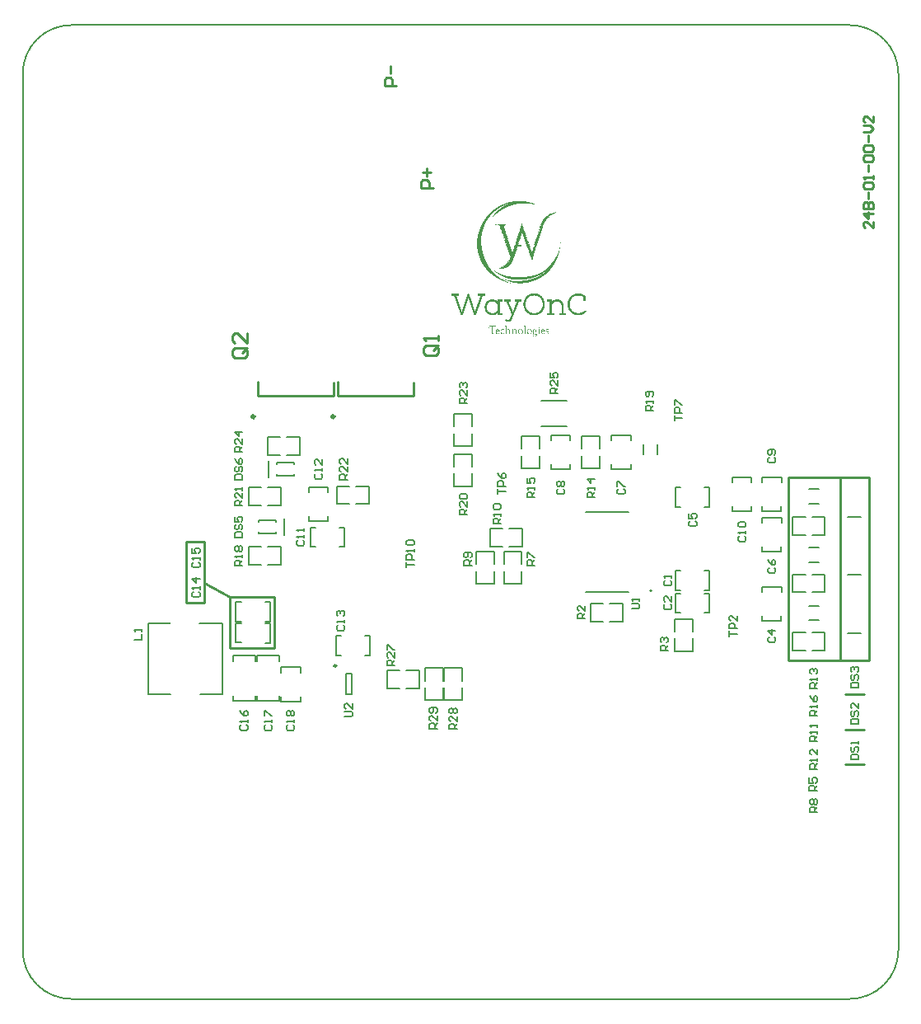
<source format=gto>
G04*
G04 #@! TF.GenerationSoftware,Altium Limited,Altium Designer,21.1.1 (26)*
G04*
G04 Layer_Color=65535*
%FSLAX25Y25*%
%MOIN*%
G70*
G04*
G04 #@! TF.SameCoordinates,5AD375DC-C50E-4051-8569-BF36B36DD858*
G04*
G04*
G04 #@! TF.FilePolarity,Positive*
G04*
G01*
G75*
%ADD10C,0.01181*%
%ADD11C,0.00787*%
%ADD12C,0.00984*%
%ADD13C,0.00591*%
%ADD14C,0.00500*%
%ADD15C,0.01000*%
G36*
X187143Y285055D02*
Y285012D01*
Y284969D01*
Y284926D01*
Y284884D01*
Y284841D01*
Y284798D01*
Y284755D01*
Y284713D01*
Y284670D01*
Y284627D01*
Y284584D01*
Y284542D01*
Y284499D01*
Y284456D01*
Y284414D01*
Y284371D01*
Y284328D01*
Y284285D01*
Y284243D01*
X186160D01*
Y284200D01*
X186117D01*
Y284157D01*
Y284114D01*
Y284071D01*
X186074D01*
Y284029D01*
Y283986D01*
X186031D01*
Y283943D01*
Y283901D01*
Y283858D01*
X185989D01*
Y283815D01*
Y283772D01*
Y283730D01*
X185946D01*
Y283687D01*
Y283644D01*
Y283601D01*
X185903D01*
Y283559D01*
Y283516D01*
Y283473D01*
X185861D01*
Y283430D01*
Y283388D01*
Y283345D01*
X185818D01*
Y283302D01*
Y283259D01*
X185775D01*
Y283217D01*
Y283174D01*
Y283131D01*
X185732D01*
Y283088D01*
Y283046D01*
Y283003D01*
X185689D01*
Y282960D01*
Y282917D01*
Y282875D01*
X185647D01*
Y282832D01*
Y282789D01*
Y282747D01*
X185604D01*
Y282704D01*
Y282661D01*
Y282618D01*
X185561D01*
Y282575D01*
Y282533D01*
Y282490D01*
X185519D01*
Y282447D01*
Y282404D01*
X185476D01*
Y282362D01*
Y282319D01*
Y282276D01*
X185433D01*
Y282234D01*
Y282191D01*
Y282148D01*
X185390D01*
Y282105D01*
Y282063D01*
Y282020D01*
X185348D01*
Y281977D01*
Y281934D01*
Y281892D01*
X185305D01*
Y281849D01*
Y281806D01*
Y281763D01*
X185262D01*
Y281721D01*
Y281678D01*
X185219D01*
Y281635D01*
Y281592D01*
Y281550D01*
X185177D01*
Y281507D01*
Y281464D01*
Y281421D01*
X185134D01*
Y281379D01*
Y281336D01*
Y281293D01*
X185091D01*
Y281251D01*
Y281208D01*
Y281165D01*
X185048D01*
Y281122D01*
Y281080D01*
Y281037D01*
X185006D01*
Y280994D01*
Y280951D01*
X184963D01*
Y280908D01*
Y280866D01*
Y280823D01*
X184920D01*
Y280780D01*
Y280737D01*
Y280695D01*
X184877D01*
Y280652D01*
Y280609D01*
Y280567D01*
X184835D01*
Y280524D01*
Y280481D01*
Y280438D01*
X184792D01*
Y280396D01*
Y280353D01*
X184749D01*
Y280310D01*
Y280267D01*
Y280225D01*
X184706D01*
Y280182D01*
Y280139D01*
Y280096D01*
X184664D01*
Y280054D01*
Y280011D01*
Y279968D01*
X184621D01*
Y279925D01*
Y279883D01*
Y279840D01*
X184578D01*
Y279797D01*
Y279754D01*
Y279712D01*
X184535D01*
Y279669D01*
Y279626D01*
X184493D01*
Y279584D01*
Y279541D01*
Y279498D01*
X184450D01*
Y279455D01*
Y279413D01*
Y279370D01*
X184407D01*
Y279327D01*
Y279284D01*
Y279241D01*
X184364D01*
Y279199D01*
Y279156D01*
Y279113D01*
X184322D01*
Y279071D01*
Y279028D01*
X184279D01*
Y278985D01*
Y278942D01*
Y278900D01*
X184236D01*
Y278857D01*
Y278814D01*
Y278771D01*
X184194D01*
Y278729D01*
Y278686D01*
Y278643D01*
X184151D01*
Y278600D01*
Y278558D01*
Y278515D01*
X184108D01*
Y278472D01*
Y278429D01*
Y278387D01*
X184065D01*
Y278344D01*
Y278301D01*
X184022D01*
Y278258D01*
Y278216D01*
Y278173D01*
X183980D01*
Y278130D01*
Y278087D01*
Y278045D01*
X183937D01*
Y278002D01*
Y277959D01*
Y277917D01*
X183894D01*
Y277874D01*
Y277831D01*
Y277788D01*
X183852D01*
Y277746D01*
Y277703D01*
Y277660D01*
X183809D01*
Y277617D01*
Y277574D01*
Y277532D01*
X183766D01*
Y277489D01*
Y277446D01*
X183723D01*
Y277404D01*
Y277361D01*
Y277318D01*
X183681D01*
Y277275D01*
Y277233D01*
Y277190D01*
X183638D01*
Y277147D01*
Y277104D01*
Y277062D01*
X183595D01*
Y277019D01*
Y276976D01*
Y276933D01*
X183552D01*
Y276891D01*
Y276848D01*
Y276805D01*
X183510D01*
Y276762D01*
Y276720D01*
X183467D01*
Y276677D01*
Y276634D01*
Y276591D01*
X183424D01*
Y276549D01*
Y276506D01*
X182655D01*
Y276549D01*
X182612D01*
Y276591D01*
Y276634D01*
Y276677D01*
X182569D01*
Y276720D01*
Y276762D01*
Y276805D01*
X182527D01*
Y276848D01*
Y276891D01*
Y276933D01*
X182484D01*
Y276976D01*
Y277019D01*
Y277062D01*
X182441D01*
Y277104D01*
Y277147D01*
X182398D01*
Y277190D01*
Y277233D01*
Y277275D01*
X182355D01*
Y277318D01*
Y277361D01*
Y277404D01*
X182313D01*
Y277446D01*
Y277489D01*
Y277532D01*
X182270D01*
Y277574D01*
Y277617D01*
Y277660D01*
X182227D01*
Y277703D01*
Y277746D01*
Y277788D01*
X182185D01*
Y277831D01*
Y277874D01*
Y277917D01*
X182142D01*
Y277959D01*
Y278002D01*
Y278045D01*
X182099D01*
Y278087D01*
Y278130D01*
Y278173D01*
X182056D01*
Y278216D01*
Y278258D01*
Y278301D01*
X182014D01*
Y278344D01*
Y278387D01*
Y278429D01*
X181971D01*
Y278472D01*
Y278515D01*
Y278558D01*
X181928D01*
Y278600D01*
Y278643D01*
Y278686D01*
X181885D01*
Y278729D01*
Y278771D01*
Y278814D01*
X181843D01*
Y278857D01*
Y278900D01*
Y278942D01*
X181800D01*
Y278985D01*
Y279028D01*
Y279071D01*
X181757D01*
Y279113D01*
Y279156D01*
Y279199D01*
X181714D01*
Y279241D01*
Y279284D01*
Y279327D01*
X181672D01*
Y279370D01*
Y279413D01*
Y279455D01*
X181629D01*
Y279498D01*
Y279541D01*
Y279584D01*
X181586D01*
Y279626D01*
Y279669D01*
Y279712D01*
X181543D01*
Y279754D01*
Y279797D01*
Y279840D01*
X181501D01*
Y279883D01*
Y279925D01*
Y279968D01*
X181458D01*
Y280011D01*
Y280054D01*
Y280096D01*
X181415D01*
Y280139D01*
Y280182D01*
Y280225D01*
X181372D01*
Y280267D01*
Y280310D01*
Y280353D01*
X181330D01*
Y280396D01*
Y280438D01*
Y280481D01*
X181287D01*
Y280524D01*
Y280567D01*
Y280609D01*
X181244D01*
Y280652D01*
Y280695D01*
Y280737D01*
X181202D01*
Y280780D01*
Y280823D01*
Y280866D01*
X181159D01*
Y280908D01*
Y280951D01*
Y280994D01*
X181116D01*
Y281037D01*
Y281080D01*
Y281122D01*
X181073D01*
Y281165D01*
Y281208D01*
Y281251D01*
X181030D01*
Y281293D01*
Y281336D01*
Y281379D01*
X180988D01*
Y281421D01*
Y281464D01*
Y281507D01*
X180945D01*
Y281550D01*
Y281592D01*
Y281635D01*
X180902D01*
Y281678D01*
Y281721D01*
Y281763D01*
X180859D01*
Y281806D01*
Y281849D01*
Y281892D01*
X180817D01*
Y281934D01*
Y281977D01*
Y282020D01*
X180774D01*
Y282063D01*
Y282105D01*
Y282148D01*
X180731D01*
Y282191D01*
Y282234D01*
X180689D01*
Y282276D01*
Y282319D01*
Y282362D01*
X180646D01*
Y282404D01*
Y282447D01*
Y282490D01*
X180603D01*
Y282533D01*
Y282575D01*
Y282618D01*
X180560D01*
Y282661D01*
Y282704D01*
Y282747D01*
X180518D01*
Y282789D01*
Y282832D01*
Y282875D01*
X180475D01*
Y282917D01*
Y282960D01*
Y283003D01*
X180432D01*
Y283046D01*
Y283088D01*
Y283131D01*
X180389D01*
Y283174D01*
Y283217D01*
Y283259D01*
X180347D01*
Y283217D01*
X180304D01*
Y283174D01*
Y283131D01*
Y283088D01*
X180261D01*
Y283046D01*
Y283003D01*
Y282960D01*
X180218D01*
Y282917D01*
Y282875D01*
Y282832D01*
X180176D01*
Y282789D01*
Y282747D01*
Y282704D01*
X180133D01*
Y282661D01*
Y282618D01*
Y282575D01*
X180090D01*
Y282533D01*
Y282490D01*
Y282447D01*
X180047D01*
Y282404D01*
Y282362D01*
Y282319D01*
X180005D01*
Y282276D01*
Y282234D01*
Y282191D01*
X179962D01*
Y282148D01*
Y282105D01*
Y282063D01*
X179919D01*
Y282020D01*
Y281977D01*
Y281934D01*
X179876D01*
Y281892D01*
Y281849D01*
Y281806D01*
X179834D01*
Y281763D01*
Y281721D01*
Y281678D01*
X179791D01*
Y281635D01*
Y281592D01*
Y281550D01*
X179748D01*
Y281507D01*
Y281464D01*
Y281421D01*
X179705D01*
Y281379D01*
Y281336D01*
Y281293D01*
X179663D01*
Y281251D01*
Y281208D01*
Y281165D01*
X179620D01*
Y281122D01*
Y281080D01*
Y281037D01*
X179577D01*
Y280994D01*
Y280951D01*
Y280908D01*
X179534D01*
Y280866D01*
Y280823D01*
Y280780D01*
X179492D01*
Y280737D01*
Y280695D01*
Y280652D01*
X179449D01*
Y280609D01*
Y280567D01*
Y280524D01*
X179406D01*
Y280481D01*
Y280438D01*
Y280396D01*
X179364D01*
Y280353D01*
Y280310D01*
Y280267D01*
X179321D01*
Y280225D01*
Y280182D01*
X179278D01*
Y280139D01*
Y280096D01*
Y280054D01*
X179235D01*
Y280011D01*
Y279968D01*
Y279925D01*
X179192D01*
Y279883D01*
Y279840D01*
Y279797D01*
X179150D01*
Y279754D01*
Y279712D01*
Y279669D01*
X179107D01*
Y279626D01*
Y279584D01*
Y279541D01*
X179064D01*
Y279498D01*
Y279455D01*
Y279413D01*
X179022D01*
Y279370D01*
Y279327D01*
Y279284D01*
X178979D01*
Y279241D01*
Y279199D01*
Y279156D01*
X178936D01*
Y279113D01*
Y279071D01*
Y279028D01*
X178893D01*
Y278985D01*
Y278942D01*
Y278900D01*
X178851D01*
Y278857D01*
Y278814D01*
Y278771D01*
X178808D01*
Y278729D01*
Y278686D01*
Y278643D01*
X178765D01*
Y278600D01*
Y278558D01*
Y278515D01*
X178722D01*
Y278472D01*
Y278429D01*
Y278387D01*
X178680D01*
Y278344D01*
Y278301D01*
Y278258D01*
X178637D01*
Y278216D01*
Y278173D01*
Y278130D01*
X178594D01*
Y278087D01*
Y278045D01*
Y278002D01*
X178551D01*
Y277959D01*
Y277917D01*
Y277874D01*
X178509D01*
Y277831D01*
Y277788D01*
Y277746D01*
X178466D01*
Y277703D01*
Y277660D01*
Y277617D01*
X178423D01*
Y277574D01*
Y277532D01*
Y277489D01*
X178380D01*
Y277446D01*
Y277404D01*
Y277361D01*
X178338D01*
Y277318D01*
Y277275D01*
Y277233D01*
X178295D01*
Y277190D01*
Y277147D01*
Y277104D01*
X178252D01*
Y277062D01*
Y277019D01*
Y276976D01*
X178209D01*
Y276933D01*
Y276891D01*
Y276848D01*
X178167D01*
Y276805D01*
Y276762D01*
Y276720D01*
X178124D01*
Y276677D01*
Y276634D01*
Y276591D01*
X178081D01*
Y276549D01*
Y276506D01*
X177312D01*
Y276549D01*
Y276591D01*
X177269D01*
Y276634D01*
Y276677D01*
Y276720D01*
X177226D01*
Y276762D01*
Y276805D01*
X177184D01*
Y276848D01*
Y276891D01*
Y276933D01*
X177141D01*
Y276976D01*
Y277019D01*
Y277062D01*
X177098D01*
Y277104D01*
Y277147D01*
Y277190D01*
X177055D01*
Y277233D01*
Y277275D01*
Y277318D01*
X177013D01*
Y277361D01*
Y277404D01*
X176970D01*
Y277446D01*
Y277489D01*
Y277532D01*
X176927D01*
Y277574D01*
Y277617D01*
Y277660D01*
X176884D01*
Y277703D01*
Y277746D01*
Y277788D01*
X176842D01*
Y277831D01*
Y277874D01*
Y277917D01*
X176799D01*
Y277959D01*
Y278002D01*
Y278045D01*
X176756D01*
Y278087D01*
Y278130D01*
X176713D01*
Y278173D01*
Y278216D01*
Y278258D01*
X176671D01*
Y278301D01*
Y278344D01*
Y278387D01*
X176628D01*
Y278429D01*
Y278472D01*
Y278515D01*
X176585D01*
Y278558D01*
Y278600D01*
Y278643D01*
X176542D01*
Y278686D01*
Y278729D01*
X176500D01*
Y278771D01*
Y278814D01*
Y278857D01*
X176457D01*
Y278900D01*
Y278942D01*
Y278985D01*
X176414D01*
Y279028D01*
Y279071D01*
Y279113D01*
X176372D01*
Y279156D01*
Y279199D01*
X176329D01*
Y279241D01*
Y279284D01*
Y279327D01*
X176286D01*
Y279370D01*
Y279413D01*
Y279455D01*
X176243D01*
Y279498D01*
Y279541D01*
Y279584D01*
X176200D01*
Y279626D01*
Y279669D01*
Y279712D01*
X176158D01*
Y279754D01*
Y279797D01*
Y279840D01*
X176115D01*
Y279883D01*
Y279925D01*
X176072D01*
Y279968D01*
Y280011D01*
Y280054D01*
X176030D01*
Y280096D01*
Y280139D01*
Y280182D01*
X175987D01*
Y280225D01*
Y280267D01*
Y280310D01*
X175944D01*
Y280353D01*
Y280396D01*
Y280438D01*
X175901D01*
Y280481D01*
Y280524D01*
X175858D01*
Y280567D01*
Y280609D01*
Y280652D01*
X175816D01*
Y280695D01*
Y280737D01*
Y280780D01*
X175773D01*
Y280823D01*
Y280866D01*
Y280908D01*
X175730D01*
Y280951D01*
Y280994D01*
Y281037D01*
X175688D01*
Y281080D01*
Y281122D01*
X175645D01*
Y281165D01*
Y281208D01*
Y281251D01*
X175602D01*
Y281293D01*
Y281336D01*
Y281379D01*
X175559D01*
Y281421D01*
Y281464D01*
Y281507D01*
X175517D01*
Y281550D01*
Y281592D01*
Y281635D01*
X175474D01*
Y281678D01*
Y281721D01*
X175431D01*
Y281763D01*
Y281806D01*
Y281849D01*
X175388D01*
Y281892D01*
Y281934D01*
Y281977D01*
X175346D01*
Y282020D01*
Y282063D01*
Y282105D01*
X175303D01*
Y282148D01*
Y282191D01*
Y282234D01*
X175260D01*
Y282276D01*
Y282319D01*
Y282362D01*
X175217D01*
Y282404D01*
Y282447D01*
X175175D01*
Y282490D01*
Y282533D01*
Y282575D01*
X175132D01*
Y282618D01*
Y282661D01*
Y282704D01*
X175089D01*
Y282747D01*
Y282789D01*
Y282832D01*
X175046D01*
Y282875D01*
Y282917D01*
Y282960D01*
X175004D01*
Y283003D01*
Y283046D01*
X174961D01*
Y283088D01*
Y283131D01*
Y283174D01*
X174918D01*
Y283217D01*
Y283259D01*
Y283302D01*
X174875D01*
Y283345D01*
Y283388D01*
Y283430D01*
X174833D01*
Y283473D01*
Y283516D01*
Y283559D01*
X174790D01*
Y283601D01*
Y283644D01*
X174747D01*
Y283687D01*
Y283730D01*
Y283772D01*
X174705D01*
Y283815D01*
Y283858D01*
Y283901D01*
X174662D01*
Y283943D01*
Y283986D01*
Y284029D01*
X174619D01*
Y284071D01*
Y284114D01*
Y284157D01*
X174576D01*
Y284200D01*
Y284243D01*
X173508D01*
Y284285D01*
Y284328D01*
Y284371D01*
Y284414D01*
Y284456D01*
Y284499D01*
Y284542D01*
Y284584D01*
Y284627D01*
Y284670D01*
Y284713D01*
Y284755D01*
Y284798D01*
Y284841D01*
Y284884D01*
Y284926D01*
Y284969D01*
Y285012D01*
Y285055D01*
X173550D01*
Y285097D01*
X176457D01*
Y285055D01*
Y285012D01*
Y284969D01*
Y284926D01*
Y284884D01*
Y284841D01*
Y284798D01*
Y284755D01*
Y284713D01*
Y284670D01*
Y284627D01*
Y284584D01*
Y284542D01*
Y284499D01*
Y284456D01*
Y284414D01*
Y284371D01*
Y284328D01*
Y284285D01*
Y284243D01*
X175517D01*
Y284200D01*
Y284157D01*
Y284114D01*
X175559D01*
Y284071D01*
Y284029D01*
Y283986D01*
X175602D01*
Y283943D01*
Y283901D01*
Y283858D01*
X175645D01*
Y283815D01*
Y283772D01*
Y283730D01*
X175688D01*
Y283687D01*
Y283644D01*
Y283601D01*
X175730D01*
Y283559D01*
Y283516D01*
Y283473D01*
X175773D01*
Y283430D01*
Y283388D01*
X175816D01*
Y283345D01*
Y283302D01*
Y283259D01*
X175858D01*
Y283217D01*
Y283174D01*
Y283131D01*
X175901D01*
Y283088D01*
Y283046D01*
Y283003D01*
X175944D01*
Y282960D01*
Y282917D01*
Y282875D01*
X175987D01*
Y282832D01*
Y282789D01*
Y282747D01*
X176030D01*
Y282704D01*
Y282661D01*
Y282618D01*
X176072D01*
Y282575D01*
Y282533D01*
Y282490D01*
X176115D01*
Y282447D01*
Y282404D01*
Y282362D01*
X176158D01*
Y282319D01*
Y282276D01*
Y282234D01*
X176200D01*
Y282191D01*
Y282148D01*
X176243D01*
Y282105D01*
Y282063D01*
Y282020D01*
X176286D01*
Y281977D01*
Y281934D01*
Y281892D01*
X176329D01*
Y281849D01*
Y281806D01*
Y281763D01*
X176372D01*
Y281721D01*
Y281678D01*
Y281635D01*
X176414D01*
Y281592D01*
Y281550D01*
Y281507D01*
X176457D01*
Y281464D01*
Y281421D01*
Y281379D01*
X176500D01*
Y281336D01*
Y281293D01*
Y281251D01*
X176542D01*
Y281208D01*
Y281165D01*
Y281122D01*
X176585D01*
Y281080D01*
Y281037D01*
X176628D01*
Y280994D01*
Y280951D01*
Y280908D01*
X176671D01*
Y280866D01*
Y280823D01*
Y280780D01*
X176713D01*
Y280737D01*
Y280695D01*
Y280652D01*
X176756D01*
Y280609D01*
Y280567D01*
Y280524D01*
X176799D01*
Y280481D01*
Y280438D01*
Y280396D01*
X176842D01*
Y280353D01*
Y280310D01*
Y280267D01*
X176884D01*
Y280225D01*
Y280182D01*
X176927D01*
Y280139D01*
Y280096D01*
Y280054D01*
X176970D01*
Y280011D01*
Y279968D01*
Y279925D01*
X177013D01*
Y279883D01*
Y279840D01*
Y279797D01*
X177055D01*
Y279754D01*
Y279712D01*
Y279669D01*
X177098D01*
Y279626D01*
Y279584D01*
Y279541D01*
X177141D01*
Y279498D01*
Y279455D01*
Y279413D01*
X177184D01*
Y279370D01*
Y279327D01*
Y279284D01*
X177226D01*
Y279241D01*
Y279199D01*
Y279156D01*
X177269D01*
Y279113D01*
Y279071D01*
X177312D01*
Y279028D01*
Y278985D01*
Y278942D01*
X177355D01*
Y278900D01*
Y278857D01*
Y278814D01*
X177397D01*
Y278771D01*
Y278729D01*
Y278686D01*
X177440D01*
Y278643D01*
Y278600D01*
Y278558D01*
X177483D01*
Y278515D01*
Y278472D01*
Y278429D01*
X177525D01*
Y278387D01*
Y278344D01*
Y278301D01*
X177568D01*
Y278258D01*
Y278216D01*
Y278173D01*
X177611D01*
Y278130D01*
Y278087D01*
Y278045D01*
X177654D01*
Y278002D01*
Y277959D01*
X177697D01*
Y278002D01*
Y278045D01*
X177739D01*
Y278087D01*
Y278130D01*
Y278173D01*
X177782D01*
Y278216D01*
Y278258D01*
Y278301D01*
X177825D01*
Y278344D01*
Y278387D01*
Y278429D01*
X177867D01*
Y278472D01*
Y278515D01*
Y278558D01*
X177910D01*
Y278600D01*
Y278643D01*
X177953D01*
Y278686D01*
Y278729D01*
Y278771D01*
X177996D01*
Y278814D01*
Y278857D01*
Y278900D01*
X178039D01*
Y278942D01*
Y278985D01*
Y279028D01*
X178081D01*
Y279071D01*
Y279113D01*
Y279156D01*
X178124D01*
Y279199D01*
Y279241D01*
Y279284D01*
X178167D01*
Y279327D01*
Y279370D01*
Y279413D01*
X178209D01*
Y279455D01*
Y279498D01*
Y279541D01*
X178252D01*
Y279584D01*
Y279626D01*
Y279669D01*
X178295D01*
Y279712D01*
Y279754D01*
Y279797D01*
X178338D01*
Y279840D01*
Y279883D01*
Y279925D01*
X178380D01*
Y279968D01*
Y280011D01*
Y280054D01*
X178423D01*
Y280096D01*
Y280139D01*
Y280182D01*
X178466D01*
Y280225D01*
Y280267D01*
Y280310D01*
X178509D01*
Y280353D01*
Y280396D01*
Y280438D01*
X178551D01*
Y280481D01*
Y280524D01*
Y280567D01*
X178594D01*
Y280609D01*
Y280652D01*
Y280695D01*
X178637D01*
Y280737D01*
Y280780D01*
Y280823D01*
X178680D01*
Y280866D01*
Y280908D01*
Y280951D01*
X178722D01*
Y280994D01*
Y281037D01*
Y281080D01*
X178765D01*
Y281122D01*
Y281165D01*
Y281208D01*
X178808D01*
Y281251D01*
Y281293D01*
Y281336D01*
X178851D01*
Y281379D01*
Y281421D01*
Y281464D01*
X178893D01*
Y281507D01*
Y281550D01*
Y281592D01*
X178936D01*
Y281635D01*
Y281678D01*
Y281721D01*
X178979D01*
Y281763D01*
Y281806D01*
Y281849D01*
X179022D01*
Y281892D01*
Y281934D01*
Y281977D01*
X179064D01*
Y282020D01*
Y282063D01*
Y282105D01*
X179107D01*
Y282148D01*
Y282191D01*
Y282234D01*
X179150D01*
Y282276D01*
Y282319D01*
Y282362D01*
X179192D01*
Y282404D01*
Y282447D01*
Y282490D01*
X179235D01*
Y282533D01*
Y282575D01*
Y282618D01*
X179278D01*
Y282661D01*
Y282704D01*
Y282747D01*
X179321D01*
Y282789D01*
Y282832D01*
Y282875D01*
X179364D01*
Y282917D01*
Y282960D01*
X179406D01*
Y283003D01*
Y283046D01*
Y283088D01*
X179449D01*
Y283131D01*
Y283174D01*
Y283217D01*
X179492D01*
Y283259D01*
Y283302D01*
Y283345D01*
X179534D01*
Y283388D01*
Y283430D01*
Y283473D01*
X179577D01*
Y283516D01*
Y283559D01*
Y283601D01*
X179620D01*
Y283644D01*
Y283687D01*
Y283730D01*
X179663D01*
Y283772D01*
Y283815D01*
Y283858D01*
X179705D01*
Y283901D01*
Y283943D01*
Y283986D01*
X179748D01*
Y284029D01*
Y284071D01*
Y284114D01*
X179791D01*
Y284157D01*
Y284200D01*
Y284243D01*
X179834D01*
Y284285D01*
Y284328D01*
Y284371D01*
X179876D01*
Y284414D01*
Y284456D01*
Y284499D01*
X179919D01*
Y284542D01*
Y284584D01*
Y284627D01*
X179962D01*
Y284670D01*
Y284713D01*
Y284755D01*
X180005D01*
Y284798D01*
Y284841D01*
Y284884D01*
X180047D01*
Y284926D01*
Y284969D01*
Y285012D01*
X180090D01*
Y285055D01*
Y285097D01*
X180603D01*
Y285055D01*
X180646D01*
Y285012D01*
Y284969D01*
Y284926D01*
X180689D01*
Y284884D01*
Y284841D01*
Y284798D01*
X180731D01*
Y284755D01*
Y284713D01*
Y284670D01*
X180774D01*
Y284627D01*
Y284584D01*
Y284542D01*
X180817D01*
Y284499D01*
Y284456D01*
X180859D01*
Y284414D01*
Y284371D01*
Y284328D01*
X180902D01*
Y284285D01*
Y284243D01*
Y284200D01*
X180945D01*
Y284157D01*
Y284114D01*
Y284071D01*
X180988D01*
Y284029D01*
Y283986D01*
Y283943D01*
X181030D01*
Y283901D01*
Y283858D01*
Y283815D01*
X181073D01*
Y283772D01*
Y283730D01*
Y283687D01*
X181116D01*
Y283644D01*
Y283601D01*
Y283559D01*
X181159D01*
Y283516D01*
Y283473D01*
Y283430D01*
X181202D01*
Y283388D01*
Y283345D01*
Y283302D01*
X181244D01*
Y283259D01*
Y283217D01*
Y283174D01*
X181287D01*
Y283131D01*
Y283088D01*
Y283046D01*
X181330D01*
Y283003D01*
Y282960D01*
Y282917D01*
X181372D01*
Y282875D01*
Y282832D01*
Y282789D01*
X181415D01*
Y282747D01*
Y282704D01*
Y282661D01*
X181458D01*
Y282618D01*
Y282575D01*
Y282533D01*
X181501D01*
Y282490D01*
Y282447D01*
Y282404D01*
X181543D01*
Y282362D01*
Y282319D01*
Y282276D01*
X181586D01*
Y282234D01*
Y282191D01*
Y282148D01*
X181629D01*
Y282105D01*
Y282063D01*
Y282020D01*
X181672D01*
Y281977D01*
Y281934D01*
Y281892D01*
X181714D01*
Y281849D01*
Y281806D01*
Y281763D01*
X181757D01*
Y281721D01*
Y281678D01*
Y281635D01*
X181800D01*
Y281592D01*
Y281550D01*
Y281507D01*
X181843D01*
Y281464D01*
Y281421D01*
Y281379D01*
X181885D01*
Y281336D01*
Y281293D01*
Y281251D01*
X181928D01*
Y281208D01*
Y281165D01*
X181971D01*
Y281122D01*
Y281080D01*
Y281037D01*
X182014D01*
Y280994D01*
Y280951D01*
Y280908D01*
X182056D01*
Y280866D01*
Y280823D01*
Y280780D01*
X182099D01*
Y280737D01*
Y280695D01*
Y280652D01*
X182142D01*
Y280609D01*
Y280567D01*
Y280524D01*
X182185D01*
Y280481D01*
Y280438D01*
Y280396D01*
X182227D01*
Y280353D01*
Y280310D01*
Y280267D01*
X182270D01*
Y280225D01*
Y280182D01*
Y280139D01*
X182313D01*
Y280096D01*
Y280054D01*
Y280011D01*
X182355D01*
Y279968D01*
Y279925D01*
Y279883D01*
X182398D01*
Y279840D01*
Y279797D01*
Y279754D01*
X182441D01*
Y279712D01*
Y279669D01*
Y279626D01*
X182484D01*
Y279584D01*
Y279541D01*
Y279498D01*
X182527D01*
Y279455D01*
Y279413D01*
Y279370D01*
X182569D01*
Y279327D01*
Y279284D01*
Y279241D01*
X182612D01*
Y279199D01*
Y279156D01*
Y279113D01*
X182655D01*
Y279071D01*
Y279028D01*
Y278985D01*
X182697D01*
Y278942D01*
Y278900D01*
Y278857D01*
X182740D01*
Y278814D01*
Y278771D01*
Y278729D01*
X182783D01*
Y278686D01*
Y278643D01*
Y278600D01*
X182826D01*
Y278558D01*
Y278515D01*
Y278472D01*
X182869D01*
Y278429D01*
Y278387D01*
Y278344D01*
X182911D01*
Y278301D01*
Y278258D01*
Y278216D01*
X182954D01*
Y278173D01*
Y278130D01*
X182997D01*
Y278087D01*
Y278045D01*
Y278002D01*
X183039D01*
Y277959D01*
X183082D01*
Y278002D01*
Y278045D01*
Y278087D01*
X183125D01*
Y278130D01*
Y278173D01*
Y278216D01*
X183168D01*
Y278258D01*
Y278301D01*
Y278344D01*
X183210D01*
Y278387D01*
Y278429D01*
Y278472D01*
X183253D01*
Y278515D01*
Y278558D01*
Y278600D01*
X183296D01*
Y278643D01*
Y278686D01*
Y278729D01*
X183339D01*
Y278771D01*
Y278814D01*
Y278857D01*
X183381D01*
Y278900D01*
Y278942D01*
X183424D01*
Y278985D01*
Y279028D01*
Y279071D01*
X183467D01*
Y279113D01*
Y279156D01*
Y279199D01*
X183510D01*
Y279241D01*
Y279284D01*
Y279327D01*
X183552D01*
Y279370D01*
Y279413D01*
Y279455D01*
X183595D01*
Y279498D01*
Y279541D01*
Y279584D01*
X183638D01*
Y279626D01*
Y279669D01*
Y279712D01*
X183681D01*
Y279754D01*
Y279797D01*
Y279840D01*
X183723D01*
Y279883D01*
Y279925D01*
Y279968D01*
X183766D01*
Y280011D01*
Y280054D01*
Y280096D01*
X183809D01*
Y280139D01*
Y280182D01*
X183852D01*
Y280225D01*
Y280267D01*
Y280310D01*
X183894D01*
Y280353D01*
Y280396D01*
Y280438D01*
X183937D01*
Y280481D01*
Y280524D01*
Y280567D01*
X183980D01*
Y280609D01*
Y280652D01*
Y280695D01*
X184022D01*
Y280737D01*
Y280780D01*
Y280823D01*
X184065D01*
Y280866D01*
Y280908D01*
Y280951D01*
X184108D01*
Y280994D01*
Y281037D01*
Y281080D01*
X184151D01*
Y281122D01*
Y281165D01*
Y281208D01*
X184194D01*
Y281251D01*
Y281293D01*
X184236D01*
Y281336D01*
Y281379D01*
Y281421D01*
X184279D01*
Y281464D01*
Y281507D01*
Y281550D01*
X184322D01*
Y281592D01*
Y281635D01*
Y281678D01*
X184364D01*
Y281721D01*
Y281763D01*
Y281806D01*
X184407D01*
Y281849D01*
Y281892D01*
Y281934D01*
X184450D01*
Y281977D01*
Y282020D01*
Y282063D01*
X184493D01*
Y282105D01*
Y282148D01*
Y282191D01*
X184535D01*
Y282234D01*
Y282276D01*
X184578D01*
Y282319D01*
Y282362D01*
Y282404D01*
X184621D01*
Y282447D01*
Y282490D01*
Y282533D01*
X184664D01*
Y282575D01*
Y282618D01*
Y282661D01*
X184706D01*
Y282704D01*
Y282747D01*
Y282789D01*
X184749D01*
Y282832D01*
Y282875D01*
Y282917D01*
X184792D01*
Y282960D01*
Y283003D01*
Y283046D01*
X184835D01*
Y283088D01*
Y283131D01*
Y283174D01*
X184877D01*
Y283217D01*
Y283259D01*
X184920D01*
Y283302D01*
Y283345D01*
Y283388D01*
X184963D01*
Y283430D01*
Y283473D01*
Y283516D01*
X185006D01*
Y283559D01*
Y283601D01*
Y283644D01*
X185048D01*
Y283687D01*
Y283730D01*
Y283772D01*
X185091D01*
Y283815D01*
Y283858D01*
Y283901D01*
X185134D01*
Y283943D01*
Y283986D01*
Y284029D01*
X185177D01*
Y284071D01*
Y284114D01*
Y284157D01*
X185219D01*
Y284200D01*
Y284243D01*
X184236D01*
Y284285D01*
Y284328D01*
Y284371D01*
Y284414D01*
Y284456D01*
Y284499D01*
Y284542D01*
Y284584D01*
Y284627D01*
Y284670D01*
Y284713D01*
Y284755D01*
Y284798D01*
Y284841D01*
Y284884D01*
Y284926D01*
Y284969D01*
Y285012D01*
Y285055D01*
Y285097D01*
X187143D01*
Y285055D01*
D02*
G37*
G36*
X201804Y282661D02*
Y282618D01*
Y282575D01*
Y282533D01*
Y282490D01*
Y282447D01*
Y282404D01*
Y282362D01*
Y282319D01*
Y282276D01*
Y282234D01*
Y282191D01*
Y282148D01*
Y282105D01*
Y282063D01*
Y282020D01*
Y281977D01*
Y281934D01*
Y281892D01*
X200863D01*
Y281849D01*
Y281806D01*
Y281763D01*
X200821D01*
Y281721D01*
Y281678D01*
X200778D01*
Y281635D01*
Y281592D01*
X200735D01*
Y281550D01*
Y281507D01*
Y281464D01*
X200692D01*
Y281421D01*
Y281379D01*
X200650D01*
Y281336D01*
Y281293D01*
Y281251D01*
X200607D01*
Y281208D01*
Y281165D01*
X200564D01*
Y281122D01*
Y281080D01*
X200521D01*
Y281037D01*
Y280994D01*
Y280951D01*
X200479D01*
Y280908D01*
Y280866D01*
X200436D01*
Y280823D01*
Y280780D01*
Y280737D01*
X200393D01*
Y280695D01*
Y280652D01*
X200350D01*
Y280609D01*
Y280567D01*
X200308D01*
Y280524D01*
Y280481D01*
Y280438D01*
X200265D01*
Y280396D01*
Y280353D01*
X200222D01*
Y280310D01*
Y280267D01*
X200180D01*
Y280225D01*
Y280182D01*
Y280139D01*
X200137D01*
Y280096D01*
Y280054D01*
X200094D01*
Y280011D01*
Y279968D01*
Y279925D01*
X200051D01*
Y279883D01*
Y279840D01*
X200009D01*
Y279797D01*
Y279754D01*
X199966D01*
Y279712D01*
Y279669D01*
Y279626D01*
X199923D01*
Y279584D01*
Y279541D01*
X199880D01*
Y279498D01*
Y279455D01*
Y279413D01*
X199838D01*
Y279370D01*
Y279327D01*
X199795D01*
Y279284D01*
Y279241D01*
X199752D01*
Y279199D01*
Y279156D01*
Y279113D01*
X199709D01*
Y279071D01*
Y279028D01*
X199667D01*
Y278985D01*
Y278942D01*
Y278900D01*
X199624D01*
Y278857D01*
Y278814D01*
X199581D01*
Y278771D01*
Y278729D01*
X199538D01*
Y278686D01*
Y278643D01*
Y278600D01*
X199496D01*
Y278558D01*
Y278515D01*
X199453D01*
Y278472D01*
Y278429D01*
Y278387D01*
X199410D01*
Y278344D01*
Y278301D01*
X199367D01*
Y278258D01*
Y278216D01*
X199325D01*
Y278173D01*
Y278130D01*
Y278087D01*
X199282D01*
Y278045D01*
Y278002D01*
X199239D01*
Y277959D01*
Y277917D01*
Y277874D01*
X199196D01*
Y277831D01*
Y277788D01*
X199154D01*
Y277746D01*
Y277703D01*
X199111D01*
Y277660D01*
Y277617D01*
Y277574D01*
X199068D01*
Y277532D01*
Y277489D01*
X199025D01*
Y277446D01*
Y277404D01*
Y277361D01*
X198983D01*
Y277318D01*
Y277275D01*
X198940D01*
Y277233D01*
Y277190D01*
X198897D01*
Y277147D01*
Y277104D01*
Y277062D01*
X198854D01*
Y277019D01*
Y276976D01*
X198812D01*
Y276933D01*
Y276891D01*
X198769D01*
Y276848D01*
Y276805D01*
Y276762D01*
X198726D01*
Y276720D01*
Y276677D01*
X198684D01*
Y276634D01*
Y276591D01*
Y276549D01*
X198641D01*
Y276506D01*
Y276463D01*
X198598D01*
Y276420D01*
Y276378D01*
X198555D01*
Y276335D01*
Y276292D01*
Y276250D01*
X198512D01*
Y276207D01*
Y276164D01*
X198470D01*
Y276121D01*
Y276079D01*
Y276036D01*
X198427D01*
Y275993D01*
Y275950D01*
X198384D01*
Y275907D01*
Y275865D01*
X198342D01*
Y275822D01*
Y275779D01*
Y275737D01*
X198299D01*
Y275694D01*
Y275651D01*
X198256D01*
Y275608D01*
Y275566D01*
Y275523D01*
X198213D01*
Y275480D01*
Y275437D01*
X198171D01*
Y275395D01*
Y275352D01*
X198128D01*
Y275309D01*
Y275266D01*
Y275224D01*
X198085D01*
Y275181D01*
Y275138D01*
X198042D01*
Y275095D01*
Y275053D01*
Y275010D01*
X198000D01*
Y274967D01*
Y274924D01*
X197957D01*
Y274882D01*
Y274839D01*
X197914D01*
Y274796D01*
Y274753D01*
Y274711D01*
X197871D01*
Y274668D01*
Y274625D01*
X197829D01*
Y274583D01*
Y274540D01*
X197786D01*
Y274497D01*
Y274454D01*
X197743D01*
Y274412D01*
X197700D01*
Y274369D01*
Y274326D01*
X197658D01*
Y274283D01*
X197615D01*
Y274240D01*
X197572D01*
Y274198D01*
Y274155D01*
X197529D01*
Y274112D01*
X197487D01*
Y274070D01*
X197444D01*
Y274027D01*
X197401D01*
Y273984D01*
X197316D01*
Y273941D01*
X197273D01*
Y273899D01*
X197230D01*
Y273856D01*
X197145D01*
Y273813D01*
X197059D01*
Y273770D01*
X196974D01*
Y273728D01*
X196845D01*
Y273685D01*
X196589D01*
Y273642D01*
X196333D01*
Y273685D01*
X196076D01*
Y273728D01*
X195948D01*
Y273770D01*
X195820D01*
Y273813D01*
X195734D01*
Y273856D01*
X195649D01*
Y273899D01*
X195563D01*
Y273941D01*
X195478D01*
Y273984D01*
X195435D01*
Y274027D01*
X195350D01*
Y274070D01*
X195307D01*
Y274112D01*
X195264D01*
Y274155D01*
X195178D01*
Y274198D01*
X195136D01*
Y274240D01*
Y274283D01*
Y274326D01*
X195178D01*
Y274369D01*
X195221D01*
Y274412D01*
Y274454D01*
X195264D01*
Y274497D01*
X195307D01*
Y274540D01*
Y274583D01*
X195350D01*
Y274625D01*
X195392D01*
Y274668D01*
Y274711D01*
X195435D01*
Y274753D01*
X195478D01*
Y274796D01*
Y274839D01*
X195520D01*
Y274882D01*
X195563D01*
Y274924D01*
X195606D01*
Y274882D01*
X195692D01*
Y274839D01*
X195734D01*
Y274796D01*
X195777D01*
Y274753D01*
X195820D01*
Y274711D01*
X195905D01*
Y274668D01*
X195948D01*
Y274625D01*
X196033D01*
Y274583D01*
X196119D01*
Y274540D01*
X196247D01*
Y274497D01*
X196717D01*
Y274540D01*
X196760D01*
Y274583D01*
X196845D01*
Y274625D01*
X196888D01*
Y274668D01*
X196931D01*
Y274711D01*
X196974D01*
Y274753D01*
Y274796D01*
X197017D01*
Y274839D01*
X197059D01*
Y274882D01*
Y274924D01*
X197102D01*
Y274967D01*
Y275010D01*
X197145D01*
Y275053D01*
Y275095D01*
X197187D01*
Y275138D01*
Y275181D01*
Y275224D01*
X197230D01*
Y275266D01*
Y275309D01*
X197273D01*
Y275352D01*
Y275395D01*
X197316D01*
Y275437D01*
Y275480D01*
Y275523D01*
X197358D01*
Y275566D01*
Y275608D01*
X197401D01*
Y275651D01*
Y275694D01*
X197444D01*
Y275737D01*
Y275779D01*
X197487D01*
Y275822D01*
Y275865D01*
Y275907D01*
X197529D01*
Y275950D01*
Y275993D01*
X197572D01*
Y276036D01*
Y276079D01*
X197615D01*
Y276121D01*
Y276164D01*
Y276207D01*
X197658D01*
Y276250D01*
Y276292D01*
X197700D01*
Y276335D01*
Y276378D01*
X197743D01*
Y276420D01*
Y276463D01*
Y276506D01*
X197786D01*
Y276549D01*
Y276591D01*
X197829D01*
Y276634D01*
Y276677D01*
X197871D01*
Y276720D01*
Y276762D01*
Y276805D01*
X197914D01*
Y276848D01*
X197871D01*
Y276891D01*
Y276933D01*
X197829D01*
Y276976D01*
Y277019D01*
X197786D01*
Y277062D01*
Y277104D01*
Y277147D01*
X197743D01*
Y277190D01*
Y277233D01*
X197700D01*
Y277275D01*
Y277318D01*
X197658D01*
Y277361D01*
Y277404D01*
Y277446D01*
X197615D01*
Y277489D01*
Y277532D01*
X197572D01*
Y277574D01*
Y277617D01*
X197529D01*
Y277660D01*
Y277703D01*
Y277746D01*
X197487D01*
Y277788D01*
Y277831D01*
X197444D01*
Y277874D01*
Y277917D01*
X197401D01*
Y277959D01*
Y278002D01*
Y278045D01*
X197358D01*
Y278087D01*
Y278130D01*
X197316D01*
Y278173D01*
Y278216D01*
X197273D01*
Y278258D01*
Y278301D01*
Y278344D01*
X197230D01*
Y278387D01*
Y278429D01*
X197187D01*
Y278472D01*
Y278515D01*
X197145D01*
Y278558D01*
Y278600D01*
Y278643D01*
X197102D01*
Y278686D01*
Y278729D01*
X197059D01*
Y278771D01*
Y278814D01*
X197017D01*
Y278857D01*
Y278900D01*
Y278942D01*
X196974D01*
Y278985D01*
Y279028D01*
X196931D01*
Y279071D01*
Y279113D01*
X196888D01*
Y279156D01*
Y279199D01*
Y279241D01*
X196845D01*
Y279284D01*
Y279327D01*
X196803D01*
Y279370D01*
Y279413D01*
X196760D01*
Y279455D01*
Y279498D01*
Y279541D01*
X196717D01*
Y279584D01*
Y279626D01*
X196675D01*
Y279669D01*
Y279712D01*
X196632D01*
Y279754D01*
Y279797D01*
X196589D01*
Y279840D01*
Y279883D01*
Y279925D01*
X196546D01*
Y279968D01*
Y280011D01*
X196504D01*
Y280054D01*
Y280096D01*
X196461D01*
Y280139D01*
Y280182D01*
Y280225D01*
X196418D01*
Y280267D01*
Y280310D01*
X196375D01*
Y280353D01*
Y280396D01*
X196333D01*
Y280438D01*
Y280481D01*
Y280524D01*
X196290D01*
Y280567D01*
Y280609D01*
X196247D01*
Y280652D01*
Y280695D01*
X196204D01*
Y280737D01*
Y280780D01*
Y280823D01*
X196162D01*
Y280866D01*
Y280908D01*
X196119D01*
Y280951D01*
Y280994D01*
X196076D01*
Y281037D01*
Y281080D01*
Y281122D01*
X196033D01*
Y281165D01*
Y281208D01*
X195991D01*
Y281251D01*
Y281293D01*
X195948D01*
Y281336D01*
Y281379D01*
Y281421D01*
X195905D01*
Y281464D01*
Y281507D01*
X195862D01*
Y281550D01*
Y281592D01*
X195820D01*
Y281635D01*
Y281678D01*
Y281721D01*
X195777D01*
Y281763D01*
Y281806D01*
X195734D01*
Y281849D01*
Y281892D01*
X194708D01*
Y281934D01*
Y281977D01*
Y282020D01*
Y282063D01*
Y282105D01*
Y282148D01*
Y282191D01*
Y282234D01*
Y282276D01*
Y282319D01*
Y282362D01*
Y282404D01*
Y282447D01*
Y282490D01*
Y282533D01*
Y282575D01*
Y282618D01*
Y282661D01*
Y282704D01*
X197487D01*
Y282661D01*
Y282618D01*
Y282575D01*
Y282533D01*
Y282490D01*
Y282447D01*
Y282404D01*
Y282362D01*
Y282319D01*
Y282276D01*
Y282234D01*
Y282191D01*
Y282148D01*
Y282105D01*
Y282063D01*
Y282020D01*
Y281977D01*
Y281934D01*
Y281892D01*
X196632D01*
Y281849D01*
Y281806D01*
X196675D01*
Y281763D01*
Y281721D01*
Y281678D01*
X196717D01*
Y281635D01*
Y281592D01*
X196760D01*
Y281550D01*
Y281507D01*
Y281464D01*
X196803D01*
Y281421D01*
Y281379D01*
X196845D01*
Y281336D01*
Y281293D01*
X196888D01*
Y281251D01*
Y281208D01*
X196931D01*
Y281165D01*
Y281122D01*
Y281080D01*
X196974D01*
Y281037D01*
Y280994D01*
X197017D01*
Y280951D01*
Y280908D01*
X197059D01*
Y280866D01*
Y280823D01*
Y280780D01*
X197102D01*
Y280737D01*
Y280695D01*
X197145D01*
Y280652D01*
Y280609D01*
X197187D01*
Y280567D01*
Y280524D01*
Y280481D01*
X197230D01*
Y280438D01*
Y280396D01*
X197273D01*
Y280353D01*
Y280310D01*
X197316D01*
Y280267D01*
Y280225D01*
Y280182D01*
X197358D01*
Y280139D01*
Y280096D01*
X197401D01*
Y280054D01*
Y280011D01*
X197444D01*
Y279968D01*
Y279925D01*
Y279883D01*
X197487D01*
Y279840D01*
Y279797D01*
X197529D01*
Y279754D01*
Y279712D01*
X197572D01*
Y279669D01*
Y279626D01*
Y279584D01*
X197615D01*
Y279541D01*
Y279498D01*
X197658D01*
Y279455D01*
Y279413D01*
Y279370D01*
X197700D01*
Y279327D01*
Y279284D01*
X197743D01*
Y279241D01*
Y279199D01*
X197786D01*
Y279156D01*
Y279113D01*
Y279071D01*
X197829D01*
Y279028D01*
Y278985D01*
X197871D01*
Y278942D01*
Y278900D01*
X197914D01*
Y278857D01*
Y278814D01*
Y278771D01*
X197957D01*
Y278729D01*
Y278686D01*
X198000D01*
Y278643D01*
Y278600D01*
Y278558D01*
X198042D01*
Y278515D01*
Y278472D01*
X198085D01*
Y278429D01*
Y278387D01*
Y278344D01*
X198128D01*
Y278301D01*
Y278258D01*
X198171D01*
Y278216D01*
Y278173D01*
Y278130D01*
X198213D01*
Y278087D01*
Y278045D01*
X198256D01*
Y278002D01*
Y277959D01*
Y277917D01*
X198299D01*
Y277874D01*
Y277831D01*
X198342D01*
Y277874D01*
X198384D01*
Y277917D01*
Y277959D01*
Y278002D01*
X198427D01*
Y278045D01*
Y278087D01*
X198470D01*
Y278130D01*
Y278173D01*
Y278216D01*
X198512D01*
Y278258D01*
Y278301D01*
Y278344D01*
X198555D01*
Y278387D01*
Y278429D01*
X198598D01*
Y278472D01*
Y278515D01*
Y278558D01*
X198641D01*
Y278600D01*
Y278643D01*
X198684D01*
Y278686D01*
Y278729D01*
Y278771D01*
X198726D01*
Y278814D01*
Y278857D01*
Y278900D01*
X198769D01*
Y278942D01*
Y278985D01*
X198812D01*
Y279028D01*
Y279071D01*
X198854D01*
Y279113D01*
Y279156D01*
Y279199D01*
X198897D01*
Y279241D01*
Y279284D01*
X198940D01*
Y279327D01*
Y279370D01*
Y279413D01*
X198983D01*
Y279455D01*
Y279498D01*
X199025D01*
Y279541D01*
Y279584D01*
Y279626D01*
X199068D01*
Y279669D01*
Y279712D01*
X199111D01*
Y279754D01*
Y279797D01*
Y279840D01*
X199154D01*
Y279883D01*
Y279925D01*
X199196D01*
Y279968D01*
Y280011D01*
Y280054D01*
X199239D01*
Y280096D01*
Y280139D01*
X199282D01*
Y280182D01*
Y280225D01*
Y280267D01*
X199325D01*
Y280310D01*
Y280353D01*
X199367D01*
Y280396D01*
Y280438D01*
X199410D01*
Y280481D01*
Y280524D01*
Y280567D01*
X199453D01*
Y280609D01*
Y280652D01*
X199496D01*
Y280695D01*
Y280737D01*
Y280780D01*
X199538D01*
Y280823D01*
Y280866D01*
X199581D01*
Y280908D01*
Y280951D01*
Y280994D01*
X199624D01*
Y281037D01*
Y281080D01*
X199667D01*
Y281122D01*
Y281165D01*
Y281208D01*
X199709D01*
Y281251D01*
Y281293D01*
X199752D01*
Y281336D01*
Y281379D01*
Y281421D01*
X199795D01*
Y281464D01*
Y281507D01*
X199838D01*
Y281550D01*
Y281592D01*
Y281635D01*
X199880D01*
Y281678D01*
Y281721D01*
X199923D01*
Y281763D01*
Y281806D01*
X199966D01*
Y281849D01*
Y281892D01*
X199111D01*
Y281934D01*
Y281977D01*
Y282020D01*
Y282063D01*
Y282105D01*
Y282148D01*
Y282191D01*
Y282234D01*
Y282276D01*
Y282319D01*
Y282362D01*
Y282404D01*
Y282447D01*
Y282490D01*
Y282533D01*
Y282575D01*
Y282618D01*
Y282661D01*
Y282704D01*
X201804D01*
Y282661D01*
D02*
G37*
G36*
X190263Y282747D02*
X190605D01*
Y282704D01*
X190819D01*
Y282661D01*
X190990D01*
Y282618D01*
X191118D01*
Y282575D01*
X191246D01*
Y282533D01*
X191374D01*
Y282490D01*
X191460D01*
Y282447D01*
X191545D01*
Y282404D01*
X191631D01*
Y282362D01*
X191716D01*
Y282319D01*
X191759D01*
Y282276D01*
X191845D01*
Y282234D01*
X191887D01*
Y282191D01*
X191973D01*
Y282148D01*
X192016D01*
Y282105D01*
X192058D01*
Y282063D01*
X192101D01*
Y282020D01*
X192144D01*
Y281977D01*
X192229D01*
Y281934D01*
X192272D01*
Y281892D01*
X192315D01*
Y281934D01*
Y281977D01*
Y282020D01*
Y282063D01*
Y282105D01*
Y282148D01*
Y282191D01*
Y282234D01*
Y282276D01*
Y282319D01*
Y282362D01*
Y282404D01*
Y282447D01*
Y282490D01*
Y282533D01*
Y282575D01*
Y282618D01*
Y282661D01*
Y282704D01*
X194238D01*
Y282661D01*
Y282618D01*
Y282575D01*
Y282533D01*
Y282490D01*
Y282447D01*
Y282404D01*
Y282362D01*
Y282319D01*
Y282276D01*
Y282234D01*
Y282191D01*
Y282148D01*
Y282105D01*
Y282063D01*
Y282020D01*
Y281977D01*
Y281934D01*
Y281892D01*
X193127D01*
Y281849D01*
Y281806D01*
Y281763D01*
Y281721D01*
Y281678D01*
Y281635D01*
Y281592D01*
Y281550D01*
Y281507D01*
Y281464D01*
Y281421D01*
Y281379D01*
Y281336D01*
Y281293D01*
Y281251D01*
Y281208D01*
Y281165D01*
Y281122D01*
Y281080D01*
Y281037D01*
Y280994D01*
Y280951D01*
Y280908D01*
Y280866D01*
Y280823D01*
Y280780D01*
Y280737D01*
Y280695D01*
Y280652D01*
Y280609D01*
Y280567D01*
Y280524D01*
Y280481D01*
Y280438D01*
Y280396D01*
Y280353D01*
Y280310D01*
Y280267D01*
Y280225D01*
Y280182D01*
Y280139D01*
Y280096D01*
Y280054D01*
Y280011D01*
Y279968D01*
Y279925D01*
Y279883D01*
Y279840D01*
Y279797D01*
Y279754D01*
Y279712D01*
Y279669D01*
Y279626D01*
Y279584D01*
Y279541D01*
Y279498D01*
Y279455D01*
Y279413D01*
Y279370D01*
Y279327D01*
Y279284D01*
Y279241D01*
Y279199D01*
Y279156D01*
Y279113D01*
Y279071D01*
Y279028D01*
Y278985D01*
Y278942D01*
Y278900D01*
Y278857D01*
Y278814D01*
Y278771D01*
Y278729D01*
Y278686D01*
Y278643D01*
Y278600D01*
Y278558D01*
Y278515D01*
Y278472D01*
Y278429D01*
Y278387D01*
Y278344D01*
Y278301D01*
Y278258D01*
Y278216D01*
Y278173D01*
Y278130D01*
Y278087D01*
Y278045D01*
Y278002D01*
Y277959D01*
Y277917D01*
Y277874D01*
Y277831D01*
Y277788D01*
Y277746D01*
Y277703D01*
Y277660D01*
Y277617D01*
Y277574D01*
Y277532D01*
Y277489D01*
Y277446D01*
Y277404D01*
Y277361D01*
Y277318D01*
X194238D01*
Y277275D01*
Y277233D01*
Y277190D01*
Y277147D01*
Y277104D01*
Y277062D01*
Y277019D01*
Y276976D01*
Y276933D01*
Y276891D01*
Y276848D01*
Y276805D01*
Y276762D01*
Y276720D01*
Y276677D01*
Y276634D01*
Y276591D01*
Y276549D01*
Y276506D01*
X192315D01*
Y276549D01*
Y276591D01*
Y276634D01*
Y276677D01*
Y276720D01*
Y276762D01*
Y276805D01*
Y276848D01*
Y276891D01*
Y276933D01*
Y276976D01*
Y277019D01*
Y277062D01*
Y277104D01*
Y277147D01*
Y277190D01*
Y277233D01*
Y277275D01*
Y277318D01*
Y277361D01*
X192272D01*
Y277318D01*
X192229D01*
Y277275D01*
X192186D01*
Y277233D01*
X192144D01*
Y277190D01*
X192101D01*
Y277147D01*
X192058D01*
Y277104D01*
X192016D01*
Y277062D01*
X191930D01*
Y277019D01*
X191887D01*
Y276976D01*
X191845D01*
Y276933D01*
X191759D01*
Y276891D01*
X191674D01*
Y276848D01*
X191631D01*
Y276805D01*
X191545D01*
Y276762D01*
X191460D01*
Y276720D01*
X191374D01*
Y276677D01*
X191246D01*
Y276634D01*
X191118D01*
Y276591D01*
X190990D01*
Y276549D01*
X190819D01*
Y276506D01*
X190648D01*
Y276463D01*
X190263D01*
Y276420D01*
X189836D01*
Y276463D01*
X189494D01*
Y276506D01*
X189280D01*
Y276549D01*
X189109D01*
Y276591D01*
X188981D01*
Y276634D01*
X188853D01*
Y276677D01*
X188767D01*
Y276720D01*
X188682D01*
Y276762D01*
X188596D01*
Y276805D01*
X188511D01*
Y276848D01*
X188425D01*
Y276891D01*
X188340D01*
Y276933D01*
X188297D01*
Y276976D01*
X188211D01*
Y277019D01*
X188169D01*
Y277062D01*
X188126D01*
Y277104D01*
X188083D01*
Y277147D01*
X187998D01*
Y277190D01*
X187955D01*
Y277233D01*
X187912D01*
Y277275D01*
X187869D01*
Y277318D01*
X187827D01*
Y277361D01*
X187784D01*
Y277404D01*
X187741D01*
Y277446D01*
X187698D01*
Y277489D01*
X187656D01*
Y277532D01*
Y277574D01*
X187613D01*
Y277617D01*
X187570D01*
Y277660D01*
X187528D01*
Y277703D01*
Y277746D01*
X187485D01*
Y277788D01*
X187442D01*
Y277831D01*
Y277874D01*
X187399D01*
Y277917D01*
X187356D01*
Y277959D01*
Y278002D01*
X187314D01*
Y278045D01*
Y278087D01*
X187271D01*
Y278130D01*
Y278173D01*
X187228D01*
Y278216D01*
Y278258D01*
Y278301D01*
X187186D01*
Y278344D01*
Y278387D01*
X187143D01*
Y278429D01*
Y278472D01*
Y278515D01*
X187100D01*
Y278558D01*
Y278600D01*
Y278643D01*
X187057D01*
Y278686D01*
Y278729D01*
Y278771D01*
Y278814D01*
X187015D01*
Y278857D01*
Y278900D01*
Y278942D01*
Y278985D01*
Y279028D01*
X186972D01*
Y279071D01*
Y279113D01*
Y279156D01*
Y279199D01*
Y279241D01*
Y279284D01*
Y279327D01*
Y279370D01*
Y279413D01*
Y279455D01*
Y279498D01*
Y279541D01*
Y279584D01*
Y279626D01*
Y279669D01*
Y279712D01*
Y279754D01*
Y279797D01*
Y279840D01*
Y279883D01*
Y279925D01*
Y279968D01*
Y280011D01*
Y280054D01*
Y280096D01*
Y280139D01*
Y280182D01*
X187015D01*
Y280225D01*
Y280267D01*
Y280310D01*
Y280353D01*
Y280396D01*
X187057D01*
Y280438D01*
Y280481D01*
Y280524D01*
Y280567D01*
X187100D01*
Y280609D01*
Y280652D01*
Y280695D01*
Y280737D01*
X187143D01*
Y280780D01*
Y280823D01*
X187186D01*
Y280866D01*
Y280908D01*
Y280951D01*
X187228D01*
Y280994D01*
Y281037D01*
X187271D01*
Y281080D01*
Y281122D01*
X187314D01*
Y281165D01*
Y281208D01*
X187356D01*
Y281251D01*
Y281293D01*
X187399D01*
Y281336D01*
Y281379D01*
X187442D01*
Y281421D01*
X187485D01*
Y281464D01*
Y281507D01*
X187528D01*
Y281550D01*
X187570D01*
Y281592D01*
X187613D01*
Y281635D01*
Y281678D01*
X187656D01*
Y281721D01*
X187698D01*
Y281763D01*
X187741D01*
Y281806D01*
X187784D01*
Y281849D01*
X187827D01*
Y281892D01*
X187869D01*
Y281934D01*
X187912D01*
Y281977D01*
X187955D01*
Y282020D01*
X187998D01*
Y282063D01*
X188040D01*
Y282105D01*
X188083D01*
Y282148D01*
X188169D01*
Y282191D01*
X188211D01*
Y282234D01*
X188297D01*
Y282276D01*
X188340D01*
Y282319D01*
X188425D01*
Y282362D01*
X188511D01*
Y282404D01*
X188553D01*
Y282447D01*
X188682D01*
Y282490D01*
X188767D01*
Y282533D01*
X188853D01*
Y282575D01*
X188981D01*
Y282618D01*
X189109D01*
Y282661D01*
X189280D01*
Y282704D01*
X189451D01*
Y282747D01*
X189836D01*
Y282789D01*
X190263D01*
Y282747D01*
D02*
G37*
G36*
X191460Y271975D02*
X191503D01*
Y271932D01*
Y271890D01*
Y271847D01*
Y271804D01*
Y271761D01*
Y271719D01*
Y271676D01*
Y271633D01*
Y271590D01*
X191545D01*
Y271548D01*
Y271505D01*
Y271462D01*
X191503D01*
Y271420D01*
X191460D01*
Y271462D01*
X191417D01*
Y271505D01*
Y271548D01*
Y271590D01*
Y271633D01*
X191374D01*
Y271676D01*
Y271719D01*
X191289D01*
Y271761D01*
X190263D01*
Y271719D01*
Y271676D01*
Y271633D01*
Y271590D01*
Y271548D01*
Y271505D01*
Y271462D01*
Y271420D01*
Y271377D01*
Y271334D01*
Y271291D01*
Y271249D01*
Y271206D01*
Y271163D01*
Y271120D01*
Y271078D01*
Y271035D01*
Y270992D01*
Y270949D01*
Y270907D01*
Y270864D01*
Y270821D01*
Y270778D01*
Y270736D01*
Y270693D01*
Y270650D01*
Y270607D01*
Y270565D01*
Y270522D01*
Y270479D01*
Y270436D01*
Y270394D01*
Y270351D01*
Y270308D01*
Y270265D01*
Y270223D01*
Y270180D01*
Y270137D01*
Y270094D01*
Y270052D01*
Y270009D01*
Y269966D01*
Y269923D01*
Y269881D01*
Y269838D01*
Y269795D01*
Y269753D01*
Y269710D01*
Y269667D01*
Y269624D01*
Y269582D01*
Y269539D01*
Y269496D01*
Y269453D01*
Y269411D01*
Y269368D01*
Y269325D01*
Y269282D01*
Y269240D01*
Y269197D01*
Y269154D01*
Y269111D01*
Y269069D01*
X190306D01*
Y269026D01*
X190349D01*
Y268983D01*
X190391D01*
Y268940D01*
X190477D01*
Y268898D01*
X190605D01*
Y268855D01*
X190648D01*
Y268812D01*
X189494D01*
Y268855D01*
X189536D01*
Y268898D01*
X189707D01*
Y268940D01*
X189793D01*
Y268983D01*
X189836D01*
Y269026D01*
Y269069D01*
X189878D01*
Y269111D01*
Y269154D01*
Y269197D01*
Y269240D01*
Y269282D01*
Y269325D01*
Y269368D01*
Y269411D01*
Y269453D01*
Y269496D01*
Y269539D01*
Y269582D01*
Y269624D01*
Y269667D01*
Y269710D01*
Y269753D01*
Y269795D01*
Y269838D01*
Y269881D01*
Y269923D01*
Y269966D01*
Y270009D01*
Y270052D01*
Y270094D01*
Y270137D01*
Y270180D01*
Y270223D01*
Y270265D01*
Y270308D01*
Y270351D01*
Y270394D01*
Y270436D01*
Y270479D01*
Y270522D01*
Y270565D01*
Y270607D01*
Y270650D01*
Y270693D01*
Y270736D01*
Y270778D01*
Y270821D01*
Y270864D01*
Y270907D01*
Y270949D01*
Y270992D01*
Y271035D01*
Y271078D01*
Y271120D01*
Y271163D01*
Y271206D01*
Y271249D01*
Y271291D01*
Y271334D01*
Y271377D01*
Y271420D01*
Y271462D01*
Y271505D01*
Y271548D01*
Y271590D01*
Y271633D01*
Y271676D01*
Y271719D01*
Y271761D01*
X188938D01*
Y271719D01*
X188853D01*
Y271676D01*
X188810D01*
Y271633D01*
X188767D01*
Y271590D01*
Y271548D01*
Y271505D01*
X188724D01*
Y271462D01*
Y271420D01*
Y271377D01*
X188682D01*
Y271334D01*
X188639D01*
Y271377D01*
X188596D01*
Y271420D01*
X188639D01*
Y271462D01*
Y271505D01*
Y271548D01*
Y271590D01*
Y271633D01*
X188682D01*
Y271676D01*
Y271719D01*
Y271761D01*
Y271804D01*
Y271847D01*
Y271890D01*
Y271932D01*
Y271975D01*
X188724D01*
Y272018D01*
X191460D01*
Y271975D01*
D02*
G37*
G36*
X194623Y270736D02*
X194751D01*
Y270693D01*
X194837D01*
Y270650D01*
X194879D01*
Y270607D01*
Y270565D01*
Y270522D01*
Y270479D01*
Y270436D01*
Y270394D01*
Y270351D01*
Y270308D01*
Y270265D01*
X194837D01*
Y270223D01*
X194794D01*
Y270265D01*
X194751D01*
Y270308D01*
Y270351D01*
X194708D01*
Y270394D01*
X194666D01*
Y270436D01*
X194623D01*
Y270479D01*
X194580D01*
Y270522D01*
X194495D01*
Y270565D01*
X194409D01*
Y270607D01*
X194281D01*
Y270650D01*
X194067D01*
Y270607D01*
X193939D01*
Y270565D01*
X193896D01*
Y270522D01*
X193853D01*
Y270479D01*
X193811D01*
Y270436D01*
X193768D01*
Y270394D01*
Y270351D01*
X193725D01*
Y270308D01*
Y270265D01*
X193683D01*
Y270223D01*
Y270180D01*
Y270137D01*
X193640D01*
Y270094D01*
Y270052D01*
Y270009D01*
Y269966D01*
Y269923D01*
Y269881D01*
Y269838D01*
Y269795D01*
Y269753D01*
Y269710D01*
Y269667D01*
X193683D01*
Y269624D01*
Y269582D01*
Y269539D01*
Y269496D01*
X193725D01*
Y269453D01*
Y269411D01*
X193768D01*
Y269368D01*
Y269325D01*
X193811D01*
Y269282D01*
X193853D01*
Y269240D01*
X193896D01*
Y269197D01*
Y269154D01*
X193982D01*
Y269111D01*
X194025D01*
Y269069D01*
X194067D01*
Y269026D01*
X194153D01*
Y268983D01*
X194623D01*
Y269026D01*
X194708D01*
Y269069D01*
X194794D01*
Y269111D01*
X194879D01*
Y269154D01*
X194922D01*
Y269197D01*
X195008D01*
Y269154D01*
Y269111D01*
X194965D01*
Y269069D01*
X194922D01*
Y269026D01*
X194879D01*
Y268983D01*
X194837D01*
Y268940D01*
X194751D01*
Y268898D01*
X194666D01*
Y268855D01*
X194580D01*
Y268812D01*
X194452D01*
Y268769D01*
X193982D01*
Y268812D01*
X193853D01*
Y268855D01*
X193768D01*
Y268898D01*
X193725D01*
Y268940D01*
X193640D01*
Y268983D01*
X193597D01*
Y269026D01*
X193554D01*
Y269069D01*
Y269111D01*
X193512D01*
Y269154D01*
X193469D01*
Y269197D01*
X193426D01*
Y269240D01*
Y269282D01*
Y269325D01*
X193383D01*
Y269368D01*
Y269411D01*
Y269453D01*
X193341D01*
Y269496D01*
Y269539D01*
Y269582D01*
Y269624D01*
Y269667D01*
Y269710D01*
Y269753D01*
Y269795D01*
Y269838D01*
Y269881D01*
Y269923D01*
Y269966D01*
Y270009D01*
X193383D01*
Y270052D01*
Y270094D01*
Y270137D01*
X193426D01*
Y270180D01*
Y270223D01*
X193469D01*
Y270265D01*
Y270308D01*
X193512D01*
Y270351D01*
X193554D01*
Y270394D01*
X193597D01*
Y270436D01*
Y270479D01*
X193640D01*
Y270522D01*
X193725D01*
Y270565D01*
X193768D01*
Y270607D01*
X193811D01*
Y270650D01*
X193896D01*
Y270693D01*
X193982D01*
Y270736D01*
X194110D01*
Y270778D01*
X194623D01*
Y270736D01*
D02*
G37*
G36*
X198384Y270778D02*
Y270736D01*
Y270693D01*
Y270650D01*
Y270607D01*
Y270565D01*
Y270522D01*
Y270479D01*
Y270436D01*
X198427D01*
Y270479D01*
X198470D01*
Y270522D01*
X198512D01*
Y270565D01*
X198555D01*
Y270607D01*
X198641D01*
Y270650D01*
X198684D01*
Y270693D01*
X198769D01*
Y270736D01*
X198854D01*
Y270778D01*
X199239D01*
Y270736D01*
X199367D01*
Y270693D01*
X199410D01*
Y270650D01*
X199496D01*
Y270607D01*
X199538D01*
Y270565D01*
X199581D01*
Y270522D01*
X199624D01*
Y270479D01*
Y270436D01*
X199667D01*
Y270394D01*
Y270351D01*
X199709D01*
Y270308D01*
Y270265D01*
X199752D01*
Y270223D01*
Y270180D01*
Y270137D01*
Y270094D01*
Y270052D01*
Y270009D01*
Y269966D01*
X199795D01*
Y269923D01*
Y269881D01*
Y269838D01*
Y269795D01*
Y269753D01*
Y269710D01*
Y269667D01*
Y269624D01*
Y269582D01*
Y269539D01*
Y269496D01*
Y269453D01*
Y269411D01*
Y269368D01*
Y269325D01*
Y269282D01*
Y269240D01*
Y269197D01*
Y269154D01*
Y269111D01*
Y269069D01*
Y269026D01*
X199838D01*
Y268983D01*
X199880D01*
Y268940D01*
X199966D01*
Y268898D01*
X200137D01*
Y268855D01*
Y268812D01*
X199282D01*
Y268855D01*
Y268898D01*
X199367D01*
Y268940D01*
X199410D01*
Y268983D01*
X199453D01*
Y269026D01*
Y269069D01*
Y269111D01*
Y269154D01*
Y269197D01*
Y269240D01*
Y269282D01*
Y269325D01*
Y269368D01*
Y269411D01*
Y269453D01*
Y269496D01*
Y269539D01*
Y269582D01*
Y269624D01*
Y269667D01*
Y269710D01*
Y269753D01*
Y269795D01*
Y269838D01*
Y269881D01*
Y269923D01*
Y269966D01*
Y270009D01*
Y270052D01*
Y270094D01*
Y270137D01*
X199410D01*
Y270180D01*
Y270223D01*
Y270265D01*
X199367D01*
Y270308D01*
Y270351D01*
X199325D01*
Y270394D01*
X199282D01*
Y270436D01*
X199239D01*
Y270479D01*
X199196D01*
Y270522D01*
X199068D01*
Y270565D01*
X198726D01*
Y270522D01*
X198598D01*
Y270479D01*
X198555D01*
Y270436D01*
X198512D01*
Y270394D01*
X198470D01*
Y270351D01*
X198427D01*
Y270308D01*
Y270265D01*
X198384D01*
Y270223D01*
Y270180D01*
Y270137D01*
Y270094D01*
Y270052D01*
Y270009D01*
Y269966D01*
Y269923D01*
Y269881D01*
Y269838D01*
Y269795D01*
Y269753D01*
Y269710D01*
Y269667D01*
Y269624D01*
Y269582D01*
Y269539D01*
Y269496D01*
Y269453D01*
Y269411D01*
Y269368D01*
Y269325D01*
Y269282D01*
Y269240D01*
Y269197D01*
Y269154D01*
Y269111D01*
Y269069D01*
X198427D01*
Y269026D01*
Y268983D01*
X198470D01*
Y268940D01*
X198598D01*
Y268898D01*
X198769D01*
Y268855D01*
Y268812D01*
X197829D01*
Y268855D01*
Y268898D01*
X197957D01*
Y268940D01*
X198000D01*
Y268983D01*
X198042D01*
Y269026D01*
Y269069D01*
Y269111D01*
X198085D01*
Y269154D01*
Y269197D01*
Y269240D01*
Y269282D01*
Y269325D01*
Y269368D01*
Y269411D01*
Y269453D01*
Y269496D01*
Y269539D01*
Y269582D01*
Y269624D01*
Y269667D01*
Y269710D01*
Y269753D01*
Y269795D01*
Y269838D01*
Y269881D01*
Y269923D01*
Y269966D01*
Y270009D01*
Y270052D01*
Y270094D01*
Y270137D01*
Y270180D01*
Y270223D01*
Y270265D01*
Y270308D01*
Y270351D01*
X198042D01*
Y270394D01*
Y270436D01*
Y270479D01*
X198000D01*
Y270522D01*
X197743D01*
Y270565D01*
Y270607D01*
X197871D01*
Y270650D01*
X198000D01*
Y270693D01*
X198085D01*
Y270736D01*
X198171D01*
Y270778D01*
X198299D01*
Y270821D01*
X198384D01*
Y270778D01*
D02*
G37*
G36*
X195777Y272189D02*
Y272146D01*
Y272103D01*
X195734D01*
Y272061D01*
Y272018D01*
Y271975D01*
Y271932D01*
Y271890D01*
Y271847D01*
Y271804D01*
Y271761D01*
Y271719D01*
Y271676D01*
Y271633D01*
Y271590D01*
Y271548D01*
Y271505D01*
Y271462D01*
Y271420D01*
Y271377D01*
Y271334D01*
Y271291D01*
Y271249D01*
Y271206D01*
Y271163D01*
Y271120D01*
Y271078D01*
Y271035D01*
Y270992D01*
Y270949D01*
Y270907D01*
Y270864D01*
Y270821D01*
Y270778D01*
Y270736D01*
Y270693D01*
Y270650D01*
Y270607D01*
Y270565D01*
Y270522D01*
Y270479D01*
Y270436D01*
X195820D01*
Y270479D01*
Y270522D01*
X195862D01*
Y270565D01*
X195948D01*
Y270607D01*
X195991D01*
Y270650D01*
X196033D01*
Y270693D01*
X196119D01*
Y270736D01*
X196247D01*
Y270778D01*
X196589D01*
Y270736D01*
X196717D01*
Y270693D01*
X196803D01*
Y270650D01*
X196845D01*
Y270607D01*
X196888D01*
Y270565D01*
X196931D01*
Y270522D01*
X196974D01*
Y270479D01*
X197017D01*
Y270436D01*
X197059D01*
Y270394D01*
Y270351D01*
Y270308D01*
X197102D01*
Y270265D01*
Y270223D01*
Y270180D01*
X197145D01*
Y270137D01*
Y270094D01*
Y270052D01*
Y270009D01*
Y269966D01*
Y269923D01*
Y269881D01*
Y269838D01*
Y269795D01*
Y269753D01*
Y269710D01*
Y269667D01*
Y269624D01*
Y269582D01*
Y269539D01*
Y269496D01*
Y269453D01*
Y269411D01*
Y269368D01*
Y269325D01*
Y269282D01*
Y269240D01*
Y269197D01*
Y269154D01*
Y269111D01*
Y269069D01*
Y269026D01*
X197187D01*
Y268983D01*
X197230D01*
Y268940D01*
X197316D01*
Y268898D01*
X197487D01*
Y268855D01*
X197529D01*
Y268812D01*
X196589D01*
Y268855D01*
X196632D01*
Y268898D01*
X196717D01*
Y268940D01*
X196803D01*
Y268983D01*
Y269026D01*
Y269069D01*
Y269111D01*
Y269154D01*
Y269197D01*
Y269240D01*
Y269282D01*
Y269325D01*
Y269368D01*
Y269411D01*
Y269453D01*
Y269496D01*
Y269539D01*
Y269582D01*
Y269624D01*
Y269667D01*
Y269710D01*
Y269753D01*
Y269795D01*
Y269838D01*
Y269881D01*
Y269923D01*
Y269966D01*
Y270009D01*
Y270052D01*
Y270094D01*
Y270137D01*
Y270180D01*
Y270223D01*
X196760D01*
Y270265D01*
Y270308D01*
X196717D01*
Y270351D01*
Y270394D01*
X196675D01*
Y270436D01*
X196632D01*
Y270479D01*
X196589D01*
Y270522D01*
X196504D01*
Y270565D01*
X196333D01*
Y270607D01*
X196204D01*
Y270565D01*
X196033D01*
Y270522D01*
X195948D01*
Y270479D01*
X195905D01*
Y270436D01*
X195862D01*
Y270394D01*
X195820D01*
Y270351D01*
X195777D01*
Y270308D01*
Y270265D01*
Y270223D01*
X195734D01*
Y270180D01*
Y270137D01*
Y270094D01*
Y270052D01*
Y270009D01*
Y269966D01*
Y269923D01*
Y269881D01*
Y269838D01*
Y269795D01*
Y269753D01*
Y269710D01*
Y269667D01*
Y269624D01*
Y269582D01*
Y269539D01*
Y269496D01*
Y269453D01*
Y269411D01*
Y269368D01*
Y269325D01*
Y269282D01*
Y269240D01*
X195777D01*
Y269197D01*
Y269154D01*
Y269111D01*
Y269069D01*
Y269026D01*
Y268983D01*
X195820D01*
Y268940D01*
X195905D01*
Y268898D01*
X196119D01*
Y268855D01*
X196162D01*
Y268812D01*
X196119D01*
Y268769D01*
X196076D01*
Y268812D01*
X195264D01*
Y268769D01*
X195221D01*
Y268812D01*
X195178D01*
Y268855D01*
X195221D01*
Y268898D01*
X195307D01*
Y268940D01*
X195392D01*
Y268983D01*
Y269026D01*
X195435D01*
Y269069D01*
Y269111D01*
Y269154D01*
Y269197D01*
Y269240D01*
Y269282D01*
Y269325D01*
Y269368D01*
Y269411D01*
Y269453D01*
Y269496D01*
Y269539D01*
Y269582D01*
Y269624D01*
Y269667D01*
Y269710D01*
Y269753D01*
Y269795D01*
Y269838D01*
Y269881D01*
Y269923D01*
Y269966D01*
Y270009D01*
Y270052D01*
Y270094D01*
Y270137D01*
Y270180D01*
Y270223D01*
Y270265D01*
Y270308D01*
Y270351D01*
Y270394D01*
Y270436D01*
Y270479D01*
Y270522D01*
Y270565D01*
Y270607D01*
Y270650D01*
Y270693D01*
Y270736D01*
Y270778D01*
Y270821D01*
Y270864D01*
Y270907D01*
Y270949D01*
Y270992D01*
Y271035D01*
Y271078D01*
Y271120D01*
Y271163D01*
Y271206D01*
Y271249D01*
Y271291D01*
Y271334D01*
Y271377D01*
Y271420D01*
Y271462D01*
Y271505D01*
Y271548D01*
Y271590D01*
Y271633D01*
Y271676D01*
Y271719D01*
Y271761D01*
Y271804D01*
Y271847D01*
X195392D01*
Y271890D01*
X195350D01*
Y271932D01*
X195093D01*
Y271975D01*
X195136D01*
Y272018D01*
X195221D01*
Y272061D01*
X195350D01*
Y272103D01*
X195478D01*
Y272146D01*
X195563D01*
Y272189D01*
X195649D01*
Y272232D01*
X195777D01*
Y272189D01*
D02*
G37*
G36*
X201633Y270736D02*
X201804D01*
Y270693D01*
X201889D01*
Y270650D01*
X201975D01*
Y270607D01*
X202017D01*
Y270565D01*
X202060D01*
Y270522D01*
X202146D01*
Y270479D01*
X202188D01*
Y270436D01*
Y270394D01*
X202231D01*
Y270351D01*
X202274D01*
Y270308D01*
X202317D01*
Y270265D01*
Y270223D01*
X202359D01*
Y270180D01*
Y270137D01*
X202402D01*
Y270094D01*
Y270052D01*
Y270009D01*
X202445D01*
Y269966D01*
Y269923D01*
Y269881D01*
Y269838D01*
Y269795D01*
Y269753D01*
Y269710D01*
Y269667D01*
Y269624D01*
Y269582D01*
X202402D01*
Y269539D01*
Y269496D01*
Y269453D01*
Y269411D01*
X202359D01*
Y269368D01*
Y269325D01*
X202317D01*
Y269282D01*
Y269240D01*
X202274D01*
Y269197D01*
Y269154D01*
X202231D01*
Y269111D01*
X202188D01*
Y269069D01*
X202146D01*
Y269026D01*
X202103D01*
Y268983D01*
X202060D01*
Y268940D01*
X201975D01*
Y268898D01*
X201889D01*
Y268855D01*
X201804D01*
Y268812D01*
X201676D01*
Y268769D01*
X201163D01*
Y268812D01*
X200992D01*
Y268855D01*
X200906D01*
Y268898D01*
X200821D01*
Y268940D01*
X200778D01*
Y268983D01*
X200735D01*
Y269026D01*
X200650D01*
Y269069D01*
Y269111D01*
X200607D01*
Y269154D01*
X200564D01*
Y269197D01*
X200521D01*
Y269240D01*
Y269282D01*
X200479D01*
Y269325D01*
Y269368D01*
X200436D01*
Y269411D01*
Y269453D01*
Y269496D01*
X200393D01*
Y269539D01*
Y269582D01*
Y269624D01*
Y269667D01*
Y269710D01*
Y269753D01*
Y269795D01*
Y269838D01*
Y269881D01*
Y269923D01*
Y269966D01*
Y270009D01*
X200436D01*
Y270052D01*
Y270094D01*
Y270137D01*
X200479D01*
Y270180D01*
Y270223D01*
X200521D01*
Y270265D01*
Y270308D01*
X200564D01*
Y270351D01*
X200607D01*
Y270394D01*
Y270436D01*
X200650D01*
Y270479D01*
X200692D01*
Y270522D01*
X200735D01*
Y270565D01*
X200821D01*
Y270607D01*
X200863D01*
Y270650D01*
X200949D01*
Y270693D01*
X201034D01*
Y270736D01*
X201205D01*
Y270778D01*
X201633D01*
Y270736D01*
D02*
G37*
G36*
X192400D02*
X192528D01*
Y270693D01*
X192614D01*
Y270650D01*
X192657D01*
Y270607D01*
X192742D01*
Y270565D01*
X192785D01*
Y270522D01*
Y270479D01*
X192828D01*
Y270436D01*
X192870D01*
Y270394D01*
Y270351D01*
X192913D01*
Y270308D01*
Y270265D01*
X192956D01*
Y270223D01*
Y270180D01*
X192999D01*
Y270137D01*
Y270094D01*
Y270052D01*
Y270009D01*
X192956D01*
Y269966D01*
X191631D01*
Y269923D01*
Y269881D01*
Y269838D01*
Y269795D01*
Y269753D01*
Y269710D01*
X191674D01*
Y269667D01*
Y269624D01*
Y269582D01*
Y269539D01*
X191716D01*
Y269496D01*
Y269453D01*
X191759D01*
Y269411D01*
Y269368D01*
X191802D01*
Y269325D01*
Y269282D01*
X191845D01*
Y269240D01*
X191887D01*
Y269197D01*
X191930D01*
Y269154D01*
X191973D01*
Y269111D01*
X192058D01*
Y269069D01*
X192101D01*
Y269026D01*
X192229D01*
Y268983D01*
X192528D01*
Y269026D01*
X192657D01*
Y269069D01*
X192742D01*
Y269111D01*
X192828D01*
Y269154D01*
X192913D01*
Y269197D01*
X192956D01*
Y269240D01*
X192999D01*
Y269197D01*
Y269154D01*
Y269111D01*
X192956D01*
Y269069D01*
X192913D01*
Y269026D01*
X192870D01*
Y268983D01*
X192828D01*
Y268940D01*
X192742D01*
Y268898D01*
X192657D01*
Y268855D01*
X192571D01*
Y268812D01*
X192443D01*
Y268769D01*
X192016D01*
Y268812D01*
X191887D01*
Y268855D01*
X191802D01*
Y268898D01*
X191716D01*
Y268940D01*
X191674D01*
Y268983D01*
X191631D01*
Y269026D01*
X191588D01*
Y269069D01*
X191545D01*
Y269111D01*
X191503D01*
Y269154D01*
Y269197D01*
X191460D01*
Y269240D01*
X191417D01*
Y269282D01*
Y269325D01*
Y269368D01*
X191374D01*
Y269411D01*
Y269453D01*
Y269496D01*
X191332D01*
Y269539D01*
Y269582D01*
Y269624D01*
Y269667D01*
Y269710D01*
Y269753D01*
Y269795D01*
Y269838D01*
Y269881D01*
Y269923D01*
Y269966D01*
Y270009D01*
X191374D01*
Y270052D01*
Y270094D01*
Y270137D01*
Y270180D01*
X191417D01*
Y270223D01*
Y270265D01*
X191460D01*
Y270308D01*
Y270351D01*
X191503D01*
Y270394D01*
X191545D01*
Y270436D01*
X191588D01*
Y270479D01*
X191631D01*
Y270522D01*
Y270565D01*
X191716D01*
Y270607D01*
X191759D01*
Y270650D01*
X191802D01*
Y270693D01*
X191887D01*
Y270736D01*
X192016D01*
Y270778D01*
X192400D01*
Y270736D01*
D02*
G37*
G36*
X225313Y285140D02*
X225612D01*
Y285097D01*
X225868D01*
Y285055D01*
X226039D01*
Y285012D01*
X226167D01*
Y284969D01*
X226338D01*
Y284926D01*
X226424D01*
Y284884D01*
X226552D01*
Y284841D01*
X226638D01*
Y284798D01*
X226766D01*
Y284755D01*
X226851D01*
Y284713D01*
X226937D01*
Y284670D01*
X226980D01*
Y284627D01*
X227065D01*
Y284584D01*
X227151D01*
Y284542D01*
X227193D01*
Y284499D01*
X227279D01*
Y284456D01*
X227322D01*
Y284414D01*
X227407D01*
Y284371D01*
X227450D01*
Y284328D01*
X227492D01*
Y284285D01*
X227535D01*
Y284243D01*
X227621D01*
Y284200D01*
X227663D01*
Y284157D01*
X227706D01*
Y284114D01*
X227749D01*
Y284071D01*
X227792D01*
Y284029D01*
Y283986D01*
Y283943D01*
Y283901D01*
Y283858D01*
Y283815D01*
Y283772D01*
Y283730D01*
Y283687D01*
Y283644D01*
Y283601D01*
Y283559D01*
Y283516D01*
Y283473D01*
Y283430D01*
Y283388D01*
Y283345D01*
Y283302D01*
Y283259D01*
Y283217D01*
Y283174D01*
Y283131D01*
Y283088D01*
Y283046D01*
Y283003D01*
Y282960D01*
Y282917D01*
Y282875D01*
Y282832D01*
Y282789D01*
Y282747D01*
Y282704D01*
Y282661D01*
Y282618D01*
Y282575D01*
Y282533D01*
Y282490D01*
Y282447D01*
Y282404D01*
Y282362D01*
Y282319D01*
Y282276D01*
Y282234D01*
Y282191D01*
X227749D01*
Y282148D01*
Y282105D01*
X226980D01*
Y282148D01*
Y282191D01*
Y282234D01*
Y282276D01*
Y282319D01*
Y282362D01*
Y282404D01*
Y282447D01*
Y282490D01*
Y282533D01*
Y282575D01*
Y282618D01*
Y282661D01*
Y282704D01*
Y282747D01*
Y282789D01*
Y282832D01*
Y282875D01*
Y282917D01*
Y282960D01*
Y283003D01*
Y283046D01*
Y283088D01*
Y283131D01*
Y283174D01*
Y283217D01*
Y283259D01*
Y283302D01*
Y283345D01*
Y283388D01*
Y283430D01*
Y283473D01*
Y283516D01*
Y283559D01*
Y283601D01*
Y283644D01*
Y283687D01*
X226937D01*
Y283730D01*
X226851D01*
Y283772D01*
X226809D01*
Y283815D01*
X226723D01*
Y283858D01*
X226638D01*
Y283901D01*
X226595D01*
Y283943D01*
X226509D01*
Y283986D01*
X226424D01*
Y284029D01*
X226338D01*
Y284071D01*
X226210D01*
Y284114D01*
X226082D01*
Y284157D01*
X225954D01*
Y284200D01*
X225826D01*
Y284243D01*
X225655D01*
Y284285D01*
X225398D01*
Y284328D01*
X224287D01*
Y284285D01*
X224030D01*
Y284243D01*
X223859D01*
Y284200D01*
X223688D01*
Y284157D01*
X223560D01*
Y284114D01*
X223432D01*
Y284071D01*
X223346D01*
Y284029D01*
X223261D01*
Y283986D01*
X223175D01*
Y283943D01*
X223090D01*
Y283901D01*
X223005D01*
Y283858D01*
X222919D01*
Y283815D01*
X222876D01*
Y283772D01*
X222791D01*
Y283730D01*
X222748D01*
Y283687D01*
X222662D01*
Y283644D01*
X222620D01*
Y283601D01*
X222577D01*
Y283559D01*
X222534D01*
Y283516D01*
X222492D01*
Y283473D01*
X222406D01*
Y283430D01*
X222363D01*
Y283388D01*
X222321D01*
Y283345D01*
X222278D01*
Y283302D01*
Y283259D01*
X222235D01*
Y283217D01*
X222192D01*
Y283174D01*
X222150D01*
Y283131D01*
X222107D01*
Y283088D01*
X222064D01*
Y283046D01*
Y283003D01*
X222021D01*
Y282960D01*
X221979D01*
Y282917D01*
Y282875D01*
X221936D01*
Y282832D01*
X221893D01*
Y282789D01*
Y282747D01*
X221850D01*
Y282704D01*
Y282661D01*
X221808D01*
Y282618D01*
Y282575D01*
X221765D01*
Y282533D01*
Y282490D01*
X221722D01*
Y282447D01*
Y282404D01*
X221679D01*
Y282362D01*
Y282319D01*
X221637D01*
Y282276D01*
Y282234D01*
Y282191D01*
X221594D01*
Y282148D01*
Y282105D01*
Y282063D01*
X221551D01*
Y282020D01*
Y281977D01*
Y281934D01*
Y281892D01*
X221508D01*
Y281849D01*
Y281806D01*
Y281763D01*
Y281721D01*
X221466D01*
Y281678D01*
Y281635D01*
Y281592D01*
Y281550D01*
Y281507D01*
X221423D01*
Y281464D01*
Y281421D01*
Y281379D01*
Y281336D01*
Y281293D01*
Y281251D01*
Y281208D01*
Y281165D01*
X221380D01*
Y281122D01*
Y281080D01*
Y281037D01*
Y280994D01*
Y280951D01*
Y280908D01*
Y280866D01*
Y280823D01*
Y280780D01*
Y280737D01*
Y280695D01*
Y280652D01*
Y280609D01*
Y280567D01*
Y280524D01*
Y280481D01*
Y280438D01*
Y280396D01*
Y280353D01*
X221423D01*
Y280310D01*
Y280267D01*
Y280225D01*
Y280182D01*
Y280139D01*
Y280096D01*
Y280054D01*
X221466D01*
Y280011D01*
Y279968D01*
Y279925D01*
Y279883D01*
Y279840D01*
X221508D01*
Y279797D01*
Y279754D01*
Y279712D01*
Y279669D01*
X221551D01*
Y279626D01*
Y279584D01*
Y279541D01*
X221594D01*
Y279498D01*
Y279455D01*
Y279413D01*
X221637D01*
Y279370D01*
Y279327D01*
Y279284D01*
X221679D01*
Y279241D01*
Y279199D01*
X221722D01*
Y279156D01*
Y279113D01*
X221765D01*
Y279071D01*
Y279028D01*
X221808D01*
Y278985D01*
Y278942D01*
X221850D01*
Y278900D01*
Y278857D01*
X221893D01*
Y278814D01*
X221936D01*
Y278771D01*
Y278729D01*
X221979D01*
Y278686D01*
X222021D01*
Y278643D01*
Y278600D01*
X222064D01*
Y278558D01*
X222107D01*
Y278515D01*
X222150D01*
Y278472D01*
Y278429D01*
X222192D01*
Y278387D01*
X222235D01*
Y278344D01*
X222278D01*
Y278301D01*
X222321D01*
Y278258D01*
X222363D01*
Y278216D01*
X222406D01*
Y278173D01*
X222449D01*
Y278130D01*
X222492D01*
Y278087D01*
X222577D01*
Y278045D01*
X222620D01*
Y278002D01*
X222662D01*
Y277959D01*
X222705D01*
Y277917D01*
X222791D01*
Y277874D01*
X222833D01*
Y277831D01*
X222919D01*
Y277788D01*
X223005D01*
Y277746D01*
X223047D01*
Y277703D01*
X223133D01*
Y277660D01*
X223218D01*
Y277617D01*
X223346D01*
Y277574D01*
X223432D01*
Y277532D01*
X223560D01*
Y277489D01*
X223688D01*
Y277446D01*
X223817D01*
Y277404D01*
X223988D01*
Y277361D01*
X224244D01*
Y277318D01*
X224757D01*
Y277275D01*
X225013D01*
Y277318D01*
X225484D01*
Y277361D01*
X225697D01*
Y277404D01*
X225868D01*
Y277446D01*
X225996D01*
Y277489D01*
X226125D01*
Y277532D01*
X226210D01*
Y277574D01*
X226338D01*
Y277617D01*
X226424D01*
Y277660D01*
X226509D01*
Y277703D01*
X226595D01*
Y277746D01*
X226680D01*
Y277788D01*
X226723D01*
Y277831D01*
X226809D01*
Y277874D01*
X226851D01*
Y277917D01*
X226937D01*
Y277959D01*
X226980D01*
Y278002D01*
X227022D01*
Y278045D01*
X227108D01*
Y278087D01*
X227151D01*
Y278130D01*
X227193D01*
Y278173D01*
X227236D01*
Y278216D01*
X227279D01*
Y278258D01*
X227322D01*
Y278301D01*
X227364D01*
Y278344D01*
X227407D01*
Y278387D01*
X227450D01*
Y278429D01*
X227578D01*
Y278387D01*
X227621D01*
Y278344D01*
X227663D01*
Y278301D01*
X227706D01*
Y278258D01*
X227749D01*
Y278216D01*
X227835D01*
Y278173D01*
X227877D01*
Y278130D01*
X227920D01*
Y278087D01*
X227963D01*
Y278045D01*
X228005D01*
Y278002D01*
X228048D01*
Y277959D01*
X228091D01*
Y277917D01*
X228134D01*
Y277874D01*
X228091D01*
Y277831D01*
X228048D01*
Y277788D01*
X228005D01*
Y277746D01*
X227963D01*
Y277703D01*
X227920D01*
Y277660D01*
X227877D01*
Y277617D01*
X227835D01*
Y277574D01*
X227792D01*
Y277532D01*
X227749D01*
Y277489D01*
X227663D01*
Y277446D01*
X227621D01*
Y277404D01*
X227578D01*
Y277361D01*
X227535D01*
Y277318D01*
X227450D01*
Y277275D01*
X227407D01*
Y277233D01*
X227364D01*
Y277190D01*
X227279D01*
Y277147D01*
X227236D01*
Y277104D01*
X227151D01*
Y277062D01*
X227065D01*
Y277019D01*
X227022D01*
Y276976D01*
X226937D01*
Y276933D01*
X226851D01*
Y276891D01*
X226766D01*
Y276848D01*
X226680D01*
Y276805D01*
X226552D01*
Y276762D01*
X226467D01*
Y276720D01*
X226338D01*
Y276677D01*
X226210D01*
Y276634D01*
X226082D01*
Y276591D01*
X225911D01*
Y276549D01*
X225697D01*
Y276506D01*
X225441D01*
Y276463D01*
X224201D01*
Y276506D01*
X223945D01*
Y276549D01*
X223731D01*
Y276591D01*
X223560D01*
Y276634D01*
X223389D01*
Y276677D01*
X223261D01*
Y276720D01*
X223175D01*
Y276762D01*
X223047D01*
Y276805D01*
X222962D01*
Y276848D01*
X222876D01*
Y276891D01*
X222748D01*
Y276933D01*
X222705D01*
Y276976D01*
X222620D01*
Y277019D01*
X222534D01*
Y277062D01*
X222449D01*
Y277104D01*
X222406D01*
Y277147D01*
X222321D01*
Y277190D01*
X222278D01*
Y277233D01*
X222192D01*
Y277275D01*
X222150D01*
Y277318D01*
X222107D01*
Y277361D01*
X222021D01*
Y277404D01*
X221979D01*
Y277446D01*
X221936D01*
Y277489D01*
X221893D01*
Y277532D01*
X221850D01*
Y277574D01*
X221808D01*
Y277617D01*
X221765D01*
Y277660D01*
X221722D01*
Y277703D01*
X221679D01*
Y277746D01*
X221637D01*
Y277788D01*
X221594D01*
Y277831D01*
X221551D01*
Y277874D01*
X221508D01*
Y277917D01*
X221466D01*
Y277959D01*
X221423D01*
Y278002D01*
Y278045D01*
X221380D01*
Y278087D01*
X221338D01*
Y278130D01*
X221295D01*
Y278173D01*
Y278216D01*
X221252D01*
Y278258D01*
X221209D01*
Y278301D01*
Y278344D01*
X221166D01*
Y278387D01*
Y278429D01*
X221124D01*
Y278472D01*
X221081D01*
Y278515D01*
Y278558D01*
X221038D01*
Y278600D01*
Y278643D01*
X220995D01*
Y278686D01*
Y278729D01*
X220953D01*
Y278771D01*
Y278814D01*
X220910D01*
Y278857D01*
Y278900D01*
X220867D01*
Y278942D01*
Y278985D01*
Y279028D01*
X220825D01*
Y279071D01*
Y279113D01*
X220782D01*
Y279156D01*
Y279199D01*
Y279241D01*
X220739D01*
Y279284D01*
Y279327D01*
Y279370D01*
Y279413D01*
X220696D01*
Y279455D01*
Y279498D01*
Y279541D01*
X220654D01*
Y279584D01*
Y279626D01*
Y279669D01*
Y279712D01*
X220611D01*
Y279754D01*
Y279797D01*
Y279840D01*
Y279883D01*
Y279925D01*
Y279968D01*
X220568D01*
Y280011D01*
Y280054D01*
Y280096D01*
Y280139D01*
Y280182D01*
Y280225D01*
Y280267D01*
X220525D01*
Y280310D01*
Y280353D01*
Y280396D01*
Y280438D01*
Y280481D01*
Y280524D01*
Y280567D01*
Y280609D01*
Y280652D01*
Y280695D01*
Y280737D01*
Y280780D01*
Y280823D01*
Y280866D01*
Y280908D01*
Y280951D01*
Y280994D01*
Y281037D01*
Y281080D01*
Y281122D01*
Y281165D01*
Y281208D01*
Y281251D01*
X220568D01*
Y281293D01*
Y281336D01*
Y281379D01*
Y281421D01*
Y281464D01*
Y281507D01*
Y281550D01*
Y281592D01*
X220611D01*
Y281635D01*
Y281678D01*
Y281721D01*
Y281763D01*
Y281806D01*
X220654D01*
Y281849D01*
Y281892D01*
Y281934D01*
Y281977D01*
Y282020D01*
X220696D01*
Y282063D01*
Y282105D01*
Y282148D01*
X220739D01*
Y282191D01*
Y282234D01*
Y282276D01*
Y282319D01*
X220782D01*
Y282362D01*
Y282404D01*
X220825D01*
Y282447D01*
Y282490D01*
Y282533D01*
X220867D01*
Y282575D01*
Y282618D01*
Y282661D01*
X220910D01*
Y282704D01*
Y282747D01*
X220953D01*
Y282789D01*
Y282832D01*
X220995D01*
Y282875D01*
Y282917D01*
X221038D01*
Y282960D01*
Y283003D01*
X221081D01*
Y283046D01*
Y283088D01*
X221124D01*
Y283131D01*
Y283174D01*
X221166D01*
Y283217D01*
Y283259D01*
X221209D01*
Y283302D01*
X221252D01*
Y283345D01*
Y283388D01*
X221295D01*
Y283430D01*
X221338D01*
Y283473D01*
Y283516D01*
X221380D01*
Y283559D01*
X221423D01*
Y283601D01*
X221466D01*
Y283644D01*
Y283687D01*
X221508D01*
Y283730D01*
X221551D01*
Y283772D01*
X221594D01*
Y283815D01*
X221637D01*
Y283858D01*
X221679D01*
Y283901D01*
X221722D01*
Y283943D01*
X221765D01*
Y283986D01*
X221808D01*
Y284029D01*
X221850D01*
Y284071D01*
X221893D01*
Y284114D01*
X221936D01*
Y284157D01*
X221979D01*
Y284200D01*
X222021D01*
Y284243D01*
X222064D01*
Y284285D01*
X222150D01*
Y284328D01*
X222192D01*
Y284371D01*
X222235D01*
Y284414D01*
X222321D01*
Y284456D01*
X222363D01*
Y284499D01*
X222449D01*
Y284542D01*
X222534D01*
Y284584D01*
X222577D01*
Y284627D01*
X222662D01*
Y284670D01*
X222748D01*
Y284713D01*
X222833D01*
Y284755D01*
X222919D01*
Y284798D01*
X223005D01*
Y284841D01*
X223090D01*
Y284884D01*
X223218D01*
Y284926D01*
X223346D01*
Y284969D01*
X223475D01*
Y285012D01*
X223646D01*
Y285055D01*
X223817D01*
Y285097D01*
X224073D01*
Y285140D01*
X224415D01*
Y285183D01*
X225313D01*
Y285140D01*
D02*
G37*
G36*
X216721Y282747D02*
X216978D01*
Y282704D01*
X217106D01*
Y282661D01*
X217234D01*
Y282618D01*
X217362D01*
Y282575D01*
X217448D01*
Y282533D01*
X217576D01*
Y282490D01*
X217619D01*
Y282447D01*
X217704D01*
Y282404D01*
X217790D01*
Y282362D01*
X217832D01*
Y282319D01*
X217918D01*
Y282276D01*
X217961D01*
Y282234D01*
X218004D01*
Y282191D01*
X218046D01*
Y282148D01*
X218089D01*
Y282105D01*
X218132D01*
Y282063D01*
X218175D01*
Y282020D01*
X218217D01*
Y281977D01*
X218260D01*
Y281934D01*
X218303D01*
Y281892D01*
X218345D01*
Y281849D01*
Y281806D01*
X218388D01*
Y281763D01*
X218431D01*
Y281721D01*
Y281678D01*
X218474D01*
Y281635D01*
X218516D01*
Y281592D01*
Y281550D01*
X218559D01*
Y281507D01*
Y281464D01*
X218602D01*
Y281421D01*
Y281379D01*
Y281336D01*
X218645D01*
Y281293D01*
Y281251D01*
X218687D01*
Y281208D01*
Y281165D01*
Y281122D01*
X218730D01*
Y281080D01*
Y281037D01*
Y280994D01*
Y280951D01*
X218773D01*
Y280908D01*
Y280866D01*
Y280823D01*
Y280780D01*
Y280737D01*
X218816D01*
Y280695D01*
Y280652D01*
Y280609D01*
Y280567D01*
Y280524D01*
Y280481D01*
Y280438D01*
Y280396D01*
X218858D01*
Y280353D01*
Y280310D01*
Y280267D01*
Y280225D01*
Y280182D01*
Y280139D01*
Y280096D01*
Y280054D01*
Y280011D01*
Y279968D01*
Y279925D01*
Y279883D01*
Y279840D01*
Y279797D01*
Y279754D01*
Y279712D01*
Y279669D01*
Y279626D01*
Y279584D01*
Y279541D01*
Y279498D01*
Y279455D01*
Y279413D01*
Y279370D01*
Y279327D01*
Y279284D01*
Y279241D01*
Y279199D01*
Y279156D01*
Y279113D01*
Y279071D01*
Y279028D01*
Y278985D01*
Y278942D01*
Y278900D01*
Y278857D01*
Y278814D01*
Y278771D01*
Y278729D01*
Y278686D01*
Y278643D01*
Y278600D01*
Y278558D01*
Y278515D01*
Y278472D01*
Y278429D01*
Y278387D01*
Y278344D01*
Y278301D01*
Y278258D01*
Y278216D01*
Y278173D01*
Y278130D01*
Y278087D01*
Y278045D01*
Y278002D01*
Y277959D01*
Y277917D01*
Y277874D01*
Y277831D01*
Y277788D01*
Y277746D01*
Y277703D01*
Y277660D01*
Y277617D01*
Y277574D01*
Y277532D01*
Y277489D01*
Y277446D01*
Y277404D01*
Y277361D01*
Y277318D01*
X219927D01*
Y277275D01*
Y277233D01*
Y277190D01*
Y277147D01*
Y277104D01*
Y277062D01*
Y277019D01*
Y276976D01*
Y276933D01*
Y276891D01*
Y276848D01*
Y276805D01*
Y276762D01*
Y276720D01*
Y276677D01*
Y276634D01*
Y276591D01*
Y276549D01*
Y276506D01*
X217020D01*
Y276549D01*
Y276591D01*
Y276634D01*
Y276677D01*
Y276720D01*
Y276762D01*
Y276805D01*
Y276848D01*
Y276891D01*
Y276933D01*
Y276976D01*
Y277019D01*
Y277062D01*
Y277104D01*
Y277147D01*
Y277190D01*
Y277233D01*
Y277275D01*
Y277318D01*
X218004D01*
Y277361D01*
Y277404D01*
Y277446D01*
Y277489D01*
Y277532D01*
Y277574D01*
Y277617D01*
Y277660D01*
Y277703D01*
Y277746D01*
Y277788D01*
Y277831D01*
Y277874D01*
Y277917D01*
Y277959D01*
Y278002D01*
Y278045D01*
Y278087D01*
Y278130D01*
Y278173D01*
Y278216D01*
Y278258D01*
Y278301D01*
Y278344D01*
Y278387D01*
Y278429D01*
Y278472D01*
Y278515D01*
Y278558D01*
Y278600D01*
Y278643D01*
Y278686D01*
Y278729D01*
Y278771D01*
Y278814D01*
Y278857D01*
Y278900D01*
Y278942D01*
Y278985D01*
Y279028D01*
Y279071D01*
Y279113D01*
Y279156D01*
Y279199D01*
Y279241D01*
Y279284D01*
Y279327D01*
Y279370D01*
Y279413D01*
Y279455D01*
Y279498D01*
Y279541D01*
Y279584D01*
Y279626D01*
Y279669D01*
Y279712D01*
Y279754D01*
Y279797D01*
Y279840D01*
Y279883D01*
Y279925D01*
Y279968D01*
Y280011D01*
Y280054D01*
Y280096D01*
Y280139D01*
Y280182D01*
Y280225D01*
Y280267D01*
Y280310D01*
Y280353D01*
Y280396D01*
Y280438D01*
Y280481D01*
Y280524D01*
Y280567D01*
X217961D01*
Y280609D01*
Y280652D01*
Y280695D01*
Y280737D01*
Y280780D01*
X217918D01*
Y280823D01*
Y280866D01*
Y280908D01*
X217875D01*
Y280951D01*
Y280994D01*
Y281037D01*
X217832D01*
Y281080D01*
Y281122D01*
X217790D01*
Y281165D01*
Y281208D01*
X217747D01*
Y281251D01*
Y281293D01*
X217704D01*
Y281336D01*
X217661D01*
Y281379D01*
Y281421D01*
X217619D01*
Y281464D01*
X217576D01*
Y281507D01*
X217533D01*
Y281550D01*
X217491D01*
Y281592D01*
X217448D01*
Y281635D01*
X217362D01*
Y281678D01*
X217320D01*
Y281721D01*
X217234D01*
Y281763D01*
X217149D01*
Y281806D01*
X217063D01*
Y281849D01*
X216978D01*
Y281892D01*
X216849D01*
Y281934D01*
X216636D01*
Y281977D01*
X215738D01*
Y281934D01*
X215567D01*
Y281892D01*
X215439D01*
Y281849D01*
X215353D01*
Y281806D01*
X215268D01*
Y281763D01*
X215182D01*
Y281721D01*
X215097D01*
Y281678D01*
X215012D01*
Y281635D01*
X214969D01*
Y281592D01*
X214926D01*
Y281550D01*
X214841D01*
Y281507D01*
X214798D01*
Y281464D01*
X214755D01*
Y281421D01*
X214712D01*
Y281379D01*
X214669D01*
Y281336D01*
X214627D01*
Y281293D01*
X214584D01*
Y281251D01*
X214541D01*
Y281208D01*
Y281165D01*
X214498D01*
Y281122D01*
X214456D01*
Y281080D01*
Y281037D01*
X214413D01*
Y280994D01*
X214370D01*
Y280951D01*
Y280908D01*
X214328D01*
Y280866D01*
Y280823D01*
X214285D01*
Y280780D01*
Y280737D01*
Y280695D01*
X214242D01*
Y280652D01*
Y280609D01*
Y280567D01*
X214199D01*
Y280524D01*
Y280481D01*
Y280438D01*
X214157D01*
Y280396D01*
Y280353D01*
Y280310D01*
Y280267D01*
Y280225D01*
Y280182D01*
Y280139D01*
Y280096D01*
X214114D01*
Y280054D01*
Y280011D01*
Y279968D01*
Y279925D01*
Y279883D01*
Y279840D01*
Y279797D01*
Y279754D01*
Y279712D01*
Y279669D01*
Y279626D01*
Y279584D01*
Y279541D01*
Y279498D01*
Y279455D01*
Y279413D01*
Y279370D01*
Y279327D01*
Y279284D01*
Y279241D01*
Y279199D01*
Y279156D01*
Y279113D01*
Y279071D01*
Y279028D01*
Y278985D01*
Y278942D01*
Y278900D01*
Y278857D01*
Y278814D01*
Y278771D01*
Y278729D01*
Y278686D01*
Y278643D01*
Y278600D01*
Y278558D01*
Y278515D01*
Y278472D01*
Y278429D01*
Y278387D01*
Y278344D01*
Y278301D01*
Y278258D01*
Y278216D01*
Y278173D01*
Y278130D01*
Y278087D01*
Y278045D01*
Y278002D01*
Y277959D01*
Y277917D01*
Y277874D01*
Y277831D01*
Y277788D01*
Y277746D01*
Y277703D01*
Y277660D01*
Y277617D01*
Y277574D01*
Y277532D01*
Y277489D01*
Y277446D01*
Y277404D01*
Y277361D01*
Y277318D01*
X215140D01*
Y277275D01*
Y277233D01*
Y277190D01*
Y277147D01*
Y277104D01*
Y277062D01*
Y277019D01*
Y276976D01*
Y276933D01*
Y276891D01*
Y276848D01*
Y276805D01*
Y276762D01*
Y276720D01*
Y276677D01*
Y276634D01*
Y276591D01*
Y276549D01*
Y276506D01*
X212233D01*
Y276549D01*
Y276591D01*
Y276634D01*
Y276677D01*
Y276720D01*
Y276762D01*
Y276805D01*
Y276848D01*
Y276891D01*
Y276933D01*
Y276976D01*
Y277019D01*
Y277062D01*
Y277104D01*
Y277147D01*
Y277190D01*
Y277233D01*
Y277275D01*
Y277318D01*
X213302D01*
Y277361D01*
Y277404D01*
Y277446D01*
Y277489D01*
Y277532D01*
Y277574D01*
Y277617D01*
Y277660D01*
Y277703D01*
Y277746D01*
Y277788D01*
Y277831D01*
Y277874D01*
Y277917D01*
Y277959D01*
Y278002D01*
Y278045D01*
Y278087D01*
Y278130D01*
Y278173D01*
Y278216D01*
Y278258D01*
Y278301D01*
Y278344D01*
Y278387D01*
Y278429D01*
Y278472D01*
Y278515D01*
Y278558D01*
Y278600D01*
Y278643D01*
Y278686D01*
Y278729D01*
Y278771D01*
Y278814D01*
Y278857D01*
Y278900D01*
Y278942D01*
Y278985D01*
Y279028D01*
Y279071D01*
Y279113D01*
Y279156D01*
Y279199D01*
Y279241D01*
Y279284D01*
Y279327D01*
Y279370D01*
Y279413D01*
Y279455D01*
Y279498D01*
Y279541D01*
Y279584D01*
Y279626D01*
Y279669D01*
Y279712D01*
Y279754D01*
Y279797D01*
Y279840D01*
Y279883D01*
Y279925D01*
Y279968D01*
Y280011D01*
Y280054D01*
Y280096D01*
Y280139D01*
Y280182D01*
Y280225D01*
Y280267D01*
Y280310D01*
Y280353D01*
Y280396D01*
Y280438D01*
Y280481D01*
Y280524D01*
Y280567D01*
Y280609D01*
Y280652D01*
Y280695D01*
Y280737D01*
Y280780D01*
Y280823D01*
Y280866D01*
Y280908D01*
Y280951D01*
Y280994D01*
Y281037D01*
Y281080D01*
Y281122D01*
Y281165D01*
Y281208D01*
Y281251D01*
Y281293D01*
Y281336D01*
Y281379D01*
Y281421D01*
Y281464D01*
Y281507D01*
Y281550D01*
Y281592D01*
Y281635D01*
Y281678D01*
Y281721D01*
Y281763D01*
Y281806D01*
Y281849D01*
Y281892D01*
X212233D01*
Y281934D01*
Y281977D01*
Y282020D01*
Y282063D01*
Y282105D01*
Y282148D01*
Y282191D01*
Y282234D01*
Y282276D01*
Y282319D01*
Y282362D01*
Y282404D01*
Y282447D01*
Y282490D01*
Y282533D01*
Y282575D01*
Y282618D01*
Y282661D01*
Y282704D01*
X214114D01*
Y282661D01*
Y282618D01*
Y282575D01*
Y282533D01*
Y282490D01*
Y282447D01*
Y282404D01*
Y282362D01*
Y282319D01*
Y282276D01*
Y282234D01*
Y282191D01*
Y282148D01*
Y282105D01*
Y282063D01*
Y282020D01*
Y281977D01*
Y281934D01*
X214157D01*
Y281977D01*
X214199D01*
Y282020D01*
X214242D01*
Y282063D01*
X214285D01*
Y282105D01*
X214328D01*
Y282148D01*
X214370D01*
Y282191D01*
X214456D01*
Y282234D01*
X214498D01*
Y282276D01*
X214541D01*
Y282319D01*
X214627D01*
Y282362D01*
X214669D01*
Y282404D01*
X214755D01*
Y282447D01*
X214841D01*
Y282490D01*
X214926D01*
Y282533D01*
X215012D01*
Y282575D01*
X215097D01*
Y282618D01*
X215225D01*
Y282661D01*
X215353D01*
Y282704D01*
X215482D01*
Y282747D01*
X215695D01*
Y282789D01*
X216721D01*
Y282747D01*
D02*
G37*
G36*
X207531Y285140D02*
X207831D01*
Y285097D01*
X208044D01*
Y285055D01*
X208215D01*
Y285012D01*
X208386D01*
Y284969D01*
X208514D01*
Y284926D01*
X208600D01*
Y284884D01*
X208728D01*
Y284841D01*
X208814D01*
Y284798D01*
X208899D01*
Y284755D01*
X208985D01*
Y284713D01*
X209070D01*
Y284670D01*
X209156D01*
Y284627D01*
X209241D01*
Y284584D01*
X209327D01*
Y284542D01*
X209369D01*
Y284499D01*
X209455D01*
Y284456D01*
X209498D01*
Y284414D01*
X209583D01*
Y284371D01*
X209626D01*
Y284328D01*
X209668D01*
Y284285D01*
X209711D01*
Y284243D01*
X209797D01*
Y284200D01*
X209840D01*
Y284157D01*
X209882D01*
Y284114D01*
X209925D01*
Y284071D01*
X209968D01*
Y284029D01*
X210011D01*
Y283986D01*
X210053D01*
Y283943D01*
X210096D01*
Y283901D01*
X210139D01*
Y283858D01*
X210181D01*
Y283815D01*
X210224D01*
Y283772D01*
X210267D01*
Y283730D01*
Y283687D01*
X210310D01*
Y283644D01*
X210352D01*
Y283601D01*
X210395D01*
Y283559D01*
Y283516D01*
X210438D01*
Y283473D01*
X210481D01*
Y283430D01*
X210523D01*
Y283388D01*
Y283345D01*
X210566D01*
Y283302D01*
Y283259D01*
X210609D01*
Y283217D01*
X210652D01*
Y283174D01*
Y283131D01*
X210694D01*
Y283088D01*
Y283046D01*
X210737D01*
Y283003D01*
Y282960D01*
X210780D01*
Y282917D01*
Y282875D01*
X210823D01*
Y282832D01*
Y282789D01*
X210865D01*
Y282747D01*
Y282704D01*
X210908D01*
Y282661D01*
Y282618D01*
Y282575D01*
X210951D01*
Y282533D01*
Y282490D01*
Y282447D01*
X210994D01*
Y282404D01*
Y282362D01*
Y282319D01*
X211036D01*
Y282276D01*
Y282234D01*
Y282191D01*
X211079D01*
Y282148D01*
Y282105D01*
Y282063D01*
Y282020D01*
X211122D01*
Y281977D01*
Y281934D01*
Y281892D01*
Y281849D01*
X211165D01*
Y281806D01*
Y281763D01*
Y281721D01*
Y281678D01*
Y281635D01*
X211207D01*
Y281592D01*
Y281550D01*
Y281507D01*
Y281464D01*
Y281421D01*
Y281379D01*
Y281336D01*
Y281293D01*
X211250D01*
Y281251D01*
Y281208D01*
Y281165D01*
Y281122D01*
Y281080D01*
Y281037D01*
Y280994D01*
Y280951D01*
Y280908D01*
Y280866D01*
Y280823D01*
Y280780D01*
Y280737D01*
Y280695D01*
Y280652D01*
Y280609D01*
Y280567D01*
Y280524D01*
Y280481D01*
Y280438D01*
Y280396D01*
Y280353D01*
Y280310D01*
X211207D01*
Y280267D01*
Y280225D01*
Y280182D01*
Y280139D01*
Y280096D01*
Y280054D01*
Y280011D01*
Y279968D01*
X211165D01*
Y279925D01*
Y279883D01*
Y279840D01*
Y279797D01*
Y279754D01*
X211122D01*
Y279712D01*
Y279669D01*
Y279626D01*
Y279584D01*
X211079D01*
Y279541D01*
Y279498D01*
Y279455D01*
Y279413D01*
X211036D01*
Y279370D01*
Y279327D01*
Y279284D01*
X210994D01*
Y279241D01*
Y279199D01*
Y279156D01*
X210951D01*
Y279113D01*
Y279071D01*
Y279028D01*
X210908D01*
Y278985D01*
Y278942D01*
X210865D01*
Y278900D01*
Y278857D01*
Y278814D01*
X210823D01*
Y278771D01*
Y278729D01*
X210780D01*
Y278686D01*
Y278643D01*
X210737D01*
Y278600D01*
Y278558D01*
X210694D01*
Y278515D01*
Y278472D01*
X210652D01*
Y278429D01*
X210609D01*
Y278387D01*
Y278344D01*
X210566D01*
Y278301D01*
Y278258D01*
X210523D01*
Y278216D01*
X210481D01*
Y278173D01*
Y278130D01*
X210438D01*
Y278087D01*
X210395D01*
Y278045D01*
Y278002D01*
X210352D01*
Y277959D01*
X210310D01*
Y277917D01*
X210267D01*
Y277874D01*
X210224D01*
Y277831D01*
Y277788D01*
X210181D01*
Y277746D01*
X210139D01*
Y277703D01*
X210096D01*
Y277660D01*
X210053D01*
Y277617D01*
X210011D01*
Y277574D01*
X209968D01*
Y277532D01*
X209925D01*
Y277489D01*
X209882D01*
Y277446D01*
X209840D01*
Y277404D01*
X209797D01*
Y277361D01*
X209754D01*
Y277318D01*
X209668D01*
Y277275D01*
X209626D01*
Y277233D01*
X209583D01*
Y277190D01*
X209498D01*
Y277147D01*
X209455D01*
Y277104D01*
X209369D01*
Y277062D01*
X209327D01*
Y277019D01*
X209241D01*
Y276976D01*
X209156D01*
Y276933D01*
X209113D01*
Y276891D01*
X209027D01*
Y276848D01*
X208942D01*
Y276805D01*
X208856D01*
Y276762D01*
X208728D01*
Y276720D01*
X208643D01*
Y276677D01*
X208514D01*
Y276634D01*
X208386D01*
Y276591D01*
X208258D01*
Y276549D01*
X208087D01*
Y276506D01*
X207916D01*
Y276463D01*
X207617D01*
Y276420D01*
X206292D01*
Y276463D01*
X205993D01*
Y276506D01*
X205822D01*
Y276549D01*
X205651D01*
Y276591D01*
X205480D01*
Y276634D01*
X205394D01*
Y276677D01*
X205266D01*
Y276720D01*
X205181D01*
Y276762D01*
X205052D01*
Y276805D01*
X204967D01*
Y276848D01*
X204881D01*
Y276891D01*
X204796D01*
Y276933D01*
X204753D01*
Y276976D01*
X204668D01*
Y277019D01*
X204582D01*
Y277062D01*
X204539D01*
Y277104D01*
X204454D01*
Y277147D01*
X204411D01*
Y277190D01*
X204326D01*
Y277233D01*
X204283D01*
Y277275D01*
X204240D01*
Y277318D01*
X204197D01*
Y277361D01*
X204112D01*
Y277404D01*
X204069D01*
Y277446D01*
X204026D01*
Y277489D01*
X203984D01*
Y277532D01*
X203941D01*
Y277574D01*
X203898D01*
Y277617D01*
X203855D01*
Y277660D01*
X203813D01*
Y277703D01*
X203770D01*
Y277746D01*
X203727D01*
Y277788D01*
X203684D01*
Y277831D01*
Y277874D01*
X203642D01*
Y277917D01*
X203599D01*
Y277959D01*
X203556D01*
Y278002D01*
X203514D01*
Y278045D01*
Y278087D01*
X203471D01*
Y278130D01*
X203428D01*
Y278173D01*
Y278216D01*
X203385D01*
Y278258D01*
X203343D01*
Y278301D01*
Y278344D01*
X203300D01*
Y278387D01*
X203257D01*
Y278429D01*
Y278472D01*
X203214D01*
Y278515D01*
Y278558D01*
X203172D01*
Y278600D01*
Y278643D01*
X203129D01*
Y278686D01*
Y278729D01*
X203086D01*
Y278771D01*
Y278814D01*
X203043D01*
Y278857D01*
Y278900D01*
X203001D01*
Y278942D01*
Y278985D01*
Y279028D01*
X202958D01*
Y279071D01*
Y279113D01*
Y279156D01*
X202915D01*
Y279199D01*
Y279241D01*
Y279284D01*
X202872D01*
Y279327D01*
Y279370D01*
Y279413D01*
X202830D01*
Y279455D01*
Y279498D01*
Y279541D01*
Y279584D01*
X202787D01*
Y279626D01*
Y279669D01*
Y279712D01*
Y279754D01*
X202744D01*
Y279797D01*
Y279840D01*
Y279883D01*
Y279925D01*
Y279968D01*
X202701D01*
Y280011D01*
Y280054D01*
Y280096D01*
Y280139D01*
Y280182D01*
Y280225D01*
Y280267D01*
X202659D01*
Y280310D01*
Y280353D01*
Y280396D01*
Y280438D01*
Y280481D01*
Y280524D01*
Y280567D01*
Y280609D01*
Y280652D01*
Y280695D01*
Y280737D01*
Y280780D01*
Y280823D01*
Y280866D01*
Y280908D01*
Y280951D01*
Y280994D01*
Y281037D01*
Y281080D01*
Y281122D01*
Y281165D01*
Y281208D01*
Y281251D01*
Y281293D01*
Y281336D01*
Y281379D01*
X202701D01*
Y281421D01*
Y281464D01*
Y281507D01*
Y281550D01*
Y281592D01*
Y281635D01*
Y281678D01*
X202744D01*
Y281721D01*
Y281763D01*
Y281806D01*
Y281849D01*
Y281892D01*
X202787D01*
Y281934D01*
Y281977D01*
Y282020D01*
Y282063D01*
X202830D01*
Y282105D01*
Y282148D01*
Y282191D01*
Y282234D01*
X202872D01*
Y282276D01*
Y282319D01*
Y282362D01*
X202915D01*
Y282404D01*
Y282447D01*
Y282490D01*
X202958D01*
Y282533D01*
Y282575D01*
Y282618D01*
X203001D01*
Y282661D01*
Y282704D01*
X203043D01*
Y282747D01*
Y282789D01*
X203086D01*
Y282832D01*
Y282875D01*
Y282917D01*
X203129D01*
Y282960D01*
Y283003D01*
X203172D01*
Y283046D01*
Y283088D01*
X203214D01*
Y283131D01*
X203257D01*
Y283174D01*
Y283217D01*
X203300D01*
Y283259D01*
Y283302D01*
X203343D01*
Y283345D01*
X203385D01*
Y283388D01*
Y283430D01*
X203428D01*
Y283473D01*
X203471D01*
Y283516D01*
Y283559D01*
X203514D01*
Y283601D01*
X203556D01*
Y283644D01*
Y283687D01*
X203599D01*
Y283730D01*
X203642D01*
Y283772D01*
X203684D01*
Y283815D01*
X203727D01*
Y283858D01*
X203770D01*
Y283901D01*
Y283943D01*
X203813D01*
Y283986D01*
X203855D01*
Y284029D01*
X203898D01*
Y284071D01*
X203941D01*
Y284114D01*
X204026D01*
Y284157D01*
X204069D01*
Y284200D01*
X204112D01*
Y284243D01*
X204155D01*
Y284285D01*
X204197D01*
Y284328D01*
X204240D01*
Y284371D01*
X204326D01*
Y284414D01*
X204368D01*
Y284456D01*
X204454D01*
Y284499D01*
X204497D01*
Y284542D01*
X204582D01*
Y284584D01*
X204625D01*
Y284627D01*
X204710D01*
Y284670D01*
X204796D01*
Y284713D01*
X204881D01*
Y284755D01*
X204967D01*
Y284798D01*
X205052D01*
Y284841D01*
X205138D01*
Y284884D01*
X205223D01*
Y284926D01*
X205351D01*
Y284969D01*
X205480D01*
Y285012D01*
X205651D01*
Y285055D01*
X205822D01*
Y285097D01*
X206035D01*
Y285140D01*
X206335D01*
Y285183D01*
X207531D01*
Y285140D01*
D02*
G37*
G36*
X208942Y271719D02*
X208985D01*
Y271676D01*
X209027D01*
Y271633D01*
X209070D01*
Y271590D01*
Y271548D01*
X209113D01*
Y271505D01*
Y271462D01*
Y271420D01*
X209070D01*
Y271377D01*
X209027D01*
Y271334D01*
X208985D01*
Y271291D01*
X208942D01*
Y271249D01*
X208856D01*
Y271291D01*
X208814D01*
Y271334D01*
X208771D01*
Y271377D01*
X208728D01*
Y271420D01*
Y271462D01*
X208685D01*
Y271505D01*
Y271548D01*
X208728D01*
Y271590D01*
X208771D01*
Y271633D01*
Y271676D01*
X208814D01*
Y271719D01*
X208899D01*
Y271761D01*
X208942D01*
Y271719D01*
D02*
G37*
G36*
X208215Y270821D02*
Y270778D01*
Y270736D01*
Y270693D01*
Y270650D01*
X208172D01*
Y270607D01*
Y270565D01*
Y270522D01*
X208130D01*
Y270479D01*
Y270436D01*
X208087D01*
Y270394D01*
X208044D01*
Y270351D01*
X207959D01*
Y270308D01*
Y270265D01*
Y270223D01*
Y270180D01*
Y270137D01*
Y270094D01*
Y270052D01*
Y270009D01*
Y269966D01*
Y269923D01*
Y269881D01*
Y269838D01*
X207916D01*
Y269795D01*
Y269753D01*
X207873D01*
Y269710D01*
X207831D01*
Y269667D01*
X207788D01*
Y269624D01*
X207745D01*
Y269582D01*
X207702D01*
Y269539D01*
X207660D01*
Y269496D01*
X207574D01*
Y269453D01*
X207446D01*
Y269411D01*
X206976D01*
Y269453D01*
X206848D01*
Y269411D01*
X206762D01*
Y269368D01*
Y269325D01*
X206719D01*
Y269282D01*
Y269240D01*
X206677D01*
Y269197D01*
Y269154D01*
X206719D01*
Y269111D01*
Y269069D01*
X206762D01*
Y269026D01*
X206890D01*
Y268983D01*
X207531D01*
Y268940D01*
X207788D01*
Y268898D01*
X207916D01*
Y268855D01*
X207959D01*
Y268812D01*
X208001D01*
Y268769D01*
X208044D01*
Y268727D01*
X208087D01*
Y268684D01*
Y268641D01*
Y268598D01*
Y268556D01*
Y268513D01*
Y268470D01*
Y268427D01*
Y268385D01*
X208044D01*
Y268342D01*
Y268299D01*
X208001D01*
Y268256D01*
Y268214D01*
X207959D01*
Y268171D01*
X207916D01*
Y268128D01*
X207831D01*
Y268086D01*
X207788D01*
Y268043D01*
X207702D01*
Y268000D01*
X207617D01*
Y267957D01*
X207446D01*
Y267915D01*
X206848D01*
Y267957D01*
X206719D01*
Y268000D01*
X206591D01*
Y268043D01*
X206505D01*
Y268086D01*
X206463D01*
Y268128D01*
X206420D01*
Y268171D01*
X206377D01*
Y268214D01*
Y268256D01*
X206335D01*
Y268299D01*
Y268342D01*
Y268385D01*
Y268427D01*
Y268470D01*
X206377D01*
Y268513D01*
Y268556D01*
X206420D01*
Y268598D01*
X206463D01*
Y268641D01*
X206505D01*
Y268684D01*
X206548D01*
Y268727D01*
X206677D01*
Y268769D01*
Y268812D01*
X206591D01*
Y268855D01*
Y268898D01*
X206548D01*
Y268940D01*
Y268983D01*
X206505D01*
Y269026D01*
Y269069D01*
Y269111D01*
X206548D01*
Y269154D01*
Y269197D01*
Y269240D01*
X206591D01*
Y269282D01*
Y269325D01*
X206634D01*
Y269368D01*
X206677D01*
Y269411D01*
X206719D01*
Y269453D01*
X206762D01*
Y269496D01*
Y269539D01*
X206719D01*
Y269582D01*
X206677D01*
Y269624D01*
X206634D01*
Y269667D01*
X206591D01*
Y269710D01*
X206548D01*
Y269753D01*
Y269795D01*
X206505D01*
Y269838D01*
Y269881D01*
Y269923D01*
Y269966D01*
Y270009D01*
X206463D01*
Y270052D01*
Y270094D01*
Y270137D01*
X206505D01*
Y270180D01*
Y270223D01*
Y270265D01*
Y270308D01*
Y270351D01*
X206548D01*
Y270394D01*
Y270436D01*
X206591D01*
Y270479D01*
X206634D01*
Y270522D01*
Y270565D01*
X206677D01*
Y270607D01*
X206762D01*
Y270650D01*
X206805D01*
Y270693D01*
X206890D01*
Y270736D01*
X207018D01*
Y270778D01*
X207403D01*
Y270736D01*
X207531D01*
Y270693D01*
X207660D01*
Y270650D01*
X207702D01*
Y270607D01*
X207959D01*
Y270650D01*
X208044D01*
Y270693D01*
X208087D01*
Y270736D01*
X208130D01*
Y270778D01*
Y270821D01*
Y270864D01*
X208215D01*
Y270821D01*
D02*
G37*
G36*
X212575Y270736D02*
X212703D01*
Y270693D01*
X212789D01*
Y270650D01*
X212831D01*
Y270607D01*
Y270565D01*
Y270522D01*
Y270479D01*
Y270436D01*
Y270394D01*
Y270351D01*
Y270308D01*
Y270265D01*
X212746D01*
Y270308D01*
Y270351D01*
X212703D01*
Y270394D01*
Y270436D01*
X212661D01*
Y270479D01*
X212618D01*
Y270522D01*
X212575D01*
Y270565D01*
X212532D01*
Y270607D01*
X212447D01*
Y270650D01*
X212062D01*
Y270607D01*
X212019D01*
Y270565D01*
X211977D01*
Y270522D01*
Y270479D01*
X211934D01*
Y270436D01*
Y270394D01*
Y270351D01*
Y270308D01*
Y270265D01*
X211977D01*
Y270223D01*
X212019D01*
Y270180D01*
X212062D01*
Y270137D01*
X212105D01*
Y270094D01*
X212190D01*
Y270052D01*
X212319D01*
Y270009D01*
X212404D01*
Y269966D01*
X212532D01*
Y269923D01*
X212618D01*
Y269881D01*
X212661D01*
Y269838D01*
X212746D01*
Y269795D01*
X212789D01*
Y269753D01*
X212831D01*
Y269710D01*
X212874D01*
Y269667D01*
Y269624D01*
X212917D01*
Y269582D01*
Y269539D01*
Y269496D01*
Y269453D01*
X212960D01*
Y269411D01*
Y269368D01*
X212917D01*
Y269325D01*
Y269282D01*
Y269240D01*
Y269197D01*
Y269154D01*
X212874D01*
Y269111D01*
Y269069D01*
X212831D01*
Y269026D01*
X212789D01*
Y268983D01*
X212746D01*
Y268940D01*
X212703D01*
Y268898D01*
X212661D01*
Y268855D01*
X212575D01*
Y268812D01*
X212490D01*
Y268769D01*
X212105D01*
Y268812D01*
X211977D01*
Y268855D01*
X211848D01*
Y268898D01*
X211720D01*
Y268940D01*
X211678D01*
Y268983D01*
Y269026D01*
Y269069D01*
Y269111D01*
Y269154D01*
Y269197D01*
Y269240D01*
Y269282D01*
Y269325D01*
Y269368D01*
Y269411D01*
Y269453D01*
Y269496D01*
X211763D01*
Y269453D01*
Y269411D01*
X211806D01*
Y269368D01*
Y269325D01*
Y269282D01*
Y269240D01*
X211848D01*
Y269197D01*
Y269154D01*
X211891D01*
Y269111D01*
X211934D01*
Y269069D01*
Y269026D01*
X211977D01*
Y268983D01*
X212062D01*
Y268940D01*
X212105D01*
Y268898D01*
X212490D01*
Y268940D01*
X212575D01*
Y268983D01*
X212618D01*
Y269026D01*
X212661D01*
Y269069D01*
Y269111D01*
X212703D01*
Y269154D01*
Y269197D01*
Y269240D01*
Y269282D01*
Y269325D01*
Y269368D01*
X212661D01*
Y269411D01*
Y269453D01*
X212618D01*
Y269496D01*
X212575D01*
Y269539D01*
X212490D01*
Y269582D01*
X212404D01*
Y269624D01*
X212319D01*
Y269667D01*
X212233D01*
Y269710D01*
X212148D01*
Y269753D01*
X212062D01*
Y269795D01*
X211977D01*
Y269838D01*
X211934D01*
Y269881D01*
X211848D01*
Y269923D01*
X211806D01*
Y269966D01*
Y270009D01*
X211763D01*
Y270052D01*
Y270094D01*
X211720D01*
Y270137D01*
Y270180D01*
Y270223D01*
Y270265D01*
Y270308D01*
Y270351D01*
Y270394D01*
X211763D01*
Y270436D01*
Y270479D01*
X211806D01*
Y270522D01*
Y270565D01*
X211848D01*
Y270607D01*
X211891D01*
Y270650D01*
X211934D01*
Y270693D01*
X212019D01*
Y270736D01*
X212148D01*
Y270778D01*
X212575D01*
Y270736D01*
D02*
G37*
G36*
X209070Y270778D02*
Y270736D01*
Y270693D01*
Y270650D01*
Y270607D01*
Y270565D01*
Y270522D01*
Y270479D01*
Y270436D01*
Y270394D01*
Y270351D01*
Y270308D01*
Y270265D01*
Y270223D01*
Y270180D01*
Y270137D01*
Y270094D01*
Y270052D01*
Y270009D01*
Y269966D01*
Y269923D01*
Y269881D01*
Y269838D01*
Y269795D01*
Y269753D01*
Y269710D01*
Y269667D01*
Y269624D01*
Y269582D01*
Y269539D01*
Y269496D01*
Y269453D01*
Y269411D01*
Y269368D01*
Y269325D01*
Y269282D01*
Y269240D01*
Y269197D01*
Y269154D01*
Y269111D01*
Y269069D01*
Y269026D01*
Y268983D01*
X209113D01*
Y268940D01*
X209198D01*
Y268898D01*
X209412D01*
Y268855D01*
X209455D01*
Y268812D01*
X208514D01*
Y268855D01*
X208557D01*
Y268898D01*
X208643D01*
Y268940D01*
X208685D01*
Y268983D01*
X208728D01*
Y269026D01*
Y269069D01*
Y269111D01*
Y269154D01*
Y269197D01*
Y269240D01*
Y269282D01*
Y269325D01*
Y269368D01*
Y269411D01*
Y269453D01*
Y269496D01*
Y269539D01*
Y269582D01*
Y269624D01*
Y269667D01*
Y269710D01*
Y269753D01*
Y269795D01*
Y269838D01*
Y269881D01*
Y269923D01*
Y269966D01*
Y270009D01*
Y270052D01*
Y270094D01*
Y270137D01*
Y270180D01*
Y270223D01*
Y270265D01*
Y270308D01*
Y270351D01*
Y270394D01*
Y270436D01*
Y270479D01*
X208685D01*
Y270522D01*
X208472D01*
Y270565D01*
Y270607D01*
X208600D01*
Y270650D01*
X208685D01*
Y270693D01*
X208771D01*
Y270736D01*
X208899D01*
Y270778D01*
X208985D01*
Y270821D01*
X209070D01*
Y270778D01*
D02*
G37*
G36*
X203385Y272232D02*
Y272189D01*
Y272146D01*
Y272103D01*
Y272061D01*
Y272018D01*
Y271975D01*
Y271932D01*
Y271890D01*
Y271847D01*
Y271804D01*
Y271761D01*
Y271719D01*
Y271676D01*
Y271633D01*
Y271590D01*
Y271548D01*
Y271505D01*
Y271462D01*
Y271420D01*
Y271377D01*
Y271334D01*
Y271291D01*
Y271249D01*
Y271206D01*
Y271163D01*
Y271120D01*
Y271078D01*
Y271035D01*
Y270992D01*
Y270949D01*
Y270907D01*
Y270864D01*
Y270821D01*
Y270778D01*
Y270736D01*
Y270693D01*
Y270650D01*
Y270607D01*
Y270565D01*
Y270522D01*
Y270479D01*
Y270436D01*
Y270394D01*
Y270351D01*
Y270308D01*
Y270265D01*
Y270223D01*
Y270180D01*
Y270137D01*
Y270094D01*
Y270052D01*
Y270009D01*
Y269966D01*
Y269923D01*
Y269881D01*
Y269838D01*
Y269795D01*
Y269753D01*
Y269710D01*
Y269667D01*
Y269624D01*
Y269582D01*
Y269539D01*
Y269496D01*
Y269453D01*
Y269411D01*
Y269368D01*
Y269325D01*
Y269282D01*
Y269240D01*
Y269197D01*
Y269154D01*
X203428D01*
Y269111D01*
Y269069D01*
Y269026D01*
X203471D01*
Y268983D01*
X203556D01*
Y268940D01*
X203642D01*
Y268898D01*
X203770D01*
Y268855D01*
Y268812D01*
X202830D01*
Y268855D01*
Y268898D01*
X202915D01*
Y268940D01*
X203001D01*
Y268983D01*
X203043D01*
Y269026D01*
Y269069D01*
Y269111D01*
X203086D01*
Y269154D01*
Y269197D01*
Y269240D01*
Y269282D01*
Y269325D01*
Y269368D01*
Y269411D01*
Y269453D01*
Y269496D01*
Y269539D01*
Y269582D01*
Y269624D01*
Y269667D01*
Y269710D01*
Y269753D01*
Y269795D01*
Y269838D01*
Y269881D01*
Y269923D01*
Y269966D01*
Y270009D01*
Y270052D01*
Y270094D01*
Y270137D01*
Y270180D01*
Y270223D01*
Y270265D01*
Y270308D01*
Y270351D01*
Y270394D01*
Y270436D01*
Y270479D01*
Y270522D01*
Y270565D01*
Y270607D01*
Y270650D01*
Y270693D01*
Y270736D01*
Y270778D01*
Y270821D01*
Y270864D01*
Y270907D01*
Y270949D01*
Y270992D01*
Y271035D01*
Y271078D01*
Y271120D01*
Y271163D01*
Y271206D01*
Y271249D01*
Y271291D01*
Y271334D01*
Y271377D01*
Y271420D01*
Y271462D01*
Y271505D01*
Y271548D01*
Y271590D01*
Y271633D01*
Y271676D01*
Y271719D01*
Y271761D01*
Y271804D01*
X203043D01*
Y271847D01*
Y271890D01*
X203001D01*
Y271932D01*
X202915D01*
Y271975D01*
X202872D01*
Y271932D01*
X202744D01*
Y271975D01*
Y272018D01*
X202787D01*
Y272061D01*
X202915D01*
Y272103D01*
X203043D01*
Y272146D01*
X203129D01*
Y272189D01*
X203214D01*
Y272232D01*
X203300D01*
Y272274D01*
X203385D01*
Y272232D01*
D02*
G37*
G36*
X210780Y270736D02*
X210908D01*
Y270693D01*
X210994D01*
Y270650D01*
X211036D01*
Y270607D01*
X211079D01*
Y270565D01*
X211122D01*
Y270522D01*
X211165D01*
Y270479D01*
X211207D01*
Y270436D01*
X211250D01*
Y270394D01*
Y270351D01*
X211293D01*
Y270308D01*
Y270265D01*
X211335D01*
Y270223D01*
Y270180D01*
Y270137D01*
X211378D01*
Y270094D01*
Y270052D01*
Y270009D01*
X211335D01*
Y269966D01*
X210011D01*
Y269923D01*
Y269881D01*
Y269838D01*
Y269795D01*
Y269753D01*
Y269710D01*
Y269667D01*
X210053D01*
Y269624D01*
Y269582D01*
Y269539D01*
X210096D01*
Y269496D01*
Y269453D01*
Y269411D01*
X210139D01*
Y269368D01*
X210181D01*
Y269325D01*
Y269282D01*
X210224D01*
Y269240D01*
X210267D01*
Y269197D01*
X210310D01*
Y269154D01*
X210352D01*
Y269111D01*
X210395D01*
Y269069D01*
X210481D01*
Y269026D01*
X210609D01*
Y268983D01*
X210908D01*
Y269026D01*
X211036D01*
Y269069D01*
X211122D01*
Y269111D01*
X211207D01*
Y269154D01*
X211250D01*
Y269197D01*
X211335D01*
Y269240D01*
X211378D01*
Y269197D01*
Y269154D01*
Y269111D01*
X211335D01*
Y269069D01*
X211293D01*
Y269026D01*
X211250D01*
Y268983D01*
X211165D01*
Y268940D01*
X211122D01*
Y268898D01*
X211036D01*
Y268855D01*
X210951D01*
Y268812D01*
X210823D01*
Y268769D01*
X210352D01*
Y268812D01*
X210267D01*
Y268855D01*
X210181D01*
Y268898D01*
X210096D01*
Y268940D01*
X210053D01*
Y268983D01*
X210011D01*
Y269026D01*
X209968D01*
Y269069D01*
X209925D01*
Y269111D01*
X209882D01*
Y269154D01*
X209840D01*
Y269197D01*
Y269240D01*
X209797D01*
Y269282D01*
Y269325D01*
X209754D01*
Y269368D01*
Y269411D01*
Y269453D01*
X209711D01*
Y269496D01*
Y269539D01*
Y269582D01*
Y269624D01*
Y269667D01*
Y269710D01*
Y269753D01*
X209668D01*
Y269795D01*
X209711D01*
Y269838D01*
Y269881D01*
Y269923D01*
Y269966D01*
Y270009D01*
Y270052D01*
Y270094D01*
X209754D01*
Y270137D01*
Y270180D01*
X209797D01*
Y270223D01*
Y270265D01*
X209840D01*
Y270308D01*
Y270351D01*
X209882D01*
Y270394D01*
X209925D01*
Y270436D01*
Y270479D01*
X209968D01*
Y270522D01*
X210011D01*
Y270565D01*
X210053D01*
Y270607D01*
X210139D01*
Y270650D01*
X210181D01*
Y270693D01*
X210267D01*
Y270736D01*
X210395D01*
Y270778D01*
X210780D01*
Y270736D01*
D02*
G37*
G36*
X205266D02*
X205437D01*
Y270693D01*
X205522D01*
Y270650D01*
X205608D01*
Y270607D01*
X205651D01*
Y270565D01*
X205693D01*
Y270522D01*
X205736D01*
Y270479D01*
X205779D01*
Y270436D01*
X205822D01*
Y270394D01*
X205864D01*
Y270351D01*
X205907D01*
Y270308D01*
X205950D01*
Y270265D01*
Y270223D01*
X205993D01*
Y270180D01*
Y270137D01*
X206035D01*
Y270094D01*
Y270052D01*
Y270009D01*
Y269966D01*
X206078D01*
Y269923D01*
Y269881D01*
Y269838D01*
Y269795D01*
Y269753D01*
Y269710D01*
Y269667D01*
Y269624D01*
Y269582D01*
X206035D01*
Y269539D01*
Y269496D01*
Y269453D01*
Y269411D01*
X205993D01*
Y269368D01*
Y269325D01*
X205950D01*
Y269282D01*
Y269240D01*
X205907D01*
Y269197D01*
X205864D01*
Y269154D01*
Y269111D01*
X205822D01*
Y269069D01*
X205779D01*
Y269026D01*
X205736D01*
Y268983D01*
X205651D01*
Y268940D01*
X205608D01*
Y268898D01*
X205522D01*
Y268855D01*
X205437D01*
Y268812D01*
X205266D01*
Y268769D01*
X204753D01*
Y268812D01*
X204625D01*
Y268855D01*
X204539D01*
Y268898D01*
X204454D01*
Y268940D01*
X204411D01*
Y268983D01*
X204326D01*
Y269026D01*
X204283D01*
Y269069D01*
X204240D01*
Y269111D01*
Y269154D01*
X204197D01*
Y269197D01*
X204155D01*
Y269240D01*
X204112D01*
Y269282D01*
Y269325D01*
Y269368D01*
X204069D01*
Y269411D01*
Y269453D01*
X204026D01*
Y269496D01*
Y269539D01*
Y269582D01*
Y269624D01*
Y269667D01*
Y269710D01*
Y269753D01*
Y269795D01*
Y269838D01*
Y269881D01*
Y269923D01*
Y269966D01*
Y270009D01*
Y270052D01*
X204069D01*
Y270094D01*
Y270137D01*
Y270180D01*
X204112D01*
Y270223D01*
Y270265D01*
X204155D01*
Y270308D01*
X204197D01*
Y270351D01*
Y270394D01*
X204240D01*
Y270436D01*
X204283D01*
Y270479D01*
X204326D01*
Y270522D01*
X204368D01*
Y270565D01*
X204454D01*
Y270607D01*
X204497D01*
Y270650D01*
X204582D01*
Y270693D01*
X204668D01*
Y270736D01*
X204838D01*
Y270778D01*
X205266D01*
Y270736D01*
D02*
G37*
G36*
X201633Y322583D02*
X202359D01*
Y322540D01*
X202787D01*
Y322498D01*
X203129D01*
Y322455D01*
X203428D01*
Y322412D01*
X203642D01*
Y322370D01*
X203855D01*
Y322327D01*
X204069D01*
Y322284D01*
X204283D01*
Y322241D01*
X204454D01*
Y322199D01*
X204668D01*
Y322156D01*
X204838D01*
Y322113D01*
X205010D01*
Y322070D01*
X205138D01*
Y322028D01*
X205309D01*
Y321985D01*
X205437D01*
Y321942D01*
X205608D01*
Y321899D01*
X205736D01*
Y321857D01*
X205864D01*
Y321814D01*
X205993D01*
Y321771D01*
X206121D01*
Y321728D01*
X206249D01*
Y321686D01*
X206377D01*
Y321643D01*
X206463D01*
Y321600D01*
X206591D01*
Y321557D01*
X206719D01*
Y321515D01*
X206805D01*
Y321472D01*
X206933D01*
Y321429D01*
X207018D01*
Y321387D01*
X207104D01*
Y321344D01*
X207232D01*
Y321301D01*
X207318D01*
Y321258D01*
X207403D01*
Y321216D01*
X207531D01*
Y321173D01*
X207617D01*
Y321130D01*
X207702D01*
Y321087D01*
X207788D01*
Y321044D01*
X207873D01*
Y321002D01*
X207959D01*
Y320959D01*
X208044D01*
Y320916D01*
X207959D01*
Y320959D01*
X207873D01*
Y321002D01*
X207745D01*
Y321044D01*
X207617D01*
Y321087D01*
X207446D01*
Y321130D01*
X207275D01*
Y321173D01*
X207061D01*
Y321216D01*
X206890D01*
Y321258D01*
X206677D01*
Y321301D01*
X206463D01*
Y321344D01*
X206249D01*
Y321387D01*
X205993D01*
Y321429D01*
X205736D01*
Y321472D01*
X205394D01*
Y321515D01*
X205052D01*
Y321557D01*
X204625D01*
Y321600D01*
X204026D01*
Y321643D01*
X202103D01*
Y321600D01*
X201505D01*
Y321557D01*
X201120D01*
Y321515D01*
X200778D01*
Y321472D01*
X200479D01*
Y321429D01*
X200180D01*
Y321387D01*
X199966D01*
Y321344D01*
X199709D01*
Y321301D01*
X199538D01*
Y321258D01*
X199325D01*
Y321216D01*
X199154D01*
Y321173D01*
X198940D01*
Y321130D01*
X198812D01*
Y321087D01*
X198641D01*
Y321044D01*
X198470D01*
Y321002D01*
X198342D01*
Y320959D01*
X198171D01*
Y320916D01*
X198042D01*
Y320873D01*
X197914D01*
Y320831D01*
X197743D01*
Y320788D01*
X197615D01*
Y320745D01*
X197487D01*
Y320703D01*
X197358D01*
Y320660D01*
X197273D01*
Y320617D01*
X197145D01*
Y320574D01*
X197017D01*
Y320532D01*
X196888D01*
Y320489D01*
X196803D01*
Y320446D01*
X196675D01*
Y320403D01*
X196589D01*
Y320361D01*
X196461D01*
Y320318D01*
X196375D01*
Y320275D01*
X196290D01*
Y320232D01*
X196162D01*
Y320190D01*
X196076D01*
Y320147D01*
X195991D01*
Y320104D01*
X195905D01*
Y320061D01*
X195777D01*
Y320019D01*
X195692D01*
Y319976D01*
X195606D01*
Y319933D01*
X195520D01*
Y319890D01*
X195435D01*
Y319848D01*
X195350D01*
Y319805D01*
X195264D01*
Y319762D01*
X195178D01*
Y319720D01*
X195093D01*
Y319677D01*
X195008D01*
Y319634D01*
X194922D01*
Y319591D01*
X194837D01*
Y319549D01*
X194794D01*
Y319506D01*
X194708D01*
Y319463D01*
X194623D01*
Y319420D01*
X194537D01*
Y319377D01*
X194495D01*
Y319335D01*
X194409D01*
Y319292D01*
X194324D01*
Y319249D01*
X194238D01*
Y319207D01*
X194195D01*
Y319164D01*
X194110D01*
Y319121D01*
X194025D01*
Y319078D01*
X193982D01*
Y319036D01*
X193896D01*
Y318993D01*
X193853D01*
Y318950D01*
X193768D01*
Y318907D01*
X193683D01*
Y318865D01*
X193640D01*
Y318822D01*
X193554D01*
Y318779D01*
X193512D01*
Y318736D01*
X193426D01*
Y318694D01*
X193383D01*
Y318651D01*
X193298D01*
Y318608D01*
X193255D01*
Y318565D01*
X193170D01*
Y318523D01*
X193127D01*
Y318480D01*
X193084D01*
Y318437D01*
X192999D01*
Y318394D01*
X192956D01*
Y318352D01*
X192870D01*
Y318309D01*
X192828D01*
Y318266D01*
X192785D01*
Y318224D01*
X192699D01*
Y318181D01*
X192657D01*
Y318138D01*
X192614D01*
Y318095D01*
X192528D01*
Y318053D01*
X192486D01*
Y318010D01*
X192443D01*
Y317967D01*
X192358D01*
Y317924D01*
X192315D01*
Y317881D01*
X192272D01*
Y317839D01*
X192229D01*
Y317796D01*
X192144D01*
Y317753D01*
X192101D01*
Y317710D01*
X192058D01*
Y317668D01*
X192016D01*
Y317625D01*
X191930D01*
Y317582D01*
X191887D01*
Y317540D01*
X191845D01*
Y317497D01*
X191802D01*
Y317454D01*
X191759D01*
Y317411D01*
X191716D01*
Y317369D01*
X191631D01*
Y317326D01*
X191588D01*
Y317283D01*
X191545D01*
Y317240D01*
X191503D01*
Y317198D01*
X191460D01*
Y317155D01*
X191417D01*
Y317112D01*
X191374D01*
Y317069D01*
X191332D01*
Y317027D01*
X191246D01*
Y316984D01*
X191203D01*
Y316941D01*
X191161D01*
Y316898D01*
X191118D01*
Y316856D01*
X191075D01*
Y316813D01*
X191032D01*
Y316770D01*
X190990D01*
Y316727D01*
X190947D01*
Y316685D01*
X190904D01*
Y316642D01*
X190861D01*
Y316599D01*
X190819D01*
Y316557D01*
X190776D01*
Y316514D01*
X190733D01*
Y316471D01*
X190691D01*
Y316428D01*
X190648D01*
Y316386D01*
X190605D01*
Y316343D01*
X190562D01*
Y316300D01*
X190519D01*
Y316257D01*
X190477D01*
Y316214D01*
X190434D01*
Y316172D01*
X190391D01*
Y316129D01*
X190349D01*
Y316086D01*
X190306D01*
Y316043D01*
X190263D01*
Y316001D01*
X190220D01*
Y315958D01*
X190178D01*
Y315915D01*
X190135D01*
Y315873D01*
X190092D01*
Y315830D01*
Y315787D01*
X190049D01*
Y315744D01*
X190007D01*
Y315702D01*
X189964D01*
Y315659D01*
X189921D01*
Y315616D01*
X189878D01*
Y315573D01*
X189836D01*
Y315616D01*
Y315659D01*
X189878D01*
Y315702D01*
Y315744D01*
X189921D01*
Y315787D01*
Y315830D01*
X189964D01*
Y315873D01*
Y315915D01*
X190007D01*
Y315958D01*
X190049D01*
Y316001D01*
Y316043D01*
X190092D01*
Y316086D01*
Y316129D01*
X190135D01*
Y316172D01*
X190178D01*
Y316214D01*
Y316257D01*
X190220D01*
Y316300D01*
Y316343D01*
X190263D01*
Y316386D01*
X190306D01*
Y316428D01*
Y316471D01*
X190349D01*
Y316514D01*
X190391D01*
Y316557D01*
Y316599D01*
X190434D01*
Y316642D01*
X190477D01*
Y316685D01*
Y316727D01*
X190519D01*
Y316770D01*
X190562D01*
Y316813D01*
X190605D01*
Y316856D01*
Y316898D01*
X190648D01*
Y316941D01*
X190691D01*
Y316984D01*
X190733D01*
Y317027D01*
Y317069D01*
X190776D01*
Y317112D01*
X190819D01*
Y317155D01*
X190861D01*
Y317198D01*
Y317240D01*
X190904D01*
Y317283D01*
X190947D01*
Y317326D01*
X190990D01*
Y317369D01*
X191032D01*
Y317411D01*
X191075D01*
Y317454D01*
Y317497D01*
X191118D01*
Y317540D01*
X191161D01*
Y317582D01*
X191203D01*
Y317625D01*
X191246D01*
Y317668D01*
X191289D01*
Y317710D01*
X191332D01*
Y317753D01*
X191374D01*
Y317796D01*
Y317839D01*
X191417D01*
Y317881D01*
X191460D01*
Y317924D01*
X191503D01*
Y317967D01*
X191545D01*
Y318010D01*
X191588D01*
Y318053D01*
X191631D01*
Y318095D01*
X191674D01*
Y318138D01*
X191716D01*
Y318181D01*
X191759D01*
Y318224D01*
X191802D01*
Y318266D01*
X191845D01*
Y318309D01*
X191887D01*
Y318352D01*
X191930D01*
Y318394D01*
X191973D01*
Y318437D01*
X192016D01*
Y318480D01*
X192058D01*
Y318523D01*
X192101D01*
Y318565D01*
X192144D01*
Y318608D01*
X192186D01*
Y318651D01*
X192229D01*
Y318694D01*
X192272D01*
Y318736D01*
X192358D01*
Y318779D01*
X192400D01*
Y318822D01*
X192443D01*
Y318865D01*
X192486D01*
Y318907D01*
X192528D01*
Y318950D01*
X192571D01*
Y318993D01*
X192614D01*
Y319036D01*
X192657D01*
Y319078D01*
X192742D01*
Y319121D01*
X192785D01*
Y319164D01*
X192828D01*
Y319207D01*
X192870D01*
Y319249D01*
X192913D01*
Y319292D01*
X192956D01*
Y319335D01*
X193041D01*
Y319377D01*
X193084D01*
Y319420D01*
X193127D01*
Y319463D01*
X193170D01*
Y319506D01*
X193255D01*
Y319549D01*
X193298D01*
Y319591D01*
X193341D01*
Y319634D01*
X193383D01*
Y319677D01*
X193469D01*
Y319720D01*
X193512D01*
Y319762D01*
X193554D01*
Y319805D01*
X193640D01*
Y319848D01*
X193683D01*
Y319890D01*
X193725D01*
Y319933D01*
X193811D01*
Y319976D01*
X193853D01*
Y320019D01*
X193896D01*
Y320061D01*
X193982D01*
Y320104D01*
X194025D01*
Y320147D01*
X194110D01*
Y320190D01*
X194153D01*
Y320232D01*
X194238D01*
Y320275D01*
X194281D01*
Y320318D01*
X194366D01*
Y320361D01*
X194409D01*
Y320403D01*
X194495D01*
Y320446D01*
X194537D01*
Y320489D01*
X194623D01*
Y320532D01*
X194708D01*
Y320574D01*
X194751D01*
Y320617D01*
X194837D01*
Y320660D01*
X194879D01*
Y320703D01*
X194965D01*
Y320745D01*
X195050D01*
Y320788D01*
X195136D01*
Y320831D01*
X195178D01*
Y320873D01*
X195264D01*
Y320916D01*
X195350D01*
Y320959D01*
X195435D01*
Y321002D01*
X195520D01*
Y321044D01*
X195606D01*
Y321087D01*
X195692D01*
Y321130D01*
X195777D01*
Y321173D01*
X195862D01*
Y321216D01*
X195948D01*
Y321258D01*
X196033D01*
Y321301D01*
X196119D01*
Y321344D01*
X196204D01*
Y321387D01*
X196290D01*
Y321429D01*
X196375D01*
Y321472D01*
X196504D01*
Y321515D01*
X196589D01*
Y321557D01*
X196461D01*
Y321515D01*
X196333D01*
Y321472D01*
X196204D01*
Y321429D01*
X196119D01*
Y321387D01*
X195991D01*
Y321344D01*
X195862D01*
Y321301D01*
X195777D01*
Y321258D01*
X195649D01*
Y321216D01*
X195563D01*
Y321173D01*
X195478D01*
Y321130D01*
X195350D01*
Y321087D01*
X195264D01*
Y321044D01*
X195178D01*
Y321002D01*
X195050D01*
Y320959D01*
X194965D01*
Y320916D01*
X194879D01*
Y320873D01*
X194794D01*
Y320831D01*
X194708D01*
Y320788D01*
X194623D01*
Y320745D01*
X194537D01*
Y320703D01*
X194409D01*
Y320660D01*
X194366D01*
Y320617D01*
X194281D01*
Y320574D01*
X194195D01*
Y320532D01*
X194110D01*
Y320489D01*
X194025D01*
Y320446D01*
X193939D01*
Y320403D01*
X193853D01*
Y320361D01*
X193768D01*
Y320318D01*
X193683D01*
Y320275D01*
X193640D01*
Y320232D01*
X193554D01*
Y320190D01*
X193469D01*
Y320147D01*
X193426D01*
Y320104D01*
X193341D01*
Y320061D01*
X193255D01*
Y320019D01*
X193170D01*
Y319976D01*
X193127D01*
Y319933D01*
X193041D01*
Y319890D01*
X192999D01*
Y319848D01*
X192913D01*
Y319805D01*
X192870D01*
Y319762D01*
X192785D01*
Y319720D01*
X192699D01*
Y319677D01*
X192657D01*
Y319634D01*
X192614D01*
Y319591D01*
X192528D01*
Y319549D01*
X192486D01*
Y319506D01*
X192400D01*
Y319463D01*
X192358D01*
Y319420D01*
X192272D01*
Y319377D01*
X192229D01*
Y319335D01*
X192144D01*
Y319292D01*
X192101D01*
Y319249D01*
X192058D01*
Y319207D01*
X191973D01*
Y319164D01*
X191930D01*
Y319121D01*
X191887D01*
Y319078D01*
X191802D01*
Y319036D01*
X191759D01*
Y318993D01*
X191716D01*
Y318950D01*
X191674D01*
Y318907D01*
X191588D01*
Y318865D01*
X191545D01*
Y318822D01*
X191503D01*
Y318779D01*
X191460D01*
Y318736D01*
X191374D01*
Y318694D01*
X191332D01*
Y318651D01*
X191289D01*
Y318608D01*
X191246D01*
Y318565D01*
X191161D01*
Y318523D01*
X191118D01*
Y318480D01*
X191075D01*
Y318437D01*
X191032D01*
Y318394D01*
X190990D01*
Y318352D01*
X190947D01*
Y318309D01*
X190861D01*
Y318266D01*
X190819D01*
Y318224D01*
X190776D01*
Y318181D01*
X190733D01*
Y318138D01*
X190691D01*
Y318095D01*
X190648D01*
Y318053D01*
X190605D01*
Y318010D01*
X190562D01*
Y317967D01*
X190519D01*
Y317924D01*
X190477D01*
Y317881D01*
X190434D01*
Y317839D01*
X190391D01*
Y317796D01*
X190349D01*
Y317753D01*
X190263D01*
Y317710D01*
X190220D01*
Y317668D01*
X190178D01*
Y317625D01*
X190135D01*
Y317582D01*
Y317540D01*
X190092D01*
Y317497D01*
X190049D01*
Y317454D01*
X190007D01*
Y317411D01*
X189964D01*
Y317369D01*
X189921D01*
Y317326D01*
X189878D01*
Y317283D01*
X189836D01*
Y317240D01*
X189793D01*
Y317198D01*
X189750D01*
Y317155D01*
X189707D01*
Y317112D01*
X189665D01*
Y317069D01*
X189622D01*
Y317027D01*
X189579D01*
Y316984D01*
X189536D01*
Y316941D01*
X189494D01*
Y316898D01*
Y316856D01*
X189451D01*
Y316813D01*
X189408D01*
Y316770D01*
X189365D01*
Y316727D01*
X189323D01*
Y316685D01*
X189280D01*
Y316642D01*
X189237D01*
Y316599D01*
Y316557D01*
X189195D01*
Y316514D01*
X189152D01*
Y316471D01*
X189109D01*
Y316428D01*
X189066D01*
Y316386D01*
X189023D01*
Y316343D01*
Y316300D01*
X188981D01*
Y316257D01*
X188938D01*
Y316214D01*
X188895D01*
Y316172D01*
X188853D01*
Y316129D01*
Y316086D01*
X188810D01*
Y316043D01*
X188767D01*
Y316001D01*
X188724D01*
Y315958D01*
Y315915D01*
X188682D01*
Y315873D01*
X188639D01*
Y315830D01*
X188596D01*
Y315787D01*
Y315744D01*
X188553D01*
Y315702D01*
X188511D01*
Y315659D01*
X188468D01*
Y315616D01*
Y315573D01*
X188425D01*
Y315531D01*
X188382D01*
Y315488D01*
Y315445D01*
X188340D01*
Y315402D01*
X188297D01*
Y315360D01*
Y315317D01*
X188254D01*
Y315274D01*
X188211D01*
Y315231D01*
Y315189D01*
X188169D01*
Y315146D01*
X188126D01*
Y315103D01*
Y315060D01*
X188083D01*
Y315018D01*
X188040D01*
Y314975D01*
Y314932D01*
X187998D01*
Y314890D01*
X187955D01*
Y314847D01*
Y314804D01*
X187912D01*
Y314761D01*
X187869D01*
Y314719D01*
Y314676D01*
X187827D01*
Y314633D01*
Y314590D01*
X187784D01*
Y314547D01*
X187741D01*
Y314505D01*
Y314462D01*
X187698D01*
Y314419D01*
Y314376D01*
X187656D01*
Y314334D01*
X187613D01*
Y314291D01*
Y314248D01*
X187570D01*
Y314206D01*
Y314163D01*
X187528D01*
Y314120D01*
Y314077D01*
X187485D01*
Y314035D01*
Y313992D01*
X187442D01*
Y313949D01*
X187399D01*
Y313906D01*
Y313864D01*
X187356D01*
Y313821D01*
Y313778D01*
X187314D01*
Y313735D01*
Y313693D01*
X187271D01*
Y313650D01*
Y313607D01*
X187228D01*
Y313564D01*
Y313522D01*
X187186D01*
Y313479D01*
Y313436D01*
X187143D01*
Y313393D01*
Y313351D01*
X187100D01*
Y313308D01*
Y313265D01*
X187057D01*
Y313223D01*
Y313180D01*
X187015D01*
Y313137D01*
Y313094D01*
X186972D01*
Y313052D01*
Y313009D01*
X186929D01*
Y312966D01*
Y312923D01*
Y312880D01*
X186886D01*
Y312838D01*
Y312795D01*
X186844D01*
Y312752D01*
Y312710D01*
X186801D01*
Y312667D01*
Y312624D01*
X186758D01*
Y312581D01*
Y312539D01*
Y312496D01*
X186715D01*
Y312453D01*
Y312410D01*
X186673D01*
Y312368D01*
Y312325D01*
Y312282D01*
X186630D01*
Y312239D01*
Y312197D01*
X186587D01*
Y312154D01*
Y312111D01*
Y312068D01*
X186544D01*
Y312026D01*
Y311983D01*
X186502D01*
Y311940D01*
Y311897D01*
Y311855D01*
X186459D01*
Y311812D01*
Y311769D01*
Y311726D01*
X186416D01*
Y311684D01*
Y311641D01*
Y311598D01*
X186373D01*
Y311556D01*
Y311513D01*
Y311470D01*
X186331D01*
Y311427D01*
Y311385D01*
Y311342D01*
X186288D01*
Y311299D01*
Y311256D01*
Y311213D01*
X186245D01*
Y311171D01*
Y311128D01*
Y311085D01*
X186202D01*
Y311043D01*
Y311000D01*
Y310957D01*
Y310914D01*
X186160D01*
Y310872D01*
Y310829D01*
Y310786D01*
X186117D01*
Y310743D01*
Y310701D01*
Y310658D01*
Y310615D01*
X186074D01*
Y310572D01*
Y310530D01*
Y310487D01*
X186031D01*
Y310444D01*
Y310401D01*
Y310359D01*
Y310316D01*
X185989D01*
Y310273D01*
Y310230D01*
Y310188D01*
Y310145D01*
X185946D01*
Y310102D01*
Y310059D01*
Y310017D01*
Y309974D01*
Y309931D01*
X185903D01*
Y309889D01*
Y309846D01*
Y309803D01*
Y309760D01*
X185861D01*
Y309717D01*
Y309675D01*
Y309632D01*
Y309589D01*
Y309546D01*
X185818D01*
Y309504D01*
Y309461D01*
Y309418D01*
Y309376D01*
Y309333D01*
Y309290D01*
X185775D01*
Y309247D01*
Y309205D01*
Y309162D01*
Y309119D01*
Y309076D01*
X185732D01*
Y309034D01*
Y308991D01*
Y308948D01*
Y308905D01*
Y308863D01*
Y308820D01*
Y308777D01*
X185689D01*
Y308734D01*
Y308692D01*
Y308649D01*
Y308606D01*
Y308563D01*
Y308521D01*
Y308478D01*
X185647D01*
Y308435D01*
Y308393D01*
Y308350D01*
Y308307D01*
Y308264D01*
Y308222D01*
Y308179D01*
Y308136D01*
Y308093D01*
X185604D01*
Y308050D01*
Y308008D01*
Y307965D01*
Y307922D01*
Y307880D01*
Y307837D01*
Y307794D01*
Y307751D01*
Y307709D01*
Y307666D01*
Y307623D01*
Y307580D01*
X185561D01*
Y307538D01*
Y307495D01*
Y307452D01*
Y307409D01*
Y307367D01*
Y307324D01*
Y307281D01*
Y307238D01*
Y307196D01*
Y307153D01*
Y307110D01*
Y307067D01*
Y307025D01*
Y306982D01*
Y306939D01*
Y306896D01*
Y306854D01*
Y306811D01*
Y306768D01*
Y306726D01*
Y306683D01*
Y306640D01*
Y306597D01*
Y306555D01*
Y306512D01*
Y306469D01*
Y306426D01*
Y306384D01*
Y306341D01*
Y306298D01*
Y306255D01*
Y306213D01*
Y306170D01*
Y306127D01*
Y306084D01*
Y306042D01*
Y305999D01*
Y305956D01*
Y305913D01*
Y305871D01*
Y305828D01*
Y305785D01*
Y305742D01*
Y305700D01*
Y305657D01*
Y305614D01*
Y305571D01*
Y305529D01*
Y305486D01*
Y305443D01*
Y305400D01*
Y305358D01*
X185604D01*
Y305315D01*
Y305272D01*
Y305229D01*
Y305187D01*
Y305144D01*
Y305101D01*
Y305059D01*
Y305016D01*
Y304973D01*
Y304930D01*
Y304888D01*
Y304845D01*
X185647D01*
Y304802D01*
Y304759D01*
Y304717D01*
Y304674D01*
Y304631D01*
Y304588D01*
Y304546D01*
Y304503D01*
Y304460D01*
X185689D01*
Y304417D01*
Y304375D01*
Y304332D01*
Y304289D01*
Y304246D01*
Y304204D01*
Y304161D01*
Y304118D01*
X185732D01*
Y304075D01*
Y304033D01*
Y303990D01*
Y303947D01*
Y303904D01*
Y303862D01*
Y303819D01*
X185775D01*
Y303776D01*
Y303733D01*
Y303691D01*
Y303648D01*
Y303605D01*
Y303562D01*
Y303520D01*
X185818D01*
Y303477D01*
Y303434D01*
Y303392D01*
Y303349D01*
Y303306D01*
Y303263D01*
X185861D01*
Y303221D01*
Y303178D01*
Y303135D01*
Y303092D01*
Y303050D01*
Y303007D01*
X185903D01*
Y302964D01*
Y302921D01*
Y302879D01*
Y302836D01*
Y302793D01*
X185946D01*
Y302750D01*
Y302708D01*
Y302665D01*
Y302622D01*
Y302579D01*
X185989D01*
Y302537D01*
Y302494D01*
Y302451D01*
Y302408D01*
Y302366D01*
X186031D01*
Y302323D01*
Y302280D01*
Y302237D01*
Y302195D01*
X186074D01*
Y302152D01*
Y302109D01*
Y302066D01*
Y302024D01*
X186117D01*
Y301981D01*
Y301938D01*
Y301895D01*
Y301853D01*
X186160D01*
Y301810D01*
Y301767D01*
Y301725D01*
Y301682D01*
X186202D01*
Y301639D01*
Y301596D01*
Y301554D01*
Y301511D01*
X186245D01*
Y301468D01*
Y301425D01*
Y301383D01*
Y301340D01*
X186288D01*
Y301297D01*
Y301254D01*
Y301212D01*
Y301169D01*
X186331D01*
Y301126D01*
Y301083D01*
Y301041D01*
X186373D01*
Y300998D01*
Y300955D01*
Y300912D01*
X186416D01*
Y300870D01*
Y300827D01*
Y300784D01*
Y300741D01*
X186459D01*
Y300699D01*
Y300656D01*
Y300613D01*
X186502D01*
Y300570D01*
Y300528D01*
Y300485D01*
X186544D01*
Y300442D01*
Y300399D01*
Y300357D01*
X186587D01*
Y300314D01*
Y300271D01*
Y300229D01*
X186630D01*
Y300186D01*
Y300143D01*
Y300100D01*
X186673D01*
Y300058D01*
Y300015D01*
Y299972D01*
X186715D01*
Y299929D01*
Y299887D01*
Y299844D01*
X186758D01*
Y299801D01*
Y299758D01*
Y299716D01*
X186801D01*
Y299673D01*
Y299630D01*
X186844D01*
Y299587D01*
Y299545D01*
Y299502D01*
X186886D01*
Y299459D01*
Y299416D01*
X186929D01*
Y299374D01*
Y299331D01*
Y299288D01*
X186972D01*
Y299245D01*
Y299203D01*
X187015D01*
Y299160D01*
Y299117D01*
Y299074D01*
X187057D01*
Y299032D01*
Y298989D01*
X187100D01*
Y298946D01*
Y298903D01*
X187143D01*
Y298861D01*
Y298818D01*
Y298775D01*
X187186D01*
Y298732D01*
Y298690D01*
X187228D01*
Y298647D01*
Y298604D01*
X187271D01*
Y298562D01*
Y298519D01*
X187314D01*
Y298476D01*
Y298433D01*
Y298391D01*
X187356D01*
Y298348D01*
Y298305D01*
X187399D01*
Y298262D01*
Y298220D01*
X187442D01*
Y298177D01*
Y298134D01*
X187485D01*
Y298091D01*
Y298049D01*
X187528D01*
Y298006D01*
Y297963D01*
X187570D01*
Y297920D01*
Y297878D01*
X187613D01*
Y297835D01*
Y297792D01*
X187656D01*
Y297749D01*
Y297707D01*
X187698D01*
Y297664D01*
Y297621D01*
X187741D01*
Y297578D01*
Y297536D01*
X187784D01*
Y297493D01*
Y297450D01*
X187827D01*
Y297408D01*
Y297365D01*
X187869D01*
Y297322D01*
Y297279D01*
X187912D01*
Y297236D01*
X187955D01*
Y297194D01*
Y297151D01*
X187998D01*
Y297108D01*
Y297065D01*
X188040D01*
Y297023D01*
Y296980D01*
X188083D01*
Y296937D01*
Y296895D01*
X188126D01*
Y296852D01*
X188169D01*
Y296809D01*
Y296766D01*
X188211D01*
Y296724D01*
Y296681D01*
X188254D01*
Y296638D01*
X188297D01*
Y296595D01*
Y296553D01*
X188340D01*
Y296510D01*
Y296467D01*
X188382D01*
Y296424D01*
X188425D01*
Y296382D01*
Y296339D01*
X188468D01*
Y296296D01*
X188511D01*
Y296253D01*
Y296211D01*
X188553D01*
Y296168D01*
X188596D01*
Y296125D01*
Y296082D01*
X188639D01*
Y296040D01*
Y295997D01*
X188682D01*
Y295954D01*
X188724D01*
Y295911D01*
Y295869D01*
X188767D01*
Y295826D01*
X188810D01*
Y295783D01*
X188853D01*
Y295741D01*
Y295698D01*
X188895D01*
Y295655D01*
X188938D01*
Y295612D01*
Y295569D01*
X188981D01*
Y295527D01*
X189023D01*
Y295484D01*
X189066D01*
Y295441D01*
Y295398D01*
X189109D01*
Y295356D01*
X189152D01*
Y295313D01*
Y295270D01*
X189195D01*
Y295228D01*
X189237D01*
Y295185D01*
X189280D01*
Y295142D01*
Y295099D01*
X189323D01*
Y295057D01*
X189365D01*
Y295014D01*
X189408D01*
Y294971D01*
X189451D01*
Y294928D01*
Y294886D01*
X189494D01*
Y294843D01*
X189536D01*
Y294800D01*
X189579D01*
Y294757D01*
X189622D01*
Y294715D01*
Y294672D01*
X189665D01*
Y294629D01*
X189707D01*
Y294586D01*
X189750D01*
Y294544D01*
X189793D01*
Y294501D01*
Y294458D01*
X189836D01*
Y294415D01*
X189878D01*
Y294373D01*
X189921D01*
Y294330D01*
X189964D01*
Y294287D01*
X190007D01*
Y294244D01*
X190049D01*
Y294202D01*
Y294159D01*
X190092D01*
Y294116D01*
X190135D01*
Y294074D01*
X190178D01*
Y294031D01*
X190220D01*
Y293988D01*
X190263D01*
Y293945D01*
X190306D01*
Y293902D01*
X190349D01*
Y293860D01*
X190391D01*
Y293817D01*
X190434D01*
Y293774D01*
Y293731D01*
X190477D01*
Y293689D01*
X190519D01*
Y293646D01*
X190562D01*
Y293603D01*
X190605D01*
Y293561D01*
X190648D01*
Y293518D01*
X190691D01*
Y293475D01*
X190733D01*
Y293432D01*
X190776D01*
Y293390D01*
X190819D01*
Y293347D01*
X190861D01*
Y293304D01*
X190904D01*
Y293261D01*
X190947D01*
Y293219D01*
X190990D01*
Y293176D01*
X191032D01*
Y293133D01*
X191118D01*
Y293090D01*
X191161D01*
Y293048D01*
X191203D01*
Y293005D01*
X191246D01*
Y292962D01*
X191289D01*
Y292919D01*
X191332D01*
Y292877D01*
X191374D01*
Y292834D01*
X191417D01*
Y292791D01*
X191460D01*
Y292748D01*
X191503D01*
Y292706D01*
X191545D01*
Y292663D01*
X191631D01*
Y292620D01*
X191674D01*
Y292577D01*
X191716D01*
Y292535D01*
X191759D01*
Y292492D01*
X191802D01*
Y292449D01*
X191845D01*
Y292407D01*
X191930D01*
Y292364D01*
X191973D01*
Y292321D01*
X192016D01*
Y292278D01*
X192058D01*
Y292235D01*
X192144D01*
Y292193D01*
X192186D01*
Y292150D01*
X192229D01*
Y292107D01*
X192272D01*
Y292064D01*
X192358D01*
Y292022D01*
X192400D01*
Y291979D01*
X192443D01*
Y291936D01*
X192528D01*
Y291894D01*
X192571D01*
Y291851D01*
X192614D01*
Y291808D01*
X192699D01*
Y291765D01*
X192742D01*
Y291723D01*
X192785D01*
Y291680D01*
X192870D01*
Y291637D01*
X192913D01*
Y291594D01*
X192999D01*
Y291552D01*
X193041D01*
Y291509D01*
X193127D01*
Y291466D01*
X193170D01*
Y291423D01*
X193255D01*
Y291381D01*
X193298D01*
Y291338D01*
X193383D01*
Y291295D01*
X193426D01*
Y291252D01*
X193512D01*
Y291210D01*
X193554D01*
Y291167D01*
X193640D01*
Y291124D01*
X193683D01*
Y291081D01*
X193768D01*
Y291039D01*
X193853D01*
Y290996D01*
X193896D01*
Y290953D01*
X193982D01*
Y290911D01*
X194067D01*
Y290868D01*
X194110D01*
Y290825D01*
X194195D01*
Y290782D01*
X194281D01*
Y290739D01*
X194366D01*
Y290697D01*
X194409D01*
Y290654D01*
X194495D01*
Y290611D01*
X194580D01*
Y290568D01*
X194666D01*
Y290526D01*
X194751D01*
Y290483D01*
X194837D01*
Y290440D01*
X194922D01*
Y290398D01*
X195008D01*
Y290355D01*
X195093D01*
Y290312D01*
X195178D01*
Y290269D01*
X195264D01*
Y290227D01*
X195350D01*
Y290184D01*
X195435D01*
Y290141D01*
X195520D01*
Y290098D01*
X195606D01*
Y290056D01*
X195734D01*
Y290013D01*
X195820D01*
Y289970D01*
X195905D01*
Y289927D01*
X195991D01*
Y289885D01*
X196119D01*
Y289842D01*
X196204D01*
Y289799D01*
X196333D01*
Y289756D01*
X196418D01*
Y289714D01*
X196546D01*
Y289671D01*
X196675D01*
Y289628D01*
X196760D01*
Y289585D01*
X196888D01*
Y289543D01*
X197017D01*
Y289500D01*
X197145D01*
Y289457D01*
X197273D01*
Y289414D01*
X197401D01*
Y289372D01*
X197529D01*
Y289329D01*
X197658D01*
Y289286D01*
X197829D01*
Y289244D01*
X197957D01*
Y289201D01*
X198085D01*
Y289158D01*
X198256D01*
Y289115D01*
X198085D01*
Y289158D01*
X197914D01*
Y289201D01*
X197700D01*
Y289244D01*
X197529D01*
Y289286D01*
X197358D01*
Y289329D01*
X197187D01*
Y289372D01*
X196974D01*
Y289414D01*
X196845D01*
Y289457D01*
X196675D01*
Y289500D01*
X196546D01*
Y289543D01*
X196375D01*
Y289585D01*
X196247D01*
Y289628D01*
X196076D01*
Y289671D01*
X195948D01*
Y289714D01*
X195820D01*
Y289756D01*
X195692D01*
Y289799D01*
X195563D01*
Y289842D01*
X195435D01*
Y289885D01*
X195307D01*
Y289927D01*
X195178D01*
Y289970D01*
X195050D01*
Y290013D01*
X194965D01*
Y290056D01*
X194837D01*
Y290098D01*
X194708D01*
Y290141D01*
X194623D01*
Y290184D01*
X194495D01*
Y290227D01*
X194409D01*
Y290269D01*
X194281D01*
Y290312D01*
X194195D01*
Y290355D01*
X194110D01*
Y290398D01*
X193982D01*
Y290440D01*
X193896D01*
Y290483D01*
X193811D01*
Y290526D01*
X193725D01*
Y290568D01*
X193640D01*
Y290611D01*
X193512D01*
Y290654D01*
X193426D01*
Y290697D01*
X193341D01*
Y290739D01*
X193255D01*
Y290782D01*
X193170D01*
Y290825D01*
X193084D01*
Y290868D01*
X192999D01*
Y290911D01*
X192913D01*
Y290953D01*
X192828D01*
Y290996D01*
X192742D01*
Y291039D01*
X192657D01*
Y291081D01*
X192571D01*
Y291124D01*
X192486D01*
Y291167D01*
X192400D01*
Y291210D01*
X192358D01*
Y291252D01*
X192272D01*
Y291295D01*
X192186D01*
Y291338D01*
X192101D01*
Y291381D01*
X192016D01*
Y291423D01*
X191973D01*
Y291466D01*
X191887D01*
Y291509D01*
X191802D01*
Y291552D01*
X191716D01*
Y291594D01*
X191674D01*
Y291637D01*
X191588D01*
Y291680D01*
X191545D01*
Y291723D01*
X191460D01*
Y291765D01*
X191374D01*
Y291808D01*
X191332D01*
Y291851D01*
X191246D01*
Y291894D01*
X191203D01*
Y291936D01*
X191118D01*
Y291979D01*
X191075D01*
Y292022D01*
X190990D01*
Y292064D01*
X190947D01*
Y292107D01*
X190861D01*
Y292150D01*
X190819D01*
Y292193D01*
X190733D01*
Y292235D01*
X190691D01*
Y292278D01*
X190605D01*
Y292321D01*
X190562D01*
Y292364D01*
X190519D01*
Y292407D01*
X190434D01*
Y292449D01*
X190391D01*
Y292492D01*
X190349D01*
Y292535D01*
X190263D01*
Y292577D01*
X190220D01*
Y292620D01*
X190178D01*
Y292663D01*
X190092D01*
Y292706D01*
X190049D01*
Y292748D01*
X190007D01*
Y292791D01*
X189921D01*
Y292834D01*
X189878D01*
Y292877D01*
X189836D01*
Y292919D01*
X189793D01*
Y292962D01*
X189707D01*
Y293005D01*
X189665D01*
Y293048D01*
X189622D01*
Y293090D01*
X189579D01*
Y293133D01*
X189494D01*
Y293176D01*
X189451D01*
Y293219D01*
X189408D01*
Y293261D01*
X189365D01*
Y293304D01*
X189323D01*
Y293347D01*
X189280D01*
Y293390D01*
X189195D01*
Y293432D01*
X189152D01*
Y293475D01*
X189109D01*
Y293518D01*
X189066D01*
Y293561D01*
X189023D01*
Y293603D01*
X188981D01*
Y293646D01*
X188938D01*
Y293689D01*
X188895D01*
Y293731D01*
X188853D01*
Y293774D01*
X188810D01*
Y293817D01*
X188724D01*
Y293860D01*
X188682D01*
Y293902D01*
X188639D01*
Y293945D01*
X188596D01*
Y293988D01*
X188553D01*
Y294031D01*
X188511D01*
Y294074D01*
X188468D01*
Y294116D01*
X188425D01*
Y294159D01*
X188382D01*
Y294202D01*
X188340D01*
Y294244D01*
X188297D01*
Y294287D01*
X188254D01*
Y294330D01*
X188211D01*
Y294373D01*
Y294415D01*
X188169D01*
Y294458D01*
X188126D01*
Y294501D01*
X188083D01*
Y294544D01*
X188040D01*
Y294586D01*
X187998D01*
Y294629D01*
X187955D01*
Y294672D01*
X187912D01*
Y294715D01*
X187869D01*
Y294757D01*
X187827D01*
Y294800D01*
X187784D01*
Y294843D01*
X187741D01*
Y294886D01*
Y294928D01*
X187698D01*
Y294971D01*
X187656D01*
Y295014D01*
X187613D01*
Y295057D01*
X187570D01*
Y295099D01*
X187528D01*
Y295142D01*
X187485D01*
Y295185D01*
Y295228D01*
X187442D01*
Y295270D01*
X187399D01*
Y295313D01*
X187356D01*
Y295356D01*
X187314D01*
Y295398D01*
Y295441D01*
X187271D01*
Y295484D01*
X187228D01*
Y295527D01*
X187186D01*
Y295569D01*
X187143D01*
Y295612D01*
Y295655D01*
X187100D01*
Y295698D01*
X187057D01*
Y295741D01*
X187015D01*
Y295783D01*
Y295826D01*
X186972D01*
Y295869D01*
X186929D01*
Y295911D01*
X186886D01*
Y295954D01*
Y295997D01*
X186844D01*
Y296040D01*
X186801D01*
Y296082D01*
X186758D01*
Y296125D01*
Y296168D01*
X186715D01*
Y296211D01*
X186673D01*
Y296253D01*
Y296296D01*
X186630D01*
Y296339D01*
X186587D01*
Y296382D01*
Y296424D01*
X186544D01*
Y296467D01*
X186502D01*
Y296510D01*
Y296553D01*
X186459D01*
Y296595D01*
X186416D01*
Y296638D01*
Y296681D01*
X186373D01*
Y296724D01*
X186331D01*
Y296766D01*
Y296809D01*
X186288D01*
Y296852D01*
X186245D01*
Y296895D01*
Y296937D01*
X186202D01*
Y296980D01*
Y297023D01*
X186160D01*
Y297065D01*
X186117D01*
Y297108D01*
Y297151D01*
X186074D01*
Y297194D01*
Y297236D01*
X186031D01*
Y297279D01*
X185989D01*
Y297322D01*
Y297365D01*
X185946D01*
Y297408D01*
Y297450D01*
X185903D01*
Y297493D01*
Y297536D01*
X185861D01*
Y297578D01*
X185818D01*
Y297621D01*
Y297664D01*
X185775D01*
Y297707D01*
Y297749D01*
X185732D01*
Y297792D01*
Y297835D01*
X185689D01*
Y297878D01*
Y297920D01*
X185647D01*
Y297963D01*
Y298006D01*
X185604D01*
Y298049D01*
Y298091D01*
X185561D01*
Y298134D01*
Y298177D01*
X185519D01*
Y298220D01*
Y298262D01*
X185476D01*
Y298305D01*
Y298348D01*
X185433D01*
Y298391D01*
Y298433D01*
X185390D01*
Y298476D01*
Y298519D01*
X185348D01*
Y298562D01*
Y298604D01*
X185305D01*
Y298647D01*
Y298690D01*
X185262D01*
Y298732D01*
Y298775D01*
Y298818D01*
X185219D01*
Y298861D01*
Y298903D01*
X185177D01*
Y298946D01*
Y298989D01*
X185134D01*
Y299032D01*
Y299074D01*
Y299117D01*
X185091D01*
Y299160D01*
Y299203D01*
X185048D01*
Y299245D01*
Y299288D01*
X185006D01*
Y299331D01*
Y299374D01*
Y299416D01*
X184963D01*
Y299459D01*
Y299502D01*
X184920D01*
Y299545D01*
Y299587D01*
Y299630D01*
X184877D01*
Y299673D01*
Y299716D01*
Y299758D01*
X184835D01*
Y299801D01*
Y299844D01*
X184792D01*
Y299887D01*
Y299929D01*
Y299972D01*
X184749D01*
Y300015D01*
Y300058D01*
Y300100D01*
X184706D01*
Y300143D01*
Y300186D01*
Y300229D01*
X184664D01*
Y300271D01*
Y300314D01*
Y300357D01*
X184621D01*
Y300399D01*
Y300442D01*
Y300485D01*
X184578D01*
Y300528D01*
Y300570D01*
Y300613D01*
X184535D01*
Y300656D01*
Y300699D01*
Y300741D01*
Y300784D01*
X184493D01*
Y300827D01*
Y300870D01*
Y300912D01*
X184450D01*
Y300955D01*
Y300998D01*
Y301041D01*
Y301083D01*
X184407D01*
Y301126D01*
Y301169D01*
Y301212D01*
Y301254D01*
X184364D01*
Y301297D01*
Y301340D01*
Y301383D01*
Y301425D01*
X184322D01*
Y301468D01*
Y301511D01*
Y301554D01*
Y301596D01*
X184279D01*
Y301639D01*
Y301682D01*
Y301725D01*
Y301767D01*
X184236D01*
Y301810D01*
Y301853D01*
Y301895D01*
Y301938D01*
X184194D01*
Y301981D01*
Y302024D01*
Y302066D01*
Y302109D01*
Y302152D01*
X184151D01*
Y302195D01*
Y302237D01*
Y302280D01*
Y302323D01*
Y302366D01*
X184108D01*
Y302408D01*
Y302451D01*
Y302494D01*
Y302537D01*
Y302579D01*
Y302622D01*
X184065D01*
Y302665D01*
Y302708D01*
Y302750D01*
Y302793D01*
Y302836D01*
Y302879D01*
X184022D01*
Y302921D01*
Y302964D01*
Y303007D01*
Y303050D01*
Y303092D01*
Y303135D01*
X183980D01*
Y303178D01*
Y303221D01*
Y303263D01*
Y303306D01*
Y303349D01*
Y303392D01*
Y303434D01*
Y303477D01*
X183937D01*
Y303520D01*
Y303562D01*
Y303605D01*
Y303648D01*
Y303691D01*
Y303733D01*
Y303776D01*
Y303819D01*
X183894D01*
Y303862D01*
Y303904D01*
Y303947D01*
Y303990D01*
Y304033D01*
Y304075D01*
Y304118D01*
Y304161D01*
Y304204D01*
Y304246D01*
X183852D01*
Y304289D01*
Y304332D01*
Y304375D01*
Y304417D01*
Y304460D01*
Y304503D01*
Y304546D01*
Y304588D01*
Y304631D01*
Y304674D01*
Y304717D01*
Y304759D01*
Y304802D01*
Y304845D01*
Y304888D01*
Y304930D01*
X183809D01*
Y304973D01*
Y305016D01*
Y305059D01*
Y305101D01*
Y305144D01*
Y305187D01*
Y305229D01*
Y305272D01*
Y305315D01*
Y305358D01*
Y305400D01*
Y305443D01*
X183852D01*
Y305486D01*
Y305529D01*
Y305571D01*
Y305614D01*
Y305657D01*
Y305700D01*
Y305742D01*
Y305785D01*
Y305828D01*
Y305871D01*
Y305913D01*
Y305956D01*
Y305999D01*
Y306042D01*
Y306084D01*
Y306127D01*
Y306170D01*
Y306213D01*
X183894D01*
Y306255D01*
Y306298D01*
Y306341D01*
Y306384D01*
Y306426D01*
Y306469D01*
Y306512D01*
Y306555D01*
Y306597D01*
Y306640D01*
Y306683D01*
X183937D01*
Y306726D01*
Y306768D01*
Y306811D01*
Y306854D01*
Y306896D01*
Y306939D01*
Y306982D01*
Y307025D01*
Y307067D01*
X183980D01*
Y307110D01*
Y307153D01*
Y307196D01*
Y307238D01*
Y307281D01*
Y307324D01*
Y307367D01*
Y307409D01*
X184022D01*
Y307452D01*
Y307495D01*
Y307538D01*
Y307580D01*
Y307623D01*
Y307666D01*
X184065D01*
Y307709D01*
Y307751D01*
Y307794D01*
Y307837D01*
Y307880D01*
Y307922D01*
Y307965D01*
X184108D01*
Y308008D01*
Y308050D01*
Y308093D01*
Y308136D01*
Y308179D01*
X184151D01*
Y308222D01*
Y308264D01*
Y308307D01*
Y308350D01*
Y308393D01*
X184194D01*
Y308435D01*
Y308478D01*
Y308521D01*
Y308563D01*
Y308606D01*
Y308649D01*
X184236D01*
Y308692D01*
Y308734D01*
Y308777D01*
Y308820D01*
X184279D01*
Y308863D01*
Y308905D01*
Y308948D01*
Y308991D01*
X184322D01*
Y309034D01*
Y309076D01*
Y309119D01*
Y309162D01*
Y309205D01*
X184364D01*
Y309247D01*
Y309290D01*
Y309333D01*
Y309376D01*
X184407D01*
Y309418D01*
Y309461D01*
Y309504D01*
Y309546D01*
X184450D01*
Y309589D01*
Y309632D01*
Y309675D01*
X184493D01*
Y309717D01*
Y309760D01*
Y309803D01*
Y309846D01*
X184535D01*
Y309889D01*
Y309931D01*
Y309974D01*
X184578D01*
Y310017D01*
Y310059D01*
Y310102D01*
Y310145D01*
X184621D01*
Y310188D01*
Y310230D01*
Y310273D01*
X184664D01*
Y310316D01*
Y310359D01*
Y310401D01*
X184706D01*
Y310444D01*
Y310487D01*
Y310530D01*
X184749D01*
Y310572D01*
Y310615D01*
Y310658D01*
X184792D01*
Y310701D01*
Y310743D01*
Y310786D01*
X184835D01*
Y310829D01*
Y310872D01*
Y310914D01*
X184877D01*
Y310957D01*
Y311000D01*
Y311043D01*
X184920D01*
Y311085D01*
Y311128D01*
Y311171D01*
X184963D01*
Y311213D01*
Y311256D01*
Y311299D01*
X185006D01*
Y311342D01*
Y311385D01*
X185048D01*
Y311427D01*
Y311470D01*
Y311513D01*
X185091D01*
Y311556D01*
Y311598D01*
X185134D01*
Y311641D01*
Y311684D01*
Y311726D01*
X185177D01*
Y311769D01*
Y311812D01*
X185219D01*
Y311855D01*
Y311897D01*
Y311940D01*
X185262D01*
Y311983D01*
Y312026D01*
X185305D01*
Y312068D01*
Y312111D01*
Y312154D01*
X185348D01*
Y312197D01*
Y312239D01*
X185390D01*
Y312282D01*
Y312325D01*
X185433D01*
Y312368D01*
Y312410D01*
X185476D01*
Y312453D01*
Y312496D01*
Y312539D01*
X185519D01*
Y312581D01*
Y312624D01*
X185561D01*
Y312667D01*
Y312710D01*
X185604D01*
Y312752D01*
Y312795D01*
X185647D01*
Y312838D01*
Y312880D01*
X185689D01*
Y312923D01*
Y312966D01*
X185732D01*
Y313009D01*
Y313052D01*
X185775D01*
Y313094D01*
Y313137D01*
X185818D01*
Y313180D01*
Y313223D01*
X185861D01*
Y313265D01*
Y313308D01*
X185903D01*
Y313351D01*
Y313393D01*
X185946D01*
Y313436D01*
Y313479D01*
X185989D01*
Y313522D01*
Y313564D01*
X186031D01*
Y313607D01*
X186074D01*
Y313650D01*
Y313693D01*
X186117D01*
Y313735D01*
Y313778D01*
X186160D01*
Y313821D01*
Y313864D01*
X186202D01*
Y313906D01*
Y313949D01*
X186245D01*
Y313992D01*
X186288D01*
Y314035D01*
Y314077D01*
X186331D01*
Y314120D01*
Y314163D01*
X186373D01*
Y314206D01*
X186416D01*
Y314248D01*
Y314291D01*
X186459D01*
Y314334D01*
Y314376D01*
X186502D01*
Y314419D01*
X186544D01*
Y314462D01*
Y314505D01*
X186587D01*
Y314547D01*
X186630D01*
Y314590D01*
Y314633D01*
X186673D01*
Y314676D01*
Y314719D01*
X186715D01*
Y314761D01*
X186758D01*
Y314804D01*
Y314847D01*
X186801D01*
Y314890D01*
X186844D01*
Y314932D01*
Y314975D01*
X186886D01*
Y315018D01*
X186929D01*
Y315060D01*
Y315103D01*
X186972D01*
Y315146D01*
X187015D01*
Y315189D01*
Y315231D01*
X187057D01*
Y315274D01*
X187100D01*
Y315317D01*
X187143D01*
Y315360D01*
Y315402D01*
X187186D01*
Y315445D01*
X187228D01*
Y315488D01*
Y315531D01*
X187271D01*
Y315573D01*
X187314D01*
Y315616D01*
X187356D01*
Y315659D01*
Y315702D01*
X187399D01*
Y315744D01*
X187442D01*
Y315787D01*
X187485D01*
Y315830D01*
Y315873D01*
X187528D01*
Y315915D01*
X187570D01*
Y315958D01*
X187613D01*
Y316001D01*
Y316043D01*
X187656D01*
Y316086D01*
X187698D01*
Y316129D01*
X187741D01*
Y316172D01*
X187784D01*
Y316214D01*
Y316257D01*
X187827D01*
Y316300D01*
X187869D01*
Y316343D01*
X187912D01*
Y316386D01*
X187955D01*
Y316428D01*
Y316471D01*
X187998D01*
Y316514D01*
X188040D01*
Y316557D01*
X188083D01*
Y316599D01*
X188126D01*
Y316642D01*
X188169D01*
Y316685D01*
X188211D01*
Y316727D01*
Y316770D01*
X188254D01*
Y316813D01*
X188297D01*
Y316856D01*
X188340D01*
Y316898D01*
X188382D01*
Y316941D01*
X188425D01*
Y316984D01*
X188468D01*
Y317027D01*
X188511D01*
Y317069D01*
X188553D01*
Y317112D01*
X188596D01*
Y317155D01*
Y317198D01*
X188639D01*
Y317240D01*
X188682D01*
Y317283D01*
X188724D01*
Y317326D01*
X188767D01*
Y317369D01*
X188810D01*
Y317411D01*
X188853D01*
Y317454D01*
X188895D01*
Y317497D01*
X188938D01*
Y317540D01*
X188981D01*
Y317582D01*
X189023D01*
Y317625D01*
X189066D01*
Y317668D01*
X189109D01*
Y317710D01*
X189152D01*
Y317753D01*
X189195D01*
Y317796D01*
X189237D01*
Y317839D01*
X189280D01*
Y317881D01*
X189323D01*
Y317924D01*
X189365D01*
Y317967D01*
X189408D01*
Y318010D01*
X189451D01*
Y318053D01*
X189536D01*
Y318095D01*
X189579D01*
Y318138D01*
X189622D01*
Y318181D01*
X189665D01*
Y318224D01*
X189707D01*
Y318266D01*
X189750D01*
Y318309D01*
X189793D01*
Y318352D01*
X189836D01*
Y318394D01*
X189878D01*
Y318437D01*
X189964D01*
Y318480D01*
X190007D01*
Y318523D01*
X190049D01*
Y318565D01*
X190092D01*
Y318608D01*
X190135D01*
Y318651D01*
X190220D01*
Y318694D01*
X190263D01*
Y318736D01*
X190306D01*
Y318779D01*
X190349D01*
Y318822D01*
X190391D01*
Y318865D01*
X190477D01*
Y318907D01*
X190519D01*
Y318950D01*
X190562D01*
Y318993D01*
X190648D01*
Y319036D01*
X190691D01*
Y319078D01*
X190733D01*
Y319121D01*
X190776D01*
Y319164D01*
X190861D01*
Y319207D01*
X190904D01*
Y319249D01*
X190947D01*
Y319292D01*
X191032D01*
Y319335D01*
X191075D01*
Y319377D01*
X191161D01*
Y319420D01*
X191203D01*
Y319463D01*
X191246D01*
Y319506D01*
X191332D01*
Y319549D01*
X191374D01*
Y319591D01*
X191460D01*
Y319634D01*
X191503D01*
Y319677D01*
X191588D01*
Y319720D01*
X191631D01*
Y319762D01*
X191716D01*
Y319805D01*
X191759D01*
Y319848D01*
X191845D01*
Y319890D01*
X191887D01*
Y319933D01*
X191973D01*
Y319976D01*
X192016D01*
Y320019D01*
X192101D01*
Y320061D01*
X192186D01*
Y320104D01*
X192229D01*
Y320147D01*
X192315D01*
Y320190D01*
X192400D01*
Y320232D01*
X192443D01*
Y320275D01*
X192528D01*
Y320318D01*
X192614D01*
Y320361D01*
X192657D01*
Y320403D01*
X192742D01*
Y320446D01*
X192828D01*
Y320489D01*
X192913D01*
Y320532D01*
X192999D01*
Y320574D01*
X193084D01*
Y320617D01*
X193127D01*
Y320660D01*
X193212D01*
Y320703D01*
X193298D01*
Y320745D01*
X193383D01*
Y320788D01*
X193469D01*
Y320831D01*
X193554D01*
Y320873D01*
X193640D01*
Y320916D01*
X193725D01*
Y320959D01*
X193853D01*
Y321002D01*
X193939D01*
Y321044D01*
X194025D01*
Y321087D01*
X194110D01*
Y321130D01*
X194195D01*
Y321173D01*
X194324D01*
Y321216D01*
X194409D01*
Y321258D01*
X194495D01*
Y321301D01*
X194623D01*
Y321344D01*
X194708D01*
Y321387D01*
X194837D01*
Y321429D01*
X194922D01*
Y321472D01*
X195050D01*
Y321515D01*
X195178D01*
Y321557D01*
X195264D01*
Y321600D01*
X195392D01*
Y321643D01*
X195520D01*
Y321686D01*
X195649D01*
Y321728D01*
X195777D01*
Y321771D01*
X195905D01*
Y321814D01*
X196033D01*
Y321857D01*
X196162D01*
Y321899D01*
X196333D01*
Y321942D01*
X196461D01*
Y321985D01*
X196632D01*
Y322028D01*
X196803D01*
Y322070D01*
X196974D01*
Y322113D01*
X197145D01*
Y322156D01*
X197316D01*
Y322199D01*
X197529D01*
Y322241D01*
X197700D01*
Y322284D01*
X197957D01*
Y322327D01*
X198171D01*
Y322370D01*
X198427D01*
Y322412D01*
X198726D01*
Y322455D01*
X199025D01*
Y322498D01*
X199410D01*
Y322540D01*
X199923D01*
Y322583D01*
X200692D01*
Y322626D01*
X201633D01*
Y322583D01*
D02*
G37*
G36*
X208172Y320873D02*
X208215D01*
Y320831D01*
X208172D01*
Y320873D01*
X208087D01*
Y320916D01*
X208172D01*
Y320873D01*
D02*
G37*
G36*
X215995Y318010D02*
Y317967D01*
X215909D01*
Y317924D01*
X215866D01*
Y317881D01*
X215781D01*
Y317924D01*
X215738D01*
Y317967D01*
X215695D01*
Y318010D01*
X215610D01*
Y318053D01*
X215695D01*
Y318010D01*
X215781D01*
Y317967D01*
Y317924D01*
X215824D01*
Y317967D01*
Y318010D01*
X215781D01*
Y318053D01*
X215909D01*
Y318010D01*
X215952D01*
Y318053D01*
X215995D01*
Y318010D01*
D02*
G37*
G36*
X216123D02*
X216080D01*
Y317967D01*
X216037D01*
Y318010D01*
Y318053D01*
X216123D01*
Y318010D01*
D02*
G37*
G36*
X215610Y317967D02*
X215695D01*
Y317924D01*
X215738D01*
Y317881D01*
X215781D01*
Y317839D01*
X215738D01*
Y317881D01*
X215653D01*
Y317924D01*
X215610D01*
Y317967D01*
X215567D01*
Y317924D01*
X215610D01*
Y317881D01*
X215653D01*
Y317839D01*
Y317796D01*
X215610D01*
Y317839D01*
X215524D01*
Y317796D01*
X215567D01*
Y317753D01*
X215439D01*
Y317710D01*
X215353D01*
Y317753D01*
X215268D01*
Y317796D01*
X215225D01*
Y317753D01*
X215268D01*
Y317710D01*
X215353D01*
Y317668D01*
X215311D01*
Y317625D01*
X215225D01*
Y317582D01*
X215140D01*
Y317625D01*
X215097D01*
Y317668D01*
Y317710D01*
X215054D01*
Y317753D01*
X215012D01*
Y317796D01*
X214969D01*
Y317753D01*
X215012D01*
Y317710D01*
X215054D01*
Y317668D01*
Y317625D01*
Y317582D01*
X215140D01*
Y317540D01*
X215054D01*
Y317582D01*
X215012D01*
Y317625D01*
Y317668D01*
X214969D01*
Y317710D01*
X214926D01*
Y317753D01*
X214883D01*
Y317710D01*
X214926D01*
Y317668D01*
X214883D01*
Y317625D01*
X214969D01*
Y317582D01*
X215012D01*
Y317540D01*
X215054D01*
Y317497D01*
X214969D01*
Y317540D01*
X214926D01*
Y317582D01*
X214883D01*
Y317540D01*
X214926D01*
Y317497D01*
X214969D01*
Y317454D01*
X214926D01*
Y317497D01*
X214883D01*
Y317454D01*
X214841D01*
Y317411D01*
X214798D01*
Y317369D01*
X214712D01*
Y317326D01*
X214669D01*
Y317283D01*
X214627D01*
Y317326D01*
Y317369D01*
X214584D01*
Y317326D01*
Y317283D01*
X214627D01*
Y317240D01*
X214498D01*
Y317283D01*
X214541D01*
Y317326D01*
X214456D01*
Y317369D01*
X214370D01*
Y317326D01*
Y317283D01*
X214413D01*
Y317326D01*
X214456D01*
Y317283D01*
Y317240D01*
X214498D01*
Y317198D01*
X214456D01*
Y317240D01*
X214370D01*
Y317198D01*
Y317155D01*
X214413D01*
Y317112D01*
X214370D01*
Y317155D01*
X214328D01*
Y317198D01*
X214285D01*
Y317155D01*
X214328D01*
Y317112D01*
X214370D01*
Y317069D01*
X214285D01*
Y317112D01*
Y317155D01*
X214242D01*
Y317112D01*
Y317069D01*
X214285D01*
Y317027D01*
X214199D01*
Y316984D01*
X214157D01*
Y316941D01*
X214071D01*
Y316984D01*
Y317027D01*
X214028D01*
Y316984D01*
Y316941D01*
X214071D01*
Y316898D01*
X214028D01*
Y316856D01*
X213986D01*
Y316813D01*
X213943D01*
Y316770D01*
X213900D01*
Y316813D01*
Y316856D01*
X213857D01*
Y316813D01*
Y316770D01*
Y316727D01*
X213815D01*
Y316685D01*
X213729D01*
Y316727D01*
X213686D01*
Y316770D01*
X213644D01*
Y316727D01*
X213686D01*
Y316685D01*
X213729D01*
Y316642D01*
X213686D01*
Y316685D01*
X213644D01*
Y316642D01*
X213686D01*
Y316599D01*
X213644D01*
Y316642D01*
X213601D01*
Y316599D01*
X213644D01*
Y316557D01*
X213601D01*
Y316599D01*
X213558D01*
Y316642D01*
X213515D01*
Y316599D01*
X213558D01*
Y316557D01*
X213601D01*
Y316514D01*
X213515D01*
Y316471D01*
X213473D01*
Y316428D01*
X213430D01*
Y316386D01*
X213387D01*
Y316428D01*
X213345D01*
Y316386D01*
X213387D01*
Y316343D01*
X213345D01*
Y316386D01*
X213302D01*
Y316343D01*
X213345D01*
Y316300D01*
X213259D01*
Y316257D01*
X213216D01*
Y316214D01*
X213131D01*
Y316172D01*
X213088D01*
Y316214D01*
Y316257D01*
X213045D01*
Y316214D01*
X213002D01*
Y316172D01*
Y316129D01*
X213045D01*
Y316086D01*
Y316043D01*
X213002D01*
Y316086D01*
X212960D01*
Y316129D01*
X212917D01*
Y316086D01*
X212960D01*
Y316043D01*
X213002D01*
Y316001D01*
X212960D01*
Y316043D01*
X212917D01*
Y316001D01*
X212960D01*
Y315958D01*
X212917D01*
Y315915D01*
X212874D01*
Y315873D01*
X212789D01*
Y315915D01*
X212746D01*
Y315873D01*
X212789D01*
Y315830D01*
Y315787D01*
X212703D01*
Y315744D01*
Y315702D01*
X212661D01*
Y315659D01*
X212618D01*
Y315702D01*
Y315744D01*
X212575D01*
Y315702D01*
X212532D01*
Y315659D01*
X212618D01*
Y315616D01*
X212575D01*
Y315573D01*
X212532D01*
Y315616D01*
Y315659D01*
X212490D01*
Y315616D01*
Y315573D01*
X212532D01*
Y315531D01*
X212447D01*
Y315488D01*
X212404D01*
Y315445D01*
Y315402D01*
X212361D01*
Y315360D01*
X212319D01*
Y315402D01*
X212276D01*
Y315360D01*
X212319D01*
Y315317D01*
Y315274D01*
X212276D01*
Y315231D01*
X212233D01*
Y315189D01*
X212148D01*
Y315146D01*
Y315103D01*
Y315060D01*
X212105D01*
Y315103D01*
X212019D01*
Y315060D01*
X211977D01*
Y315103D01*
X211891D01*
Y315060D01*
X211977D01*
Y315018D01*
Y314975D01*
Y314932D01*
X212019D01*
Y314890D01*
X211977D01*
Y314932D01*
X211934D01*
Y314890D01*
X211977D01*
Y314847D01*
X211934D01*
Y314890D01*
X211891D01*
Y314847D01*
X211934D01*
Y314804D01*
Y314761D01*
X211848D01*
Y314719D01*
Y314676D01*
X211806D01*
Y314719D01*
X211763D01*
Y314761D01*
X211678D01*
Y314719D01*
X211763D01*
Y314676D01*
X211806D01*
Y314633D01*
Y314590D01*
X211763D01*
Y314547D01*
X211720D01*
Y314590D01*
X211678D01*
Y314547D01*
Y314505D01*
Y314462D01*
Y314419D01*
X211635D01*
Y314376D01*
Y314334D01*
X211592D01*
Y314291D01*
X211507D01*
Y314334D01*
X211464D01*
Y314291D01*
Y314248D01*
X211549D01*
Y314206D01*
X211464D01*
Y314163D01*
Y314120D01*
Y314077D01*
X211421D01*
Y314035D01*
X211378D01*
Y314077D01*
X211335D01*
Y314035D01*
X211378D01*
Y313992D01*
Y313949D01*
X211293D01*
Y313992D01*
X211250D01*
Y313949D01*
X211293D01*
Y313906D01*
Y313864D01*
Y313821D01*
Y313778D01*
X211165D01*
Y313735D01*
Y313693D01*
X211207D01*
Y313650D01*
X211165D01*
Y313607D01*
Y313564D01*
X211122D01*
Y313522D01*
Y313479D01*
X211079D01*
Y313436D01*
X211036D01*
Y313393D01*
Y313351D01*
X210994D01*
Y313308D01*
X211036D01*
Y313265D01*
X210994D01*
Y313308D01*
X210908D01*
Y313265D01*
Y313223D01*
X210951D01*
Y313265D01*
X210994D01*
Y313223D01*
Y313180D01*
Y313137D01*
X210908D01*
Y313094D01*
X210951D01*
Y313052D01*
X210908D01*
Y313094D01*
X210865D01*
Y313137D01*
X210823D01*
Y313094D01*
X210865D01*
Y313052D01*
X210908D01*
Y313009D01*
Y312966D01*
Y312923D01*
X210823D01*
Y312880D01*
X210865D01*
Y312838D01*
X210823D01*
Y312795D01*
X210780D01*
Y312752D01*
X210823D01*
Y312710D01*
X210737D01*
Y312667D01*
X210780D01*
Y312624D01*
X210737D01*
Y312667D01*
X210694D01*
Y312710D01*
X210652D01*
Y312667D01*
Y312624D01*
X210737D01*
Y312581D01*
Y312539D01*
Y312496D01*
X210694D01*
Y312453D01*
X210652D01*
Y312496D01*
Y312539D01*
Y312581D01*
X210609D01*
Y312539D01*
Y312496D01*
Y312453D01*
X210652D01*
Y312410D01*
X210694D01*
Y312368D01*
X210652D01*
Y312325D01*
Y312282D01*
Y312239D01*
X210566D01*
Y312197D01*
X210609D01*
Y312154D01*
X210566D01*
Y312111D01*
Y312068D01*
Y312026D01*
Y311983D01*
X210523D01*
Y312026D01*
Y312068D01*
X210481D01*
Y312026D01*
Y311983D01*
X210523D01*
Y311940D01*
Y311897D01*
Y311855D01*
X210438D01*
Y311812D01*
X210481D01*
Y311769D01*
Y311726D01*
X210438D01*
Y311684D01*
Y311641D01*
Y311598D01*
X210352D01*
Y311556D01*
X210395D01*
Y311513D01*
X210352D01*
Y311470D01*
X210267D01*
Y311427D01*
X210352D01*
Y311385D01*
X210310D01*
Y311342D01*
Y311299D01*
Y311256D01*
X210267D01*
Y311299D01*
X210224D01*
Y311256D01*
Y311213D01*
X210267D01*
Y311171D01*
Y311128D01*
X210224D01*
Y311085D01*
Y311043D01*
Y311000D01*
X210181D01*
Y311043D01*
X210139D01*
Y311085D01*
X210096D01*
Y311043D01*
X210139D01*
Y311000D01*
X210181D01*
Y310957D01*
X210139D01*
Y310914D01*
Y310872D01*
X210096D01*
Y310829D01*
X210139D01*
Y310786D01*
Y310743D01*
X210096D01*
Y310701D01*
Y310658D01*
Y310615D01*
X210053D01*
Y310658D01*
X210011D01*
Y310615D01*
X210053D01*
Y310572D01*
Y310530D01*
Y310487D01*
X210011D01*
Y310530D01*
X209968D01*
Y310572D01*
X209882D01*
Y310530D01*
Y310487D01*
X209925D01*
Y310530D01*
X209968D01*
Y310487D01*
X210011D01*
Y310444D01*
Y310401D01*
X209968D01*
Y310359D01*
Y310316D01*
Y310273D01*
X209925D01*
Y310230D01*
X209882D01*
Y310188D01*
X209840D01*
Y310145D01*
X209797D01*
Y310102D01*
X209882D01*
Y310059D01*
X209840D01*
Y310017D01*
X209797D01*
Y310059D01*
X209754D01*
Y310017D01*
X209797D01*
Y309974D01*
X209840D01*
Y309931D01*
X209797D01*
Y309889D01*
X209754D01*
Y309846D01*
X209797D01*
Y309803D01*
X209754D01*
Y309760D01*
Y309717D01*
X209711D01*
Y309675D01*
X209668D01*
Y309632D01*
X209711D01*
Y309589D01*
Y309546D01*
X209668D01*
Y309589D01*
X209626D01*
Y309632D01*
X209583D01*
Y309589D01*
X209626D01*
Y309546D01*
X209668D01*
Y309504D01*
Y309461D01*
Y309418D01*
X209626D01*
Y309376D01*
X209583D01*
Y309418D01*
X209540D01*
Y309461D01*
X209498D01*
Y309504D01*
X209455D01*
Y309461D01*
X209498D01*
Y309418D01*
X209540D01*
Y309376D01*
X209583D01*
Y309333D01*
X209626D01*
Y309290D01*
X209583D01*
Y309333D01*
X209540D01*
Y309376D01*
X209455D01*
Y309333D01*
X209540D01*
Y309290D01*
X209583D01*
Y309247D01*
X209498D01*
Y309205D01*
X209583D01*
Y309162D01*
X209498D01*
Y309119D01*
X209540D01*
Y309076D01*
X209498D01*
Y309119D01*
X209455D01*
Y309076D01*
Y309034D01*
X209498D01*
Y308991D01*
Y308948D01*
X209455D01*
Y308905D01*
X209369D01*
Y308863D01*
X209455D01*
Y308820D01*
X209412D01*
Y308777D01*
X209327D01*
Y308734D01*
X209412D01*
Y308692D01*
X209369D01*
Y308649D01*
X209327D01*
Y308692D01*
Y308734D01*
X209284D01*
Y308692D01*
X209241D01*
Y308649D01*
X209327D01*
Y308606D01*
X209369D01*
Y308563D01*
X209327D01*
Y308521D01*
X209284D01*
Y308563D01*
X209241D01*
Y308521D01*
X209284D01*
Y308478D01*
X209327D01*
Y308435D01*
X209241D01*
Y308478D01*
Y308521D01*
X209198D01*
Y308478D01*
Y308435D01*
X209241D01*
Y308393D01*
X209284D01*
Y308350D01*
Y308307D01*
X209198D01*
Y308350D01*
X209156D01*
Y308307D01*
X209198D01*
Y308264D01*
X209241D01*
Y308222D01*
Y308179D01*
X209156D01*
Y308222D01*
X209113D01*
Y308179D01*
X209156D01*
Y308136D01*
X209198D01*
Y308093D01*
Y308050D01*
X209156D01*
Y308008D01*
Y307965D01*
X209113D01*
Y308008D01*
X209070D01*
Y307965D01*
X209113D01*
Y307922D01*
Y307880D01*
X209070D01*
Y307837D01*
X209113D01*
Y307794D01*
X209070D01*
Y307751D01*
Y307709D01*
X209027D01*
Y307666D01*
Y307623D01*
Y307580D01*
X208985D01*
Y307538D01*
X208942D01*
Y307580D01*
X208899D01*
Y307538D01*
X208942D01*
Y307495D01*
X208985D01*
Y307452D01*
X208942D01*
Y307409D01*
X208899D01*
Y307367D01*
X208942D01*
Y307324D01*
X208899D01*
Y307281D01*
Y307238D01*
Y307196D01*
X208856D01*
Y307238D01*
Y307281D01*
X208814D01*
Y307238D01*
Y307196D01*
X208856D01*
Y307153D01*
Y307110D01*
Y307067D01*
X208771D01*
Y307025D01*
X208814D01*
Y306982D01*
X208771D01*
Y306939D01*
X208728D01*
Y306896D01*
X208771D01*
Y306854D01*
X208728D01*
Y306896D01*
X208685D01*
Y306854D01*
X208728D01*
Y306811D01*
Y306768D01*
Y306726D01*
Y306683D01*
X208685D01*
Y306640D01*
X208643D01*
Y306683D01*
X208600D01*
Y306640D01*
X208643D01*
Y306597D01*
X208685D01*
Y306555D01*
X208600D01*
Y306512D01*
X208643D01*
Y306469D01*
X208600D01*
Y306426D01*
Y306384D01*
Y306341D01*
X208557D01*
Y306298D01*
Y306255D01*
Y306213D01*
X208514D01*
Y306170D01*
X208472D01*
Y306213D01*
X208429D01*
Y306170D01*
X208472D01*
Y306127D01*
X208514D01*
Y306084D01*
Y306042D01*
X208429D01*
Y305999D01*
X208472D01*
Y305956D01*
X208429D01*
Y305999D01*
X208386D01*
Y305956D01*
X208429D01*
Y305913D01*
X208386D01*
Y305871D01*
X208429D01*
Y305828D01*
X208386D01*
Y305785D01*
Y305742D01*
Y305700D01*
Y305657D01*
X208344D01*
Y305614D01*
X208301D01*
Y305571D01*
X208344D01*
Y305529D01*
X208301D01*
Y305486D01*
Y305443D01*
Y305400D01*
X208172D01*
Y305358D01*
Y305315D01*
X208215D01*
Y305358D01*
X208258D01*
Y305315D01*
Y305272D01*
X208215D01*
Y305229D01*
X208172D01*
Y305187D01*
X208215D01*
Y305144D01*
X208172D01*
Y305101D01*
X208087D01*
Y305059D01*
X208172D01*
Y305016D01*
X208130D01*
Y304973D01*
Y304930D01*
X208087D01*
Y304973D01*
Y305016D01*
X208044D01*
Y304973D01*
Y304930D01*
X208087D01*
Y304888D01*
X208044D01*
Y304845D01*
X208087D01*
Y304802D01*
Y304759D01*
X208044D01*
Y304802D01*
X207916D01*
Y304759D01*
X208044D01*
Y304717D01*
X208001D01*
Y304674D01*
X208044D01*
Y304631D01*
X208001D01*
Y304588D01*
X207959D01*
Y304631D01*
Y304674D01*
X207916D01*
Y304631D01*
Y304588D01*
X207959D01*
Y304546D01*
X208001D01*
Y304503D01*
X207873D01*
Y304460D01*
X207916D01*
Y304417D01*
X207959D01*
Y304375D01*
X207873D01*
Y304417D01*
X207831D01*
Y304460D01*
X207788D01*
Y304417D01*
X207831D01*
Y304375D01*
X207873D01*
Y304332D01*
X207916D01*
Y304289D01*
X207873D01*
Y304246D01*
X207831D01*
Y304204D01*
X207873D01*
Y304161D01*
Y304118D01*
X207831D01*
Y304161D01*
X207788D01*
Y304118D01*
X207831D01*
Y304075D01*
Y304033D01*
Y303990D01*
X207745D01*
Y304033D01*
X207702D01*
Y303990D01*
X207745D01*
Y303947D01*
X207788D01*
Y303904D01*
Y303862D01*
X207745D01*
Y303904D01*
X207702D01*
Y303862D01*
X207745D01*
Y303819D01*
Y303776D01*
X207702D01*
Y303733D01*
Y303691D01*
X207660D01*
Y303648D01*
X207702D01*
Y303605D01*
X207660D01*
Y303648D01*
X207617D01*
Y303605D01*
X207660D01*
Y303562D01*
Y303520D01*
Y303477D01*
X207617D01*
Y303520D01*
Y303562D01*
Y303605D01*
X207574D01*
Y303562D01*
Y303520D01*
Y303477D01*
X207617D01*
Y303434D01*
Y303392D01*
X207531D01*
Y303349D01*
Y303306D01*
X207574D01*
Y303263D01*
Y303221D01*
X207531D01*
Y303178D01*
Y303135D01*
X207489D01*
Y303092D01*
X207531D01*
Y303050D01*
X207489D01*
Y303007D01*
Y302964D01*
Y302921D01*
X207446D01*
Y302879D01*
Y302836D01*
X207403D01*
Y302793D01*
Y302750D01*
Y302708D01*
X207360D01*
Y302665D01*
X207318D01*
Y302622D01*
Y302579D01*
X207360D01*
Y302537D01*
X207318D01*
Y302494D01*
X207275D01*
Y302451D01*
X207318D01*
Y302408D01*
Y302366D01*
X207275D01*
Y302323D01*
Y302280D01*
Y302237D01*
X207232D01*
Y302195D01*
Y302152D01*
Y302109D01*
X207189D01*
Y302066D01*
Y302024D01*
X207147D01*
Y301981D01*
X207189D01*
Y301938D01*
X207061D01*
Y301895D01*
X207147D01*
Y301853D01*
Y301810D01*
X207104D01*
Y301767D01*
X207061D01*
Y301725D01*
X207104D01*
Y301682D01*
X207061D01*
Y301725D01*
X207018D01*
Y301682D01*
Y301639D01*
X207061D01*
Y301596D01*
Y301554D01*
X207018D01*
Y301511D01*
Y301468D01*
Y301425D01*
Y301383D01*
X206933D01*
Y301340D01*
X206976D01*
Y301297D01*
Y301254D01*
X206933D01*
Y301297D01*
X206890D01*
Y301340D01*
Y301383D01*
X206848D01*
Y301340D01*
Y301297D01*
X206890D01*
Y301254D01*
X206933D01*
Y301212D01*
Y301169D01*
Y301126D01*
X206890D01*
Y301169D01*
Y301212D01*
X206848D01*
Y301169D01*
Y301126D01*
X206890D01*
Y301083D01*
Y301041D01*
Y300998D01*
X206762D01*
Y300955D01*
X206848D01*
Y300912D01*
Y300870D01*
Y300827D01*
X206805D01*
Y300870D01*
X206762D01*
Y300912D01*
Y300955D01*
X206719D01*
Y300912D01*
Y300870D01*
X206762D01*
Y300827D01*
X206805D01*
Y300784D01*
X206762D01*
Y300741D01*
X206805D01*
Y300699D01*
X206762D01*
Y300741D01*
X206719D01*
Y300784D01*
X206677D01*
Y300741D01*
X206719D01*
Y300699D01*
X206762D01*
Y300656D01*
Y300613D01*
X206719D01*
Y300570D01*
X206762D01*
Y300528D01*
X206719D01*
Y300485D01*
Y300442D01*
X206677D01*
Y300399D01*
X206719D01*
Y300357D01*
X206677D01*
Y300314D01*
Y300271D01*
Y300229D01*
X206634D01*
Y300271D01*
Y300314D01*
Y300357D01*
X206591D01*
Y300399D01*
X206548D01*
Y300357D01*
X206591D01*
Y300314D01*
Y300271D01*
Y300229D01*
X206634D01*
Y300186D01*
Y300143D01*
X206591D01*
Y300100D01*
X206634D01*
Y300058D01*
X206591D01*
Y300015D01*
X206505D01*
Y299972D01*
X206591D01*
Y299929D01*
Y299887D01*
X206548D01*
Y299844D01*
Y299801D01*
Y299758D01*
Y299716D01*
X206505D01*
Y299758D01*
X206463D01*
Y299716D01*
X206505D01*
Y299673D01*
X206420D01*
Y299716D01*
Y299758D01*
Y299801D01*
Y299844D01*
X206377D01*
Y299887D01*
Y299929D01*
X206335D01*
Y299887D01*
Y299844D01*
X206377D01*
Y299801D01*
Y299758D01*
Y299716D01*
Y299673D01*
X206420D01*
Y299630D01*
X206505D01*
Y299587D01*
Y299545D01*
X206463D01*
Y299502D01*
Y299459D01*
Y299416D01*
Y299374D01*
X206420D01*
Y299416D01*
X206377D01*
Y299374D01*
Y299331D01*
X206420D01*
Y299288D01*
Y299245D01*
Y299203D01*
X206377D01*
Y299245D01*
Y299288D01*
X206335D01*
Y299245D01*
Y299203D01*
X206377D01*
Y299160D01*
Y299117D01*
Y299074D01*
Y299032D01*
X206335D01*
Y298989D01*
Y298946D01*
X206249D01*
Y298903D01*
X206335D01*
Y298861D01*
X206292D01*
Y298818D01*
Y298775D01*
Y298732D01*
X206249D01*
Y298690D01*
Y298647D01*
X206206D01*
Y298604D01*
X206249D01*
Y298562D01*
Y298519D01*
X206206D01*
Y298476D01*
X206164D01*
Y298433D01*
X206121D01*
Y298476D01*
Y298519D01*
X206078D01*
Y298562D01*
X206121D01*
Y298519D01*
X206164D01*
Y298562D01*
X206121D01*
Y298604D01*
X206078D01*
Y298647D01*
X206121D01*
Y298604D01*
X206164D01*
Y298562D01*
X206206D01*
Y298604D01*
X206164D01*
Y298647D01*
X206121D01*
Y298690D01*
X206078D01*
Y298732D01*
X206035D01*
Y298775D01*
X205993D01*
Y298818D01*
X206035D01*
Y298775D01*
X206078D01*
Y298732D01*
X206121D01*
Y298690D01*
X206164D01*
Y298732D01*
X206121D01*
Y298775D01*
X206078D01*
Y298818D01*
X206035D01*
Y298861D01*
X205993D01*
Y298903D01*
X206035D01*
Y298946D01*
Y298989D01*
X205993D01*
Y298946D01*
X205950D01*
Y298989D01*
X205907D01*
Y299032D01*
X205950D01*
Y299074D01*
X205907D01*
Y299117D01*
X205864D01*
Y299160D01*
Y299203D01*
X205822D01*
Y299245D01*
X205864D01*
Y299288D01*
X205822D01*
Y299331D01*
Y299374D01*
Y299416D01*
X205779D01*
Y299459D01*
X205736D01*
Y299502D01*
Y299545D01*
Y299587D01*
X205693D01*
Y299630D01*
X205779D01*
Y299587D01*
X205822D01*
Y299630D01*
Y299673D01*
X205736D01*
Y299716D01*
X205651D01*
Y299758D01*
Y299801D01*
Y299844D01*
X205608D01*
Y299887D01*
X205651D01*
Y299929D01*
X205565D01*
Y299972D01*
Y300015D01*
X205608D01*
Y299972D01*
X205651D01*
Y300015D01*
X205608D01*
Y300058D01*
Y300100D01*
X205565D01*
Y300143D01*
X205522D01*
Y300186D01*
X205480D01*
Y300229D01*
Y300271D01*
Y300314D01*
X205437D01*
Y300357D01*
X205480D01*
Y300314D01*
X205522D01*
Y300357D01*
Y300399D01*
X205437D01*
Y300442D01*
X205394D01*
Y300485D01*
Y300528D01*
Y300570D01*
X205351D01*
Y300613D01*
Y300656D01*
X205309D01*
Y300699D01*
Y300741D01*
Y300784D01*
X205266D01*
Y300827D01*
Y300870D01*
Y300912D01*
X205223D01*
Y300955D01*
Y300998D01*
Y301041D01*
X205181D01*
Y301083D01*
Y301126D01*
Y301169D01*
X205138D01*
Y301212D01*
Y301254D01*
X205095D01*
Y301297D01*
Y301340D01*
Y301383D01*
X205052D01*
Y301425D01*
Y301468D01*
Y301511D01*
X205010D01*
Y301554D01*
Y301596D01*
X204967D01*
Y301639D01*
Y301682D01*
Y301725D01*
X204924D01*
Y301767D01*
X204967D01*
Y301810D01*
X204924D01*
Y301853D01*
X204881D01*
Y301895D01*
X204924D01*
Y301938D01*
Y301981D01*
X204838D01*
Y302024D01*
X204881D01*
Y302066D01*
X204838D01*
Y302109D01*
X204796D01*
Y302152D01*
Y302195D01*
X204753D01*
Y302237D01*
Y302280D01*
X204796D01*
Y302237D01*
X204838D01*
Y302280D01*
X204796D01*
Y302323D01*
X204710D01*
Y302366D01*
Y302408D01*
Y302451D01*
X204668D01*
Y302494D01*
Y302537D01*
Y302579D01*
X204625D01*
Y302622D01*
Y302665D01*
X204582D01*
Y302708D01*
X204625D01*
Y302665D01*
X204668D01*
Y302708D01*
X204625D01*
Y302750D01*
X204582D01*
Y302793D01*
X204539D01*
Y302836D01*
X204582D01*
Y302879D01*
X204539D01*
Y302921D01*
X204497D01*
Y302964D01*
Y303007D01*
Y303050D01*
Y303092D01*
X204454D01*
Y303135D01*
Y303178D01*
Y303221D01*
X204411D01*
Y303263D01*
X204368D01*
Y303306D01*
Y303349D01*
Y303392D01*
X204326D01*
Y303434D01*
Y303477D01*
X204368D01*
Y303434D01*
X204411D01*
Y303477D01*
X204368D01*
Y303520D01*
X204326D01*
Y303562D01*
X204283D01*
Y303605D01*
Y303648D01*
X204240D01*
Y303691D01*
X204283D01*
Y303733D01*
X204240D01*
Y303776D01*
X204197D01*
Y303819D01*
Y303862D01*
X204240D01*
Y303904D01*
X204155D01*
Y303947D01*
X204240D01*
Y303904D01*
X204283D01*
Y303947D01*
X204240D01*
Y303990D01*
X204112D01*
Y304033D01*
X204197D01*
Y304075D01*
X204112D01*
Y304118D01*
X204069D01*
Y304161D01*
X204112D01*
Y304118D01*
X204197D01*
Y304075D01*
X204240D01*
Y304033D01*
Y303990D01*
X204283D01*
Y304033D01*
Y304075D01*
X204240D01*
Y304118D01*
X204197D01*
Y304161D01*
Y304204D01*
Y304246D01*
X204112D01*
Y304289D01*
X204026D01*
Y304332D01*
X203984D01*
Y304375D01*
X204026D01*
Y304417D01*
X203984D01*
Y304460D01*
X203941D01*
Y304503D01*
Y304546D01*
Y304588D01*
X203898D01*
Y304631D01*
X203941D01*
Y304674D01*
X203898D01*
Y304717D01*
Y304759D01*
X203855D01*
Y304802D01*
X203813D01*
Y304845D01*
X203855D01*
Y304802D01*
X203898D01*
Y304759D01*
X203941D01*
Y304802D01*
X203898D01*
Y304845D01*
X203855D01*
Y304888D01*
X203813D01*
Y304930D01*
X203770D01*
Y304973D01*
Y305016D01*
Y305059D01*
X203727D01*
Y305101D01*
X203770D01*
Y305144D01*
X203727D01*
Y305187D01*
Y305229D01*
Y305272D01*
X203684D01*
Y305315D01*
X203642D01*
Y305358D01*
X203684D01*
Y305400D01*
X203599D01*
Y305443D01*
Y305486D01*
X203642D01*
Y305443D01*
X203684D01*
Y305486D01*
X203642D01*
Y305529D01*
X203599D01*
Y305571D01*
X203556D01*
Y305614D01*
Y305657D01*
X203514D01*
Y305700D01*
X203556D01*
Y305742D01*
X203514D01*
Y305785D01*
X203471D01*
Y305828D01*
Y305871D01*
X203428D01*
Y305913D01*
Y305956D01*
Y305999D01*
X203385D01*
Y306042D01*
Y306084D01*
Y306127D01*
X203343D01*
Y306170D01*
Y306213D01*
X203385D01*
Y306170D01*
X203428D01*
Y306213D01*
X203385D01*
Y306255D01*
X203343D01*
Y306298D01*
X203300D01*
Y306341D01*
Y306384D01*
X203257D01*
Y306426D01*
X203300D01*
Y306469D01*
X203257D01*
Y306512D01*
X203214D01*
Y306555D01*
Y306597D01*
Y306640D01*
X203172D01*
Y306683D01*
Y306726D01*
X203129D01*
Y306768D01*
X203214D01*
Y306726D01*
X203257D01*
Y306768D01*
X203214D01*
Y306811D01*
X203129D01*
Y306854D01*
Y306896D01*
X203086D01*
Y306939D01*
X203043D01*
Y306982D01*
Y307025D01*
X203086D01*
Y307067D01*
X203001D01*
Y307110D01*
Y307153D01*
Y307196D01*
X202958D01*
Y307238D01*
X203001D01*
Y307281D01*
X202958D01*
Y307324D01*
X202915D01*
Y307367D01*
X203001D01*
Y307324D01*
Y307281D01*
X203043D01*
Y307238D01*
Y307196D01*
X203086D01*
Y307238D01*
Y307281D01*
Y307324D01*
X203043D01*
Y307367D01*
X203001D01*
Y307409D01*
X202915D01*
Y307452D01*
X202872D01*
Y307495D01*
X203001D01*
Y307538D01*
Y307580D01*
X202958D01*
Y307538D01*
X202872D01*
Y307580D01*
Y307623D01*
Y307666D01*
Y307709D01*
X202830D01*
Y307751D01*
X202787D01*
Y307794D01*
X202744D01*
Y307837D01*
Y307880D01*
Y307922D01*
X202701D01*
Y307965D01*
X202744D01*
Y307922D01*
X202830D01*
Y307965D01*
X202744D01*
Y308008D01*
X202701D01*
Y308050D01*
X202659D01*
Y308093D01*
X202701D01*
Y308136D01*
X202659D01*
Y308179D01*
X202616D01*
Y308222D01*
Y308264D01*
X202573D01*
Y308307D01*
Y308350D01*
Y308393D01*
X202530D01*
Y308435D01*
Y308478D01*
Y308521D01*
Y308563D01*
X202488D01*
Y308606D01*
Y308649D01*
X202445D01*
Y308692D01*
Y308734D01*
X202402D01*
Y308777D01*
Y308820D01*
Y308863D01*
X202359D01*
Y308905D01*
Y308948D01*
X202402D01*
Y308991D01*
X202359D01*
Y309034D01*
X202317D01*
Y309076D01*
Y309119D01*
X202274D01*
Y309162D01*
X202317D01*
Y309205D01*
X202231D01*
Y309247D01*
Y309290D01*
Y309333D01*
X202188D01*
Y309376D01*
X202231D01*
Y309418D01*
X202188D01*
Y309461D01*
Y309504D01*
X202146D01*
Y309546D01*
Y309589D01*
Y309632D01*
X202103D01*
Y309675D01*
Y309717D01*
X202060D01*
Y309760D01*
X202017D01*
Y309717D01*
Y309675D01*
Y309632D01*
X201975D01*
Y309675D01*
X201932D01*
Y309632D01*
X201975D01*
Y309589D01*
X201932D01*
Y309632D01*
X201889D01*
Y309589D01*
X201932D01*
Y309546D01*
X201889D01*
Y309504D01*
X201975D01*
Y309461D01*
X201932D01*
Y309418D01*
X201889D01*
Y309376D01*
X201932D01*
Y309333D01*
X201889D01*
Y309290D01*
Y309247D01*
Y309205D01*
Y309162D01*
X201847D01*
Y309205D01*
Y309247D01*
X201804D01*
Y309290D01*
X201761D01*
Y309247D01*
X201804D01*
Y309205D01*
Y309162D01*
X201847D01*
Y309119D01*
X201804D01*
Y309076D01*
Y309034D01*
Y308991D01*
X201761D01*
Y309034D01*
X201718D01*
Y309076D01*
X201676D01*
Y309119D01*
X201590D01*
Y309162D01*
X201547D01*
Y309119D01*
X201590D01*
Y309076D01*
X201676D01*
Y309034D01*
Y308991D01*
X201761D01*
Y308948D01*
X201804D01*
Y308905D01*
X201761D01*
Y308948D01*
X201718D01*
Y308905D01*
X201761D01*
Y308863D01*
Y308820D01*
Y308777D01*
X201718D01*
Y308734D01*
X201761D01*
Y308692D01*
X201676D01*
Y308649D01*
X201718D01*
Y308606D01*
Y308563D01*
X201676D01*
Y308521D01*
Y308478D01*
X201633D01*
Y308521D01*
Y308563D01*
X201590D01*
Y308521D01*
Y308478D01*
Y308435D01*
X201676D01*
Y308393D01*
X201633D01*
Y308350D01*
X201590D01*
Y308307D01*
X201633D01*
Y308264D01*
X201547D01*
Y308222D01*
X201590D01*
Y308179D01*
X201547D01*
Y308136D01*
X201590D01*
Y308093D01*
X201547D01*
Y308050D01*
Y308008D01*
Y307965D01*
Y307922D01*
X201505D01*
Y307880D01*
X201462D01*
Y307837D01*
X201505D01*
Y307794D01*
X201462D01*
Y307837D01*
X201334D01*
Y307880D01*
X201291D01*
Y307837D01*
X201334D01*
Y307794D01*
X201462D01*
Y307751D01*
Y307709D01*
X201334D01*
Y307666D01*
X201419D01*
Y307623D01*
X201376D01*
Y307580D01*
X201419D01*
Y307538D01*
Y307495D01*
X201334D01*
Y307452D01*
Y307409D01*
X201376D01*
Y307367D01*
X201334D01*
Y307324D01*
Y307281D01*
X201291D01*
Y307238D01*
X201334D01*
Y307196D01*
X201291D01*
Y307238D01*
X201248D01*
Y307196D01*
X201291D01*
Y307153D01*
Y307110D01*
X201248D01*
Y307067D01*
Y307025D01*
Y306982D01*
Y306939D01*
X201205D01*
Y306896D01*
Y306854D01*
X201163D01*
Y306896D01*
X201120D01*
Y306854D01*
X201163D01*
Y306811D01*
Y306768D01*
Y306726D01*
Y306683D01*
Y306640D01*
X201120D01*
Y306597D01*
X201077D01*
Y306640D01*
X201034D01*
Y306597D01*
X201077D01*
Y306555D01*
X201120D01*
Y306512D01*
X201077D01*
Y306469D01*
Y306426D01*
X201034D01*
Y306384D01*
X200992D01*
Y306341D01*
X201034D01*
Y306298D01*
Y306255D01*
X200992D01*
Y306213D01*
Y306170D01*
X200949D01*
Y306213D01*
Y306255D01*
X200906D01*
Y306213D01*
Y306170D01*
X200949D01*
Y306127D01*
X200992D01*
Y306084D01*
Y306042D01*
X200949D01*
Y305999D01*
Y305956D01*
X200906D01*
Y305913D01*
Y305871D01*
Y305828D01*
X200863D01*
Y305785D01*
X200906D01*
Y305742D01*
X200821D01*
Y305700D01*
X200863D01*
Y305657D01*
Y305614D01*
X200821D01*
Y305571D01*
X200778D01*
Y305529D01*
X200821D01*
Y305486D01*
X200778D01*
Y305443D01*
X200735D01*
Y305400D01*
X200778D01*
Y305358D01*
X200735D01*
Y305400D01*
X200692D01*
Y305358D01*
X200735D01*
Y305315D01*
Y305272D01*
Y305229D01*
Y305187D01*
X200650D01*
Y305144D01*
Y305101D01*
X200692D01*
Y305059D01*
X200650D01*
Y305101D01*
X200607D01*
Y305059D01*
Y305016D01*
Y304973D01*
X200650D01*
Y304930D01*
X200607D01*
Y304973D01*
X200564D01*
Y304930D01*
Y304888D01*
X200650D01*
Y304845D01*
X200692D01*
Y304888D01*
X202274D01*
Y304845D01*
X202231D01*
Y304802D01*
X202146D01*
Y304845D01*
X202103D01*
Y304802D01*
X202146D01*
Y304759D01*
X202188D01*
Y304717D01*
X202103D01*
Y304674D01*
X202017D01*
Y304717D01*
X201975D01*
Y304674D01*
X202017D01*
Y304631D01*
X202060D01*
Y304588D01*
Y304546D01*
X202017D01*
Y304588D01*
X201975D01*
Y304546D01*
X202017D01*
Y304503D01*
X201975D01*
Y304460D01*
Y304417D01*
X201932D01*
Y304375D01*
X201889D01*
Y304332D01*
X201847D01*
Y304289D01*
Y304246D01*
X201804D01*
Y304204D01*
X201761D01*
Y304161D01*
X201718D01*
Y304118D01*
X201633D01*
Y304161D01*
Y304204D01*
X201590D01*
Y304161D01*
Y304118D01*
X200521D01*
Y304161D01*
X200479D01*
Y304118D01*
X200393D01*
Y304161D01*
X200350D01*
Y304118D01*
X200393D01*
Y304075D01*
X200308D01*
Y304033D01*
Y303990D01*
X200350D01*
Y303947D01*
X200308D01*
Y303904D01*
Y303862D01*
Y303819D01*
X200265D01*
Y303862D01*
Y303904D01*
X200222D01*
Y303947D01*
X200180D01*
Y303904D01*
X200222D01*
Y303862D01*
Y303819D01*
X200265D01*
Y303776D01*
X200222D01*
Y303733D01*
X200265D01*
Y303691D01*
X200222D01*
Y303733D01*
X200180D01*
Y303691D01*
X200222D01*
Y303648D01*
X200180D01*
Y303605D01*
X200222D01*
Y303562D01*
X200180D01*
Y303520D01*
Y303477D01*
Y303434D01*
X200137D01*
Y303392D01*
X200094D01*
Y303349D01*
X200137D01*
Y303306D01*
Y303263D01*
X200051D01*
Y303306D01*
X200009D01*
Y303349D01*
Y303392D01*
X199966D01*
Y303349D01*
Y303306D01*
X200009D01*
Y303263D01*
X200051D01*
Y303221D01*
Y303178D01*
X200094D01*
Y303135D01*
X200051D01*
Y303178D01*
X200009D01*
Y303135D01*
Y303092D01*
X200051D01*
Y303050D01*
X200009D01*
Y303092D01*
X199966D01*
Y303135D01*
X199923D01*
Y303178D01*
X199880D01*
Y303135D01*
X199923D01*
Y303092D01*
X199966D01*
Y303050D01*
X200009D01*
Y303007D01*
X199966D01*
Y303050D01*
X199923D01*
Y303092D01*
X199880D01*
Y303050D01*
Y303007D01*
X199966D01*
Y302964D01*
X200009D01*
Y302921D01*
X199966D01*
Y302964D01*
X199923D01*
Y302921D01*
X199966D01*
Y302879D01*
X200009D01*
Y302836D01*
X199966D01*
Y302793D01*
Y302750D01*
X199923D01*
Y302793D01*
X199880D01*
Y302750D01*
X199923D01*
Y302708D01*
X199880D01*
Y302665D01*
X199923D01*
Y302622D01*
Y302579D01*
X199880D01*
Y302537D01*
X199838D01*
Y302494D01*
X199880D01*
Y302451D01*
X199838D01*
Y302408D01*
Y302366D01*
Y302323D01*
X199752D01*
Y302280D01*
Y302237D01*
X199795D01*
Y302195D01*
X199752D01*
Y302237D01*
X199709D01*
Y302280D01*
Y302323D01*
X199667D01*
Y302280D01*
X199624D01*
Y302237D01*
X199709D01*
Y302195D01*
X199752D01*
Y302152D01*
Y302109D01*
Y302066D01*
X199709D01*
Y302024D01*
Y301981D01*
Y301938D01*
X199667D01*
Y301981D01*
Y302024D01*
X199624D01*
Y301981D01*
Y301938D01*
X199667D01*
Y301895D01*
Y301853D01*
X199624D01*
Y301810D01*
X199581D01*
Y301767D01*
X199624D01*
Y301725D01*
X199581D01*
Y301767D01*
X199538D01*
Y301725D01*
X199581D01*
Y301682D01*
Y301639D01*
X199538D01*
Y301596D01*
Y301554D01*
X199496D01*
Y301511D01*
X199538D01*
Y301468D01*
X199496D01*
Y301425D01*
Y301383D01*
Y301340D01*
Y301297D01*
X199453D01*
Y301340D01*
Y301383D01*
X199410D01*
Y301425D01*
X199367D01*
Y301383D01*
X199410D01*
Y301340D01*
Y301297D01*
X199453D01*
Y301254D01*
Y301212D01*
X199410D01*
Y301169D01*
Y301126D01*
X199367D01*
Y301083D01*
Y301041D01*
X199325D01*
Y300998D01*
X199367D01*
Y300955D01*
X199325D01*
Y300912D01*
X199282D01*
Y300870D01*
X199325D01*
Y300827D01*
X199282D01*
Y300870D01*
X199239D01*
Y300827D01*
X199282D01*
Y300784D01*
Y300741D01*
Y300699D01*
X199196D01*
Y300741D01*
X199154D01*
Y300699D01*
X199196D01*
Y300656D01*
Y300613D01*
Y300570D01*
Y300528D01*
Y300485D01*
X199154D01*
Y300442D01*
Y300399D01*
X199111D01*
Y300357D01*
Y300314D01*
Y300271D01*
Y300229D01*
X199068D01*
Y300186D01*
Y300143D01*
X199025D01*
Y300100D01*
X198983D01*
Y300143D01*
X198940D01*
Y300100D01*
X198983D01*
Y300058D01*
X199025D01*
Y300015D01*
X198940D01*
Y300058D01*
X198897D01*
Y300100D01*
X198854D01*
Y300058D01*
X198897D01*
Y300015D01*
X198940D01*
Y299972D01*
X198983D01*
Y299929D01*
X198940D01*
Y299887D01*
Y299844D01*
Y299801D01*
X198854D01*
Y299758D01*
Y299716D01*
X198897D01*
Y299673D01*
X198854D01*
Y299716D01*
X198812D01*
Y299673D01*
X198854D01*
Y299630D01*
Y299587D01*
X198812D01*
Y299545D01*
Y299502D01*
X198769D01*
Y299545D01*
X198726D01*
Y299587D01*
X198684D01*
Y299545D01*
Y299502D01*
X198769D01*
Y299459D01*
Y299416D01*
Y299374D01*
X198726D01*
Y299331D01*
Y299288D01*
X198684D01*
Y299245D01*
X198641D01*
Y299288D01*
X198598D01*
Y299245D01*
X198641D01*
Y299203D01*
Y299160D01*
X198555D01*
Y299203D01*
X198470D01*
Y299160D01*
X198555D01*
Y299117D01*
X198641D01*
Y299074D01*
X198598D01*
Y299032D01*
Y298989D01*
X198512D01*
Y298946D01*
X198555D01*
Y298903D01*
X198470D01*
Y298861D01*
X198512D01*
Y298818D01*
Y298775D01*
X198470D01*
Y298732D01*
Y298690D01*
X198427D01*
Y298647D01*
Y298604D01*
X198384D01*
Y298562D01*
X198299D01*
Y298519D01*
X198342D01*
Y298476D01*
Y298433D01*
X198256D01*
Y298391D01*
X198299D01*
Y298348D01*
X198256D01*
Y298305D01*
Y298262D01*
X198213D01*
Y298220D01*
Y298177D01*
X198171D01*
Y298220D01*
X198128D01*
Y298177D01*
X198171D01*
Y298134D01*
X198128D01*
Y298091D01*
Y298049D01*
Y298006D01*
X198085D01*
Y297963D01*
X198042D01*
Y297920D01*
X198000D01*
Y297963D01*
Y298006D01*
X197957D01*
Y297963D01*
Y297920D01*
X198000D01*
Y297878D01*
X198042D01*
Y297835D01*
X198000D01*
Y297792D01*
X197957D01*
Y297749D01*
X197914D01*
Y297707D01*
X197871D01*
Y297749D01*
Y297792D01*
X197786D01*
Y297749D01*
X197829D01*
Y297707D01*
X197871D01*
Y297664D01*
X197914D01*
Y297621D01*
X197871D01*
Y297664D01*
X197829D01*
Y297707D01*
X197786D01*
Y297664D01*
X197829D01*
Y297621D01*
X197871D01*
Y297578D01*
X197743D01*
Y297536D01*
Y297493D01*
X197786D01*
Y297450D01*
X197743D01*
Y297408D01*
Y297365D01*
Y297322D01*
X197658D01*
Y297279D01*
Y297236D01*
Y297194D01*
X197615D01*
Y297236D01*
X197572D01*
Y297279D01*
X197529D01*
Y297236D01*
X197572D01*
Y297194D01*
X197615D01*
Y297151D01*
X197529D01*
Y297194D01*
X197487D01*
Y297151D01*
X197529D01*
Y297108D01*
Y297065D01*
Y297023D01*
X197487D01*
Y296980D01*
Y296937D01*
X197444D01*
Y296980D01*
X197401D01*
Y296937D01*
X197444D01*
Y296895D01*
X197401D01*
Y296937D01*
X197358D01*
Y296895D01*
Y296852D01*
X197401D01*
Y296809D01*
X197316D01*
Y296766D01*
Y296724D01*
X197273D01*
Y296766D01*
X197230D01*
Y296724D01*
Y296681D01*
Y296638D01*
Y296595D01*
X197187D01*
Y296553D01*
X197145D01*
Y296510D01*
X197102D01*
Y296467D01*
X197059D01*
Y296510D01*
X197017D01*
Y296467D01*
X197059D01*
Y296424D01*
X197017D01*
Y296467D01*
X196974D01*
Y296424D01*
X197017D01*
Y296382D01*
X196974D01*
Y296424D01*
X196931D01*
Y296467D01*
Y296510D01*
X196888D01*
Y296553D01*
X196845D01*
Y296510D01*
Y296467D01*
X196888D01*
Y296424D01*
X196931D01*
Y296382D01*
Y296339D01*
Y296296D01*
X196845D01*
Y296253D01*
X196803D01*
Y296296D01*
Y296339D01*
X196760D01*
Y296296D01*
Y296253D01*
X196803D01*
Y296211D01*
Y296168D01*
X196760D01*
Y296211D01*
Y296253D01*
X196717D01*
Y296296D01*
X196675D01*
Y296253D01*
X196717D01*
Y296211D01*
Y296168D01*
X196760D01*
Y296125D01*
X196675D01*
Y296082D01*
X196461D01*
Y296040D01*
X196589D01*
Y295997D01*
X196461D01*
Y295954D01*
X196418D01*
Y295911D01*
X196375D01*
Y295954D01*
X196333D01*
Y295911D01*
X196375D01*
Y295869D01*
X196333D01*
Y295826D01*
X196247D01*
Y295869D01*
X196204D01*
Y295826D01*
Y295783D01*
X196162D01*
Y295741D01*
X196076D01*
Y295698D01*
X195991D01*
Y295655D01*
X195905D01*
Y295698D01*
X195820D01*
Y295655D01*
X195777D01*
Y295698D01*
X195734D01*
Y295655D01*
X195777D01*
Y295612D01*
Y295569D01*
X195734D01*
Y295612D01*
X195692D01*
Y295569D01*
X195606D01*
Y295612D01*
X195563D01*
Y295569D01*
X195606D01*
Y295527D01*
X195563D01*
Y295569D01*
X195478D01*
Y295527D01*
X195563D01*
Y295484D01*
X195392D01*
Y295527D01*
X195307D01*
Y295569D01*
Y295612D01*
X195264D01*
Y295569D01*
X195221D01*
Y295527D01*
X195307D01*
Y295484D01*
Y295441D01*
X195264D01*
Y295484D01*
X195221D01*
Y295527D01*
X195178D01*
Y295484D01*
X195221D01*
Y295441D01*
X195264D01*
Y295398D01*
X195050D01*
Y295441D01*
X195008D01*
Y295398D01*
X195050D01*
Y295356D01*
X194879D01*
Y295398D01*
X194751D01*
Y295356D01*
X194794D01*
Y295313D01*
X194452D01*
Y295270D01*
X193212D01*
Y295313D01*
X192956D01*
Y295356D01*
X192828D01*
Y295398D01*
X192742D01*
Y295356D01*
X192699D01*
Y295398D01*
Y295441D01*
X192657D01*
Y295398D01*
X192486D01*
Y295441D01*
Y295484D01*
X192571D01*
Y295441D01*
X192614D01*
Y295484D01*
Y295527D01*
X192657D01*
Y295484D01*
X192699D01*
Y295527D01*
X192742D01*
Y295484D01*
Y295441D01*
X192785D01*
Y295484D01*
Y295527D01*
X192742D01*
Y295569D01*
X192785D01*
Y295527D01*
X192828D01*
Y295569D01*
X192913D01*
Y295612D01*
X192999D01*
Y295655D01*
X193041D01*
Y295612D01*
X193084D01*
Y295655D01*
X193127D01*
Y295698D01*
X193212D01*
Y295741D01*
X193255D01*
Y295698D01*
X193298D01*
Y295655D01*
X193341D01*
Y295698D01*
X193298D01*
Y295741D01*
X193383D01*
Y295783D01*
X193512D01*
Y295741D01*
X193554D01*
Y295783D01*
X193512D01*
Y295826D01*
Y295869D01*
X193554D01*
Y295826D01*
X193597D01*
Y295783D01*
Y295741D01*
Y295698D01*
X193683D01*
Y295741D01*
X193640D01*
Y295783D01*
Y295826D01*
X193597D01*
Y295869D01*
X193640D01*
Y295826D01*
X193683D01*
Y295869D01*
X193640D01*
Y295911D01*
X193683D01*
Y295954D01*
X193853D01*
Y295997D01*
X193939D01*
Y296040D01*
X193982D01*
Y296082D01*
X194067D01*
Y296125D01*
X194110D01*
Y296082D01*
Y296040D01*
X194153D01*
Y296082D01*
Y296125D01*
X194110D01*
Y296168D01*
X194153D01*
Y296125D01*
X194238D01*
Y296082D01*
X194324D01*
Y296125D01*
X194238D01*
Y296168D01*
X194281D01*
Y296211D01*
Y296253D01*
X194366D01*
Y296296D01*
X194409D01*
Y296339D01*
X194495D01*
Y296382D01*
X194537D01*
Y296424D01*
X194580D01*
Y296382D01*
X194623D01*
Y296424D01*
Y296467D01*
X194666D01*
Y296510D01*
X194751D01*
Y296553D01*
X194794D01*
Y296510D01*
X194879D01*
Y296467D01*
Y296424D01*
X194922D01*
Y296467D01*
X194965D01*
Y296510D01*
X195008D01*
Y296553D01*
X194922D01*
Y296510D01*
X194879D01*
Y296553D01*
X194794D01*
Y296595D01*
X194837D01*
Y296638D01*
X194879D01*
Y296595D01*
X194922D01*
Y296638D01*
Y296681D01*
X194965D01*
Y296638D01*
X195008D01*
Y296681D01*
X194965D01*
Y296724D01*
X195093D01*
Y296766D01*
Y296809D01*
X195136D01*
Y296766D01*
X195178D01*
Y296809D01*
X195136D01*
Y296852D01*
X195350D01*
Y296895D01*
X195264D01*
Y296937D01*
X195307D01*
Y296980D01*
X195350D01*
Y297023D01*
X195392D01*
Y297065D01*
X195478D01*
Y297023D01*
X195520D01*
Y297065D01*
X195478D01*
Y297108D01*
Y297151D01*
X195520D01*
Y297194D01*
X195563D01*
Y297236D01*
X195649D01*
Y297194D01*
X195692D01*
Y297151D01*
X195734D01*
Y297194D01*
X195692D01*
Y297236D01*
Y297279D01*
X195649D01*
Y297322D01*
X195692D01*
Y297279D01*
X195734D01*
Y297322D01*
X195692D01*
Y297365D01*
X195734D01*
Y297408D01*
X195820D01*
Y297450D01*
Y297493D01*
X195862D01*
Y297450D01*
X195905D01*
Y297408D01*
X195991D01*
Y297365D01*
X196033D01*
Y297408D01*
X195991D01*
Y297450D01*
Y297493D01*
Y297536D01*
X195948D01*
Y297578D01*
X195991D01*
Y297536D01*
X196033D01*
Y297578D01*
X195991D01*
Y297621D01*
Y297664D01*
X196076D01*
Y297707D01*
Y297749D01*
X196119D01*
Y297707D01*
X196162D01*
Y297664D01*
X196204D01*
Y297707D01*
X196162D01*
Y297749D01*
X196119D01*
Y297792D01*
Y297835D01*
X196162D01*
Y297792D01*
Y297749D01*
X196204D01*
Y297792D01*
Y297835D01*
X196162D01*
Y297878D01*
X196204D01*
Y297920D01*
X196247D01*
Y297878D01*
X196290D01*
Y297835D01*
X196333D01*
Y297878D01*
X196290D01*
Y297920D01*
X196247D01*
Y297963D01*
X196333D01*
Y297920D01*
Y297878D01*
X196418D01*
Y297920D01*
X196375D01*
Y297963D01*
X196333D01*
Y298006D01*
X196290D01*
Y298049D01*
X196375D01*
Y298091D01*
Y298134D01*
X196418D01*
Y298091D01*
X196461D01*
Y298049D01*
X196504D01*
Y298006D01*
X196589D01*
Y298049D01*
X196504D01*
Y298091D01*
X196461D01*
Y298134D01*
X196418D01*
Y298177D01*
X196461D01*
Y298220D01*
Y298262D01*
X196504D01*
Y298220D01*
X196675D01*
Y298262D01*
Y298305D01*
X196632D01*
Y298348D01*
Y298391D01*
X196589D01*
Y298433D01*
Y298476D01*
X196632D01*
Y298433D01*
X196675D01*
Y298391D01*
X196717D01*
Y298348D01*
X196760D01*
Y298391D01*
X196717D01*
Y298433D01*
X196675D01*
Y298476D01*
X196632D01*
Y298519D01*
X196717D01*
Y298476D01*
X196760D01*
Y298519D01*
X196717D01*
Y298562D01*
X196675D01*
Y298604D01*
X196717D01*
Y298647D01*
X196760D01*
Y298690D01*
X196803D01*
Y298732D01*
X196845D01*
Y298690D01*
X196888D01*
Y298732D01*
X196845D01*
Y298775D01*
X196803D01*
Y298818D01*
X196845D01*
Y298861D01*
X196888D01*
Y298818D01*
X196931D01*
Y298861D01*
X196888D01*
Y298903D01*
X197017D01*
Y298861D01*
Y298818D01*
X197059D01*
Y298861D01*
Y298903D01*
X197017D01*
Y298946D01*
X196931D01*
Y298989D01*
X197017D01*
Y298946D01*
X197059D01*
Y298903D01*
X197102D01*
Y298946D01*
X197059D01*
Y298989D01*
X197017D01*
Y299032D01*
Y299074D01*
X196974D01*
Y299117D01*
X197059D01*
Y299074D01*
X197102D01*
Y299117D01*
X197059D01*
Y299160D01*
X197017D01*
Y299203D01*
X197059D01*
Y299160D01*
X197102D01*
Y299203D01*
X197059D01*
Y299245D01*
Y299288D01*
X197102D01*
Y299331D01*
Y299374D01*
X197187D01*
Y299416D01*
X197145D01*
Y299459D01*
X197187D01*
Y299502D01*
Y299545D01*
X197230D01*
Y299587D01*
Y299630D01*
Y299673D01*
X197316D01*
Y299716D01*
X197273D01*
Y299758D01*
X197358D01*
Y299801D01*
X197316D01*
Y299844D01*
Y299887D01*
Y299929D01*
Y299972D01*
X197358D01*
Y300015D01*
X197273D01*
Y300058D01*
X197316D01*
Y300100D01*
X197273D01*
Y300143D01*
X197230D01*
Y300186D01*
Y300229D01*
Y300271D01*
X197187D01*
Y300314D01*
Y300357D01*
X197145D01*
Y300399D01*
Y300442D01*
Y300485D01*
X197187D01*
Y300442D01*
X197230D01*
Y300485D01*
X197187D01*
Y300528D01*
Y300570D01*
X197145D01*
Y300613D01*
Y300656D01*
X197102D01*
Y300613D01*
X197059D01*
Y300656D01*
Y300699D01*
X197102D01*
Y300741D01*
Y300784D01*
X197059D01*
Y300827D01*
X197017D01*
Y300870D01*
X196974D01*
Y300912D01*
X197059D01*
Y300870D01*
Y300827D01*
X197102D01*
Y300870D01*
Y300912D01*
X197059D01*
Y300955D01*
Y300998D01*
X197017D01*
Y300955D01*
X196974D01*
Y300998D01*
Y301041D01*
X196931D01*
Y301083D01*
X196974D01*
Y301126D01*
X196931D01*
Y301169D01*
Y301212D01*
X196888D01*
Y301254D01*
X196845D01*
Y301297D01*
X196888D01*
Y301254D01*
X196931D01*
Y301212D01*
X197017D01*
Y301254D01*
Y301297D01*
X196974D01*
Y301254D01*
X196931D01*
Y301297D01*
Y301340D01*
X196845D01*
Y301383D01*
X196803D01*
Y301425D01*
X196845D01*
Y301383D01*
X196888D01*
Y301425D01*
X196845D01*
Y301468D01*
X196803D01*
Y301511D01*
X196760D01*
Y301554D01*
X196803D01*
Y301596D01*
X196717D01*
Y301639D01*
Y301682D01*
Y301725D01*
X196675D01*
Y301767D01*
X196717D01*
Y301810D01*
X196675D01*
Y301853D01*
X196632D01*
Y301895D01*
X196717D01*
Y301853D01*
Y301810D01*
X196760D01*
Y301853D01*
Y301895D01*
X196717D01*
Y301938D01*
X196675D01*
Y301981D01*
X196589D01*
Y302024D01*
Y302066D01*
Y302109D01*
X196546D01*
Y302152D01*
Y302195D01*
Y302237D01*
X196504D01*
Y302280D01*
X196546D01*
Y302323D01*
X196504D01*
Y302366D01*
X196461D01*
Y302408D01*
Y302451D01*
X196418D01*
Y302494D01*
Y302537D01*
Y302579D01*
X196375D01*
Y302622D01*
X196418D01*
Y302665D01*
X196375D01*
Y302708D01*
X196333D01*
Y302750D01*
Y302793D01*
Y302836D01*
Y302879D01*
X196290D01*
Y302921D01*
Y302964D01*
X196247D01*
Y303007D01*
X196290D01*
Y303050D01*
X196247D01*
Y303092D01*
X196204D01*
Y303135D01*
Y303178D01*
Y303221D01*
X196162D01*
Y303263D01*
Y303306D01*
X196119D01*
Y303349D01*
X196204D01*
Y303392D01*
X196119D01*
Y303434D01*
Y303477D01*
X196076D01*
Y303520D01*
Y303562D01*
Y303605D01*
X196033D01*
Y303648D01*
X196076D01*
Y303691D01*
Y303733D01*
X196033D01*
Y303691D01*
X195991D01*
Y303733D01*
Y303776D01*
X196033D01*
Y303819D01*
X195948D01*
Y303862D01*
X195991D01*
Y303904D01*
X195948D01*
Y303947D01*
X195905D01*
Y303990D01*
X195948D01*
Y303947D01*
X195991D01*
Y303990D01*
Y304033D01*
X195905D01*
Y304075D01*
X195862D01*
Y304118D01*
X195948D01*
Y304075D01*
X196033D01*
Y304118D01*
Y304161D01*
Y304204D01*
X195991D01*
Y304161D01*
Y304118D01*
X195948D01*
Y304161D01*
X195905D01*
Y304204D01*
Y304246D01*
X195820D01*
Y304289D01*
X195777D01*
Y304332D01*
Y304375D01*
X195820D01*
Y304332D01*
Y304289D01*
X195862D01*
Y304332D01*
Y304375D01*
X195820D01*
Y304417D01*
Y304460D01*
X195777D01*
Y304503D01*
X195734D01*
Y304546D01*
Y304588D01*
X195692D01*
Y304631D01*
X195734D01*
Y304674D01*
X195649D01*
Y304717D01*
Y304759D01*
Y304802D01*
X195606D01*
Y304845D01*
X195649D01*
Y304802D01*
X195692D01*
Y304845D01*
Y304888D01*
X195606D01*
Y304930D01*
X195563D01*
Y304973D01*
X195606D01*
Y304930D01*
X195649D01*
Y304973D01*
Y305016D01*
X195563D01*
Y305059D01*
X195520D01*
Y305101D01*
X195563D01*
Y305059D01*
X195649D01*
Y305101D01*
X195563D01*
Y305144D01*
X195478D01*
Y305187D01*
Y305229D01*
X195520D01*
Y305272D01*
Y305315D01*
X195478D01*
Y305358D01*
Y305400D01*
X195392D01*
Y305443D01*
X195435D01*
Y305486D01*
X195392D01*
Y305529D01*
X195350D01*
Y305571D01*
Y305614D01*
Y305657D01*
X195307D01*
Y305700D01*
X195350D01*
Y305657D01*
X195392D01*
Y305700D01*
X195350D01*
Y305742D01*
X195264D01*
Y305785D01*
Y305828D01*
Y305871D01*
X195221D01*
Y305913D01*
Y305956D01*
Y305999D01*
X195178D01*
Y306042D01*
Y306084D01*
X195221D01*
Y306127D01*
X195136D01*
Y306170D01*
X195178D01*
Y306213D01*
Y306255D01*
X195136D01*
Y306298D01*
X195093D01*
Y306341D01*
Y306384D01*
X195050D01*
Y306426D01*
Y306469D01*
X195093D01*
Y306512D01*
X195008D01*
Y306555D01*
Y306597D01*
Y306640D01*
X194965D01*
Y306683D01*
X195008D01*
Y306726D01*
X194965D01*
Y306768D01*
Y306811D01*
Y306854D01*
X194922D01*
Y306896D01*
X194879D01*
Y306939D01*
Y306982D01*
X194837D01*
Y307025D01*
X194879D01*
Y306982D01*
X194922D01*
Y307025D01*
Y307067D01*
X194837D01*
Y307110D01*
X194794D01*
Y307153D01*
Y307196D01*
Y307238D01*
Y307281D01*
X194751D01*
Y307324D01*
X194708D01*
Y307367D01*
Y307409D01*
X194751D01*
Y307367D01*
X194794D01*
Y307409D01*
X194751D01*
Y307452D01*
Y307495D01*
X194708D01*
Y307452D01*
X194666D01*
Y307495D01*
Y307538D01*
Y307580D01*
X194623D01*
Y307623D01*
Y307666D01*
Y307709D01*
X194580D01*
Y307751D01*
Y307794D01*
Y307837D01*
Y307880D01*
X194537D01*
Y307922D01*
Y307965D01*
Y308008D01*
X194495D01*
Y308050D01*
X194452D01*
Y308093D01*
X194495D01*
Y308136D01*
Y308179D01*
X194409D01*
Y308222D01*
X194452D01*
Y308264D01*
Y308307D01*
Y308350D01*
X194366D01*
Y308393D01*
Y308435D01*
Y308478D01*
X194324D01*
Y308521D01*
Y308563D01*
X194281D01*
Y308606D01*
Y308649D01*
Y308692D01*
X194238D01*
Y308734D01*
Y308777D01*
X194195D01*
Y308820D01*
Y308863D01*
Y308905D01*
X194153D01*
Y308948D01*
Y308991D01*
X194195D01*
Y309034D01*
X194153D01*
Y309076D01*
X194110D01*
Y309119D01*
X194067D01*
Y309162D01*
Y309205D01*
Y309247D01*
X194025D01*
Y309290D01*
Y309333D01*
Y309376D01*
Y309418D01*
X193982D01*
Y309461D01*
Y309504D01*
Y309546D01*
X193939D01*
Y309589D01*
X193896D01*
Y309632D01*
X193939D01*
Y309589D01*
X193982D01*
Y309632D01*
X193939D01*
Y309675D01*
X193896D01*
Y309717D01*
X193853D01*
Y309760D01*
Y309803D01*
X193896D01*
Y309846D01*
X193811D01*
Y309889D01*
Y309931D01*
X193768D01*
Y309974D01*
X193811D01*
Y309931D01*
X193853D01*
Y309889D01*
X193896D01*
Y309846D01*
X193982D01*
Y309803D01*
X194025D01*
Y309846D01*
X193982D01*
Y309889D01*
X193896D01*
Y309931D01*
X193853D01*
Y309974D01*
X193811D01*
Y310017D01*
X193768D01*
Y310059D01*
X193725D01*
Y310102D01*
X193768D01*
Y310059D01*
X193853D01*
Y310017D01*
X193896D01*
Y309974D01*
X193939D01*
Y309931D01*
X193982D01*
Y309889D01*
X194025D01*
Y309931D01*
X193982D01*
Y309974D01*
X193939D01*
Y310017D01*
X194025D01*
Y310059D01*
X193853D01*
Y310102D01*
X193768D01*
Y310145D01*
X193725D01*
Y310188D01*
X193768D01*
Y310230D01*
X193683D01*
Y310273D01*
Y310316D01*
Y310359D01*
X193640D01*
Y310401D01*
Y310444D01*
X193597D01*
Y310487D01*
Y310530D01*
X193554D01*
Y310572D01*
X193640D01*
Y310530D01*
Y310487D01*
X193683D01*
Y310530D01*
Y310572D01*
X193640D01*
Y310615D01*
X193554D01*
Y310658D01*
Y310701D01*
X193512D01*
Y310743D01*
Y310786D01*
X193469D01*
Y310829D01*
Y310872D01*
X193426D01*
Y310914D01*
X193512D01*
Y310957D01*
X193426D01*
Y311000D01*
X193383D01*
Y311043D01*
X193469D01*
Y311085D01*
Y311128D01*
X193426D01*
Y311085D01*
X193383D01*
Y311128D01*
X193341D01*
Y311171D01*
X193426D01*
Y311213D01*
X193298D01*
Y311256D01*
X193383D01*
Y311299D01*
X193298D01*
Y311342D01*
Y311385D01*
X193255D01*
Y311427D01*
Y311470D01*
X193212D01*
Y311513D01*
X193255D01*
Y311470D01*
X193298D01*
Y311427D01*
X193341D01*
Y311470D01*
X193298D01*
Y311513D01*
X193255D01*
Y311556D01*
X193170D01*
Y311598D01*
X193212D01*
Y311641D01*
X193170D01*
Y311684D01*
X193127D01*
Y311726D01*
Y311769D01*
X193084D01*
Y311812D01*
Y311855D01*
X193041D01*
Y311897D01*
Y311940D01*
X192999D01*
Y311983D01*
X193041D01*
Y311940D01*
X193084D01*
Y311983D01*
X193041D01*
Y312026D01*
X192956D01*
Y312068D01*
Y312111D01*
X192913D01*
Y312154D01*
Y312197D01*
Y312239D01*
X192828D01*
Y312282D01*
Y312325D01*
X192785D01*
Y312368D01*
Y312410D01*
X192742D01*
Y312453D01*
X192699D01*
Y312496D01*
X192742D01*
Y312539D01*
X192657D01*
Y312581D01*
X192614D01*
Y312624D01*
X192571D01*
Y312667D01*
X192528D01*
Y312710D01*
X192486D01*
Y312752D01*
Y312795D01*
X192358D01*
Y312838D01*
X192400D01*
Y312880D01*
X192272D01*
Y312923D01*
Y312966D01*
X192229D01*
Y313009D01*
X192186D01*
Y312966D01*
X192229D01*
Y312923D01*
Y312880D01*
X192186D01*
Y312923D01*
X192101D01*
Y312966D01*
X192144D01*
Y313009D01*
X192058D01*
Y312966D01*
X191973D01*
Y313009D01*
X191930D01*
Y312966D01*
X191802D01*
Y312923D01*
X191588D01*
Y312966D01*
X191545D01*
Y313009D01*
X191503D01*
Y312966D01*
X191545D01*
Y312923D01*
X191460D01*
Y312966D01*
X191332D01*
Y313009D01*
X191289D01*
Y313052D01*
Y313094D01*
Y313137D01*
X191332D01*
Y313094D01*
Y313052D01*
X191374D01*
Y313094D01*
X191417D01*
Y313137D01*
X191332D01*
Y313180D01*
Y313223D01*
X191417D01*
Y313180D01*
Y313137D01*
X191503D01*
Y313094D01*
X191588D01*
Y313137D01*
Y313180D01*
Y313223D01*
X195820D01*
Y313180D01*
Y313137D01*
X195862D01*
Y313180D01*
Y313223D01*
X195820D01*
Y313265D01*
X195905D01*
Y313223D01*
X195948D01*
Y313180D01*
X195991D01*
Y313137D01*
X195905D01*
Y313094D01*
X195734D01*
Y313052D01*
X195606D01*
Y313009D01*
X195563D01*
Y313052D01*
X195520D01*
Y313009D01*
X195478D01*
Y313052D01*
X195392D01*
Y313009D01*
X195478D01*
Y312966D01*
X195350D01*
Y313009D01*
X195264D01*
Y312966D01*
X195350D01*
Y312923D01*
X195307D01*
Y312880D01*
X195264D01*
Y312838D01*
X195178D01*
Y312880D01*
X195136D01*
Y312838D01*
Y312795D01*
X195093D01*
Y312752D01*
X195136D01*
Y312710D01*
X195093D01*
Y312667D01*
X195050D01*
Y312624D01*
X195008D01*
Y312667D01*
X194965D01*
Y312710D01*
X194922D01*
Y312667D01*
X194965D01*
Y312624D01*
X195008D01*
Y312581D01*
X194922D01*
Y312539D01*
X194965D01*
Y312496D01*
X194922D01*
Y312453D01*
Y312410D01*
Y312368D01*
Y312325D01*
X194879D01*
Y312282D01*
Y312239D01*
X194837D01*
Y312197D01*
Y312154D01*
Y312111D01*
X194879D01*
Y312068D01*
Y312026D01*
Y311983D01*
Y311940D01*
Y311897D01*
Y311855D01*
X194922D01*
Y311812D01*
Y311769D01*
Y311726D01*
X194965D01*
Y311684D01*
X194922D01*
Y311726D01*
X194879D01*
Y311684D01*
X194922D01*
Y311641D01*
X194965D01*
Y311598D01*
Y311556D01*
X195008D01*
Y311513D01*
Y311470D01*
X195050D01*
Y311427D01*
Y311385D01*
Y311342D01*
Y311299D01*
X195093D01*
Y311256D01*
Y311213D01*
Y311171D01*
X195136D01*
Y311128D01*
X195093D01*
Y311085D01*
X195136D01*
Y311043D01*
X195178D01*
Y311000D01*
Y310957D01*
Y310914D01*
X195221D01*
Y310872D01*
Y310829D01*
Y310786D01*
X195264D01*
Y310743D01*
X195221D01*
Y310701D01*
X195264D01*
Y310658D01*
Y310615D01*
X195307D01*
Y310572D01*
Y310530D01*
X195264D01*
Y310487D01*
Y310444D01*
X195307D01*
Y310401D01*
Y310359D01*
X195392D01*
Y310316D01*
Y310273D01*
Y310230D01*
X195435D01*
Y310188D01*
Y310145D01*
Y310102D01*
X195478D01*
Y310059D01*
X195435D01*
Y310017D01*
X195478D01*
Y309974D01*
X195520D01*
Y309931D01*
X195435D01*
Y309889D01*
Y309846D01*
Y309803D01*
X195478D01*
Y309760D01*
X195520D01*
Y309717D01*
X195563D01*
Y309675D01*
X195606D01*
Y309632D01*
Y309589D01*
Y309546D01*
X195649D01*
Y309504D01*
Y309461D01*
Y309418D01*
X195692D01*
Y309376D01*
X195649D01*
Y309418D01*
X195606D01*
Y309376D01*
X195649D01*
Y309333D01*
X195692D01*
Y309290D01*
X195734D01*
Y309247D01*
Y309205D01*
Y309162D01*
X195777D01*
Y309119D01*
Y309076D01*
Y309034D01*
Y308991D01*
X195820D01*
Y308948D01*
X195777D01*
Y308905D01*
X195862D01*
Y308863D01*
X195820D01*
Y308820D01*
Y308777D01*
X195862D01*
Y308734D01*
X195905D01*
Y308692D01*
X195862D01*
Y308649D01*
X195905D01*
Y308606D01*
X195948D01*
Y308563D01*
Y308521D01*
Y308478D01*
X195991D01*
Y308435D01*
Y308393D01*
Y308350D01*
X196033D01*
Y308307D01*
Y308264D01*
X195991D01*
Y308222D01*
X196033D01*
Y308179D01*
X196076D01*
Y308136D01*
Y308093D01*
X196119D01*
Y308050D01*
Y308008D01*
Y307965D01*
Y307922D01*
X196162D01*
Y307880D01*
Y307837D01*
Y307794D01*
X196204D01*
Y307751D01*
X196162D01*
Y307794D01*
X196119D01*
Y307837D01*
X196076D01*
Y307794D01*
X196119D01*
Y307751D01*
X196162D01*
Y307709D01*
X196204D01*
Y307666D01*
X196247D01*
Y307623D01*
X196204D01*
Y307666D01*
X196162D01*
Y307623D01*
X196204D01*
Y307580D01*
X196247D01*
Y307538D01*
Y307495D01*
X196290D01*
Y307452D01*
Y307409D01*
X196333D01*
Y307367D01*
Y307324D01*
Y307281D01*
X196375D01*
Y307238D01*
Y307196D01*
Y307153D01*
X196333D01*
Y307196D01*
X196290D01*
Y307153D01*
X196333D01*
Y307110D01*
Y307067D01*
X196375D01*
Y307025D01*
Y306982D01*
X196418D01*
Y307025D01*
X196461D01*
Y306982D01*
Y306939D01*
Y306896D01*
X196418D01*
Y306854D01*
X196461D01*
Y306811D01*
X196504D01*
Y306768D01*
Y306726D01*
X196546D01*
Y306683D01*
Y306640D01*
Y306597D01*
X196589D01*
Y306555D01*
Y306512D01*
Y306469D01*
X196632D01*
Y306426D01*
Y306384D01*
Y306341D01*
X196675D01*
Y306298D01*
Y306255D01*
X196632D01*
Y306213D01*
X196589D01*
Y306170D01*
X196675D01*
Y306127D01*
X196717D01*
Y306084D01*
Y306042D01*
X196760D01*
Y305999D01*
Y305956D01*
Y305913D01*
X196803D01*
Y305871D01*
Y305828D01*
Y305785D01*
X196845D01*
Y305742D01*
Y305700D01*
X196803D01*
Y305657D01*
Y305614D01*
X196845D01*
Y305657D01*
X196888D01*
Y305614D01*
Y305571D01*
X196845D01*
Y305529D01*
X196931D01*
Y305486D01*
X196888D01*
Y305443D01*
X196931D01*
Y305400D01*
Y305358D01*
X196974D01*
Y305315D01*
Y305272D01*
Y305229D01*
Y305187D01*
X197017D01*
Y305144D01*
Y305101D01*
X197059D01*
Y305059D01*
X197017D01*
Y305101D01*
X196974D01*
Y305059D01*
X197017D01*
Y305016D01*
Y304973D01*
X197102D01*
Y304930D01*
X197059D01*
Y304888D01*
X197102D01*
Y304845D01*
X197145D01*
Y304802D01*
X197102D01*
Y304759D01*
X197145D01*
Y304717D01*
X197187D01*
Y304674D01*
X197145D01*
Y304631D01*
Y304588D01*
X197187D01*
Y304546D01*
Y304503D01*
X197230D01*
Y304460D01*
Y304417D01*
X197273D01*
Y304375D01*
X197230D01*
Y304332D01*
X197273D01*
Y304289D01*
X197316D01*
Y304246D01*
X197273D01*
Y304204D01*
X197316D01*
Y304161D01*
X197358D01*
Y304118D01*
X197316D01*
Y304161D01*
X197273D01*
Y304204D01*
X197230D01*
Y304246D01*
Y304289D01*
Y304332D01*
X197187D01*
Y304289D01*
Y304246D01*
Y304204D01*
Y304161D01*
Y304118D01*
X197230D01*
Y304161D01*
X197273D01*
Y304118D01*
X197316D01*
Y304075D01*
X197358D01*
Y304033D01*
X197401D01*
Y303990D01*
X197316D01*
Y303947D01*
X197401D01*
Y303904D01*
Y303862D01*
X197444D01*
Y303819D01*
Y303776D01*
Y303733D01*
X197487D01*
Y303691D01*
X197444D01*
Y303648D01*
X197487D01*
Y303605D01*
X197529D01*
Y303562D01*
X197487D01*
Y303520D01*
X197529D01*
Y303477D01*
X197487D01*
Y303520D01*
X197444D01*
Y303477D01*
X197487D01*
Y303434D01*
X197572D01*
Y303392D01*
X197487D01*
Y303434D01*
X197444D01*
Y303392D01*
X197487D01*
Y303349D01*
X197615D01*
Y303306D01*
Y303263D01*
X197572D01*
Y303306D01*
X197529D01*
Y303263D01*
X197572D01*
Y303221D01*
X197658D01*
Y303178D01*
Y303135D01*
Y303092D01*
Y303050D01*
X197700D01*
Y303007D01*
X197658D01*
Y303050D01*
X197615D01*
Y303007D01*
X197658D01*
Y302964D01*
Y302921D01*
X197700D01*
Y302879D01*
Y302836D01*
X197786D01*
Y302793D01*
Y302750D01*
Y302708D01*
Y302665D01*
X197829D01*
Y302622D01*
Y302579D01*
Y302537D01*
Y302494D01*
X197871D01*
Y302451D01*
X197829D01*
Y302408D01*
X197871D01*
Y302366D01*
X197914D01*
Y302323D01*
X197871D01*
Y302280D01*
Y302237D01*
X197914D01*
Y302280D01*
X197957D01*
Y302237D01*
Y302195D01*
X197914D01*
Y302152D01*
X198000D01*
Y302109D01*
X197957D01*
Y302066D01*
X198000D01*
Y302024D01*
Y301981D01*
X198042D01*
Y301938D01*
X197957D01*
Y301895D01*
X198042D01*
Y301853D01*
X198085D01*
Y301810D01*
X198000D01*
Y301767D01*
X198128D01*
Y301810D01*
X198213D01*
Y301853D01*
X198171D01*
Y301895D01*
Y301938D01*
X198213D01*
Y301895D01*
X198256D01*
Y301853D01*
Y301810D01*
X198299D01*
Y301853D01*
Y301895D01*
X198256D01*
Y301938D01*
Y301981D01*
X198213D01*
Y302024D01*
Y302066D01*
X198256D01*
Y302109D01*
Y302152D01*
X198299D01*
Y302195D01*
Y302237D01*
Y302280D01*
X198342D01*
Y302323D01*
X198384D01*
Y302366D01*
X198342D01*
Y302408D01*
Y302451D01*
Y302494D01*
X198384D01*
Y302451D01*
Y302408D01*
X198427D01*
Y302366D01*
X198470D01*
Y302408D01*
X198427D01*
Y302451D01*
Y302494D01*
Y302537D01*
X198384D01*
Y302579D01*
Y302622D01*
X198470D01*
Y302665D01*
X198427D01*
Y302708D01*
Y302750D01*
X198470D01*
Y302793D01*
Y302836D01*
Y302879D01*
X198512D01*
Y302836D01*
X198555D01*
Y302879D01*
Y302921D01*
X198512D01*
Y302964D01*
Y303007D01*
X198555D01*
Y302964D01*
Y302921D01*
X198598D01*
Y302964D01*
X198641D01*
Y303007D01*
Y303050D01*
Y303092D01*
X198598D01*
Y303050D01*
Y303007D01*
X198555D01*
Y303050D01*
Y303092D01*
Y303135D01*
X198598D01*
Y303178D01*
X198641D01*
Y303221D01*
X198598D01*
Y303263D01*
X198684D01*
Y303306D01*
Y303349D01*
X198726D01*
Y303306D01*
Y303263D01*
X198812D01*
Y303306D01*
X198769D01*
Y303349D01*
X198726D01*
Y303392D01*
X198684D01*
Y303434D01*
X198726D01*
Y303477D01*
X198684D01*
Y303520D01*
X198726D01*
Y303477D01*
X198769D01*
Y303520D01*
X198726D01*
Y303562D01*
Y303605D01*
Y303648D01*
X198812D01*
Y303691D01*
X198769D01*
Y303733D01*
Y303776D01*
X198812D01*
Y303819D01*
X198854D01*
Y303862D01*
X198812D01*
Y303904D01*
X198897D01*
Y303947D01*
X198854D01*
Y303990D01*
Y304033D01*
X198940D01*
Y304075D01*
Y304118D01*
X198897D01*
Y304161D01*
X198940D01*
Y304118D01*
X198983D01*
Y304161D01*
Y304204D01*
X198940D01*
Y304246D01*
X198983D01*
Y304289D01*
X199025D01*
Y304246D01*
Y304204D01*
X199068D01*
Y304246D01*
Y304289D01*
X199025D01*
Y304332D01*
X198983D01*
Y304375D01*
Y304417D01*
X199025D01*
Y304375D01*
X199068D01*
Y304417D01*
Y304460D01*
X199025D01*
Y304503D01*
Y304546D01*
X199068D01*
Y304588D01*
Y304631D01*
X199111D01*
Y304588D01*
Y304546D01*
X199154D01*
Y304588D01*
Y304631D01*
X199111D01*
Y304674D01*
Y304717D01*
Y304759D01*
Y304802D01*
X199154D01*
Y304845D01*
Y304888D01*
Y304930D01*
X199196D01*
Y304973D01*
Y305016D01*
Y305059D01*
X199282D01*
Y305101D01*
Y305144D01*
X199239D01*
Y305187D01*
X199282D01*
Y305144D01*
X199367D01*
Y305187D01*
X199282D01*
Y305229D01*
X199325D01*
Y305272D01*
Y305315D01*
X199367D01*
Y305358D01*
X199410D01*
Y305400D01*
Y305443D01*
X199367D01*
Y305486D01*
Y305529D01*
Y305571D01*
X199410D01*
Y305614D01*
X199496D01*
Y305657D01*
X199410D01*
Y305700D01*
X199496D01*
Y305742D01*
X199453D01*
Y305785D01*
Y305828D01*
X199496D01*
Y305871D01*
Y305913D01*
Y305956D01*
X199538D01*
Y305999D01*
Y306042D01*
Y306084D01*
X199581D01*
Y306127D01*
X199624D01*
Y306170D01*
X199581D01*
Y306213D01*
X199624D01*
Y306170D01*
X199667D01*
Y306213D01*
X199624D01*
Y306255D01*
Y306298D01*
Y306341D01*
X199667D01*
Y306384D01*
Y306426D01*
X199709D01*
Y306384D01*
X199752D01*
Y306426D01*
X199709D01*
Y306469D01*
Y306512D01*
X199752D01*
Y306555D01*
X199709D01*
Y306597D01*
X199752D01*
Y306555D01*
X199795D01*
Y306597D01*
X199752D01*
Y306640D01*
Y306683D01*
Y306726D01*
X199838D01*
Y306768D01*
X199795D01*
Y306811D01*
X199838D01*
Y306854D01*
X199795D01*
Y306896D01*
X199880D01*
Y306939D01*
X199838D01*
Y306982D01*
Y307025D01*
X199880D01*
Y306982D01*
X199923D01*
Y306939D01*
X200009D01*
Y306982D01*
X199923D01*
Y307025D01*
X199880D01*
Y307067D01*
X199923D01*
Y307110D01*
X199880D01*
Y307153D01*
X199966D01*
Y307110D01*
X200009D01*
Y307067D01*
Y307025D01*
Y306982D01*
X200051D01*
Y307025D01*
X200094D01*
Y306982D01*
X200137D01*
Y307025D01*
X200094D01*
Y307067D01*
X200051D01*
Y307110D01*
X200009D01*
Y307153D01*
Y307196D01*
X199923D01*
Y307238D01*
X199966D01*
Y307281D01*
Y307324D01*
Y307367D01*
X200051D01*
Y307324D01*
X200094D01*
Y307367D01*
X200051D01*
Y307409D01*
Y307452D01*
Y307495D01*
X200094D01*
Y307538D01*
Y307580D01*
X200051D01*
Y307623D01*
X200094D01*
Y307666D01*
X200137D01*
Y307709D01*
X200094D01*
Y307751D01*
X200137D01*
Y307794D01*
Y307837D01*
Y307880D01*
X200180D01*
Y307922D01*
Y307965D01*
Y308008D01*
X200222D01*
Y307965D01*
X200308D01*
Y308008D01*
X200222D01*
Y308050D01*
X200265D01*
Y308093D01*
X200222D01*
Y308136D01*
X200265D01*
Y308179D01*
X200308D01*
Y308222D01*
X200265D01*
Y308264D01*
X200308D01*
Y308307D01*
Y308350D01*
Y308393D01*
X200350D01*
Y308350D01*
X200393D01*
Y308307D01*
X200436D01*
Y308350D01*
X200393D01*
Y308393D01*
Y308435D01*
X200350D01*
Y308478D01*
Y308521D01*
X200393D01*
Y308563D01*
Y308606D01*
Y308649D01*
X200436D01*
Y308606D01*
Y308563D01*
X200479D01*
Y308606D01*
Y308649D01*
X200436D01*
Y308692D01*
Y308734D01*
Y308777D01*
X200479D01*
Y308734D01*
X200521D01*
Y308777D01*
Y308820D01*
X200479D01*
Y308863D01*
Y308905D01*
X200521D01*
Y308948D01*
X200564D01*
Y308991D01*
X200521D01*
Y309034D01*
X200607D01*
Y309076D01*
Y309119D01*
X200564D01*
Y309162D01*
X200607D01*
Y309205D01*
X200650D01*
Y309247D01*
Y309290D01*
X200692D01*
Y309333D01*
X200650D01*
Y309376D01*
Y309418D01*
X200692D01*
Y309376D01*
X200735D01*
Y309333D01*
Y309290D01*
X200778D01*
Y309247D01*
X200821D01*
Y309290D01*
X200778D01*
Y309333D01*
Y309376D01*
Y309418D01*
X200735D01*
Y309461D01*
X200692D01*
Y309504D01*
Y309546D01*
X200735D01*
Y309504D01*
X200778D01*
Y309546D01*
X200735D01*
Y309589D01*
Y309632D01*
Y309675D01*
X200821D01*
Y309717D01*
Y309760D01*
X200778D01*
Y309803D01*
X200863D01*
Y309846D01*
X200821D01*
Y309889D01*
Y309931D01*
X200863D01*
Y309974D01*
X200906D01*
Y310017D01*
X200863D01*
Y310059D01*
X200906D01*
Y310017D01*
X201077D01*
Y309974D01*
X201120D01*
Y310017D01*
X201077D01*
Y310059D01*
X200906D01*
Y310102D01*
X200949D01*
Y310145D01*
X200906D01*
Y310188D01*
X200949D01*
Y310145D01*
X200992D01*
Y310188D01*
X200949D01*
Y310230D01*
X201077D01*
Y310273D01*
Y310316D01*
X201034D01*
Y310359D01*
Y310401D01*
X200992D01*
Y310444D01*
Y310487D01*
X201077D01*
Y310530D01*
X201034D01*
Y310572D01*
X201077D01*
Y310530D01*
X201163D01*
Y310572D01*
Y310615D01*
X201120D01*
Y310572D01*
X201077D01*
Y310615D01*
Y310658D01*
Y310701D01*
X201120D01*
Y310743D01*
X201163D01*
Y310786D01*
X201120D01*
Y310829D01*
X201163D01*
Y310872D01*
Y310914D01*
Y310957D01*
Y311000D01*
X201248D01*
Y311043D01*
X201205D01*
Y311085D01*
X201248D01*
Y311043D01*
X201291D01*
Y311085D01*
X201248D01*
Y311128D01*
X201291D01*
Y311171D01*
X201248D01*
Y311213D01*
X201291D01*
Y311171D01*
X201334D01*
Y311213D01*
X201291D01*
Y311256D01*
Y311299D01*
Y311342D01*
Y311385D01*
X201376D01*
Y311342D01*
Y311299D01*
X201419D01*
Y311342D01*
Y311385D01*
X201376D01*
Y311427D01*
X201334D01*
Y311470D01*
X201376D01*
Y311513D01*
X201419D01*
Y311556D01*
X201376D01*
Y311598D01*
X201419D01*
Y311556D01*
X201462D01*
Y311598D01*
X201419D01*
Y311641D01*
Y311684D01*
Y311726D01*
X201462D01*
Y311684D01*
X201505D01*
Y311726D01*
X201462D01*
Y311769D01*
Y311812D01*
Y311855D01*
X201505D01*
Y311897D01*
Y311940D01*
Y311983D01*
Y312026D01*
X201590D01*
Y312068D01*
X201547D01*
Y312111D01*
X201590D01*
Y312068D01*
X201633D01*
Y312026D01*
X201676D01*
Y312068D01*
X201633D01*
Y312111D01*
X201590D01*
Y312154D01*
Y312197D01*
Y312239D01*
X201633D01*
Y312197D01*
X201676D01*
Y312154D01*
Y312111D01*
X201718D01*
Y312154D01*
Y312197D01*
X201676D01*
Y312239D01*
X201633D01*
Y312282D01*
Y312325D01*
Y312368D01*
Y312410D01*
X201676D01*
Y312453D01*
Y312496D01*
Y312539D01*
X201718D01*
Y312581D01*
Y312624D01*
X201761D01*
Y312667D01*
X201804D01*
Y312624D01*
Y312581D01*
X201847D01*
Y312624D01*
X201889D01*
Y312667D01*
X201804D01*
Y312710D01*
X201761D01*
Y312752D01*
Y312795D01*
X201804D01*
Y312838D01*
X201847D01*
Y312880D01*
X201804D01*
Y312923D01*
X201847D01*
Y312880D01*
X201889D01*
Y312923D01*
X201847D01*
Y312966D01*
X201889D01*
Y313009D01*
X201847D01*
Y313052D01*
X201932D01*
Y313094D01*
X201889D01*
Y313137D01*
Y313180D01*
X201932D01*
Y313223D01*
X202017D01*
Y313265D01*
X201932D01*
Y313308D01*
X201975D01*
Y313351D01*
Y313393D01*
X202017D01*
Y313436D01*
X202060D01*
Y313393D01*
Y313351D01*
X202103D01*
Y313308D01*
Y313265D01*
X202060D01*
Y313223D01*
Y313180D01*
X202103D01*
Y313223D01*
X202146D01*
Y313180D01*
Y313137D01*
X202188D01*
Y313094D01*
X202146D01*
Y313052D01*
Y313009D01*
X202188D01*
Y312966D01*
X202231D01*
Y312923D01*
Y312880D01*
X202274D01*
Y312838D01*
X202231D01*
Y312795D01*
X202274D01*
Y312752D01*
X202317D01*
Y312710D01*
X202274D01*
Y312752D01*
X202231D01*
Y312710D01*
X202274D01*
Y312667D01*
X202317D01*
Y312624D01*
X202359D01*
Y312581D01*
X202317D01*
Y312624D01*
X202274D01*
Y312667D01*
X202231D01*
Y312624D01*
X202274D01*
Y312581D01*
X202317D01*
Y312539D01*
X202359D01*
Y312496D01*
X202402D01*
Y312453D01*
Y312410D01*
X202445D01*
Y312368D01*
Y312325D01*
X202402D01*
Y312282D01*
Y312239D01*
X202488D01*
Y312197D01*
X202445D01*
Y312154D01*
X202488D01*
Y312111D01*
Y312068D01*
Y312026D01*
X202573D01*
Y311983D01*
Y311940D01*
Y311897D01*
X202616D01*
Y311855D01*
X202573D01*
Y311812D01*
X202616D01*
Y311769D01*
X202659D01*
Y311726D01*
X202616D01*
Y311684D01*
X202701D01*
Y311641D01*
Y311598D01*
Y311556D01*
X202744D01*
Y311513D01*
Y311470D01*
X202701D01*
Y311513D01*
X202659D01*
Y311556D01*
Y311598D01*
X202616D01*
Y311556D01*
Y311513D01*
X202659D01*
Y311470D01*
X202701D01*
Y311427D01*
X202787D01*
Y311385D01*
Y311342D01*
X202744D01*
Y311299D01*
X202787D01*
Y311256D01*
X202830D01*
Y311213D01*
Y311171D01*
X202872D01*
Y311128D01*
X202830D01*
Y311171D01*
X202787D01*
Y311213D01*
X202744D01*
Y311256D01*
X202701D01*
Y311299D01*
X202659D01*
Y311256D01*
X202701D01*
Y311213D01*
Y311171D01*
X202787D01*
Y311128D01*
X202830D01*
Y311085D01*
Y311043D01*
Y311000D01*
X202872D01*
Y311043D01*
X202915D01*
Y311000D01*
Y310957D01*
Y310914D01*
X202958D01*
Y310872D01*
X202915D01*
Y310829D01*
Y310786D01*
Y310743D01*
X202958D01*
Y310701D01*
Y310658D01*
X203001D01*
Y310615D01*
X203043D01*
Y310572D01*
X203086D01*
Y310530D01*
Y310487D01*
X203043D01*
Y310530D01*
X203001D01*
Y310487D01*
X203043D01*
Y310444D01*
X203129D01*
Y310401D01*
Y310359D01*
Y310316D01*
Y310273D01*
X203172D01*
Y310230D01*
Y310188D01*
X203214D01*
Y310145D01*
Y310102D01*
Y310059D01*
X203257D01*
Y310017D01*
Y309974D01*
X203300D01*
Y309931D01*
Y309889D01*
Y309846D01*
X203343D01*
Y309803D01*
X203300D01*
Y309846D01*
X203257D01*
Y309803D01*
X203300D01*
Y309760D01*
Y309717D01*
X203385D01*
Y309675D01*
Y309632D01*
Y309589D01*
Y309546D01*
X203428D01*
Y309504D01*
Y309461D01*
X203471D01*
Y309418D01*
Y309376D01*
Y309333D01*
X203514D01*
Y309290D01*
Y309247D01*
Y309205D01*
X203471D01*
Y309162D01*
X203556D01*
Y309119D01*
X203599D01*
Y309076D01*
Y309034D01*
X203556D01*
Y308991D01*
X203642D01*
Y308948D01*
X203599D01*
Y308905D01*
X203642D01*
Y308863D01*
X203684D01*
Y308820D01*
X203642D01*
Y308863D01*
X203599D01*
Y308820D01*
X203642D01*
Y308777D01*
Y308734D01*
X203727D01*
Y308692D01*
X203684D01*
Y308649D01*
X203770D01*
Y308606D01*
Y308563D01*
Y308521D01*
Y308478D01*
X203813D01*
Y308435D01*
X203727D01*
Y308478D01*
X203684D01*
Y308435D01*
X203727D01*
Y308393D01*
X203684D01*
Y308435D01*
X203642D01*
Y308393D01*
X203684D01*
Y308350D01*
X203770D01*
Y308393D01*
X203855D01*
Y308350D01*
X203813D01*
Y308307D01*
X203855D01*
Y308264D01*
X203898D01*
Y308222D01*
X203855D01*
Y308179D01*
X203898D01*
Y308136D01*
X203941D01*
Y308093D01*
X203898D01*
Y308050D01*
X203941D01*
Y308008D01*
X203984D01*
Y307965D01*
Y307922D01*
Y307880D01*
X204026D01*
Y307837D01*
Y307794D01*
X203984D01*
Y307837D01*
Y307880D01*
X203941D01*
Y307837D01*
Y307794D01*
X203984D01*
Y307751D01*
Y307709D01*
X204026D01*
Y307666D01*
X204112D01*
Y307623D01*
Y307580D01*
Y307538D01*
X204155D01*
Y307495D01*
Y307452D01*
X204112D01*
Y307409D01*
X204197D01*
Y307367D01*
X204069D01*
Y307409D01*
X204026D01*
Y307452D01*
X203984D01*
Y307495D01*
X203941D01*
Y307452D01*
X203984D01*
Y307409D01*
X204026D01*
Y307367D01*
X204069D01*
Y307324D01*
X204197D01*
Y307281D01*
X204240D01*
Y307238D01*
X204197D01*
Y307196D01*
X204240D01*
Y307153D01*
X204283D01*
Y307110D01*
X204240D01*
Y307153D01*
X204197D01*
Y307196D01*
X204155D01*
Y307238D01*
Y307281D01*
X204112D01*
Y307238D01*
Y307196D01*
X204155D01*
Y307153D01*
X204197D01*
Y307110D01*
X204240D01*
Y307067D01*
X204283D01*
Y307025D01*
X204326D01*
Y306982D01*
X204283D01*
Y307025D01*
X204240D01*
Y306982D01*
X204283D01*
Y306939D01*
X204368D01*
Y306896D01*
Y306854D01*
X204326D01*
Y306811D01*
X204368D01*
Y306768D01*
X204411D01*
Y306726D01*
X204368D01*
Y306683D01*
X204454D01*
Y306640D01*
Y306597D01*
Y306555D01*
X204497D01*
Y306512D01*
X204454D01*
Y306555D01*
X204411D01*
Y306512D01*
X204454D01*
Y306469D01*
X204497D01*
Y306426D01*
X204539D01*
Y306384D01*
X204497D01*
Y306341D01*
Y306298D01*
Y306255D01*
X204539D01*
Y306213D01*
X204625D01*
Y306170D01*
Y306127D01*
Y306084D01*
Y306042D01*
X204668D01*
Y305999D01*
Y305956D01*
X204710D01*
Y305913D01*
Y305871D01*
X204668D01*
Y305913D01*
X204625D01*
Y305871D01*
X204668D01*
Y305828D01*
X204710D01*
Y305785D01*
X204753D01*
Y305742D01*
Y305700D01*
X204796D01*
Y305657D01*
X204753D01*
Y305614D01*
X204796D01*
Y305571D01*
X204838D01*
Y305529D01*
Y305486D01*
Y305
... [190422 chars truncated]
</source>
